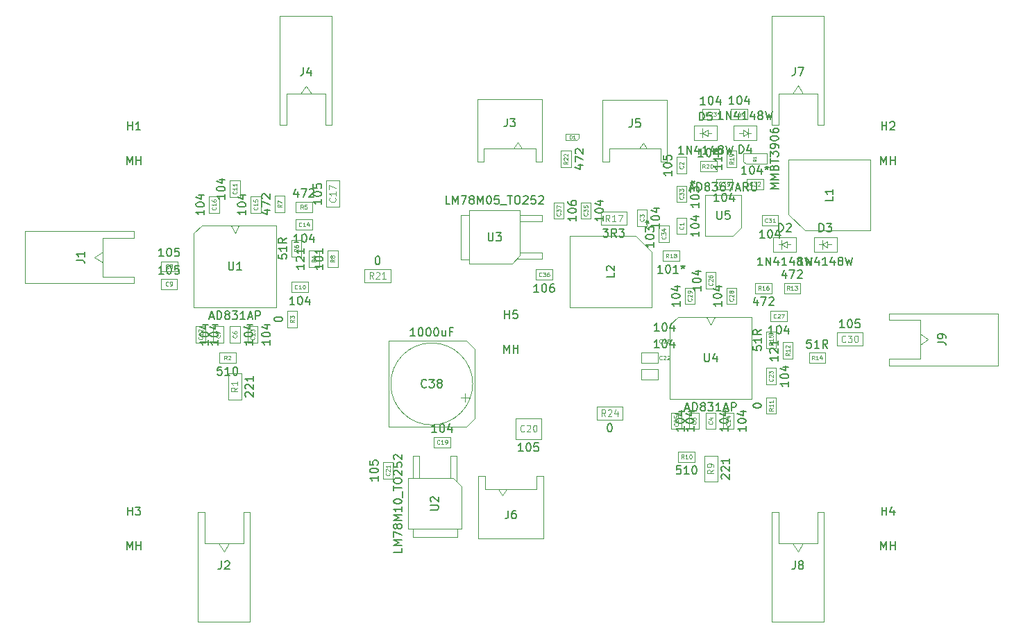
<source format=gbr>
%TF.GenerationSoftware,KiCad,Pcbnew,7.0.7*%
%TF.CreationDate,2023-09-13T19:56:45-04:00*%
%TF.ProjectId,AD831HotBoard,41443833-3148-46f7-9442-6f6172642e6b,0.1.0*%
%TF.SameCoordinates,Original*%
%TF.FileFunction,AssemblyDrawing,Top*%
%FSLAX46Y46*%
G04 Gerber Fmt 4.6, Leading zero omitted, Abs format (unit mm)*
G04 Created by KiCad (PCBNEW 7.0.7) date 2023-09-13 19:56:45*
%MOMM*%
%LPD*%
G01*
G04 APERTURE LIST*
%ADD10C,0.150000*%
%ADD11C,0.120000*%
%ADD12C,0.080000*%
%ADD13C,0.050000*%
%ADD14C,0.060000*%
%ADD15C,0.100000*%
G04 APERTURE END LIST*
D10*
X175741057Y-87028594D02*
X175693438Y-86980975D01*
X175693438Y-86980975D02*
X175645819Y-86885737D01*
X175645819Y-86885737D02*
X175645819Y-86647642D01*
X175645819Y-86647642D02*
X175693438Y-86552404D01*
X175693438Y-86552404D02*
X175741057Y-86504785D01*
X175741057Y-86504785D02*
X175836295Y-86457166D01*
X175836295Y-86457166D02*
X175931533Y-86457166D01*
X175931533Y-86457166D02*
X176074390Y-86504785D01*
X176074390Y-86504785D02*
X176645819Y-87076213D01*
X176645819Y-87076213D02*
X176645819Y-86457166D01*
X175741057Y-86076213D02*
X175693438Y-86028594D01*
X175693438Y-86028594D02*
X175645819Y-85933356D01*
X175645819Y-85933356D02*
X175645819Y-85695261D01*
X175645819Y-85695261D02*
X175693438Y-85600023D01*
X175693438Y-85600023D02*
X175741057Y-85552404D01*
X175741057Y-85552404D02*
X175836295Y-85504785D01*
X175836295Y-85504785D02*
X175931533Y-85504785D01*
X175931533Y-85504785D02*
X176074390Y-85552404D01*
X176074390Y-85552404D02*
X176645819Y-86123832D01*
X176645819Y-86123832D02*
X176645819Y-85504785D01*
X176645819Y-84552404D02*
X176645819Y-85123832D01*
X176645819Y-84838118D02*
X175645819Y-84838118D01*
X175645819Y-84838118D02*
X175788676Y-84933356D01*
X175788676Y-84933356D02*
X175883914Y-85028594D01*
X175883914Y-85028594D02*
X175931533Y-85123832D01*
D11*
X174734855Y-85923832D02*
X174353902Y-86190499D01*
X174734855Y-86380975D02*
X173934855Y-86380975D01*
X173934855Y-86380975D02*
X173934855Y-86076213D01*
X173934855Y-86076213D02*
X173972950Y-86000023D01*
X173972950Y-86000023D02*
X174011045Y-85961928D01*
X174011045Y-85961928D02*
X174087236Y-85923832D01*
X174087236Y-85923832D02*
X174201521Y-85923832D01*
X174201521Y-85923832D02*
X174277712Y-85961928D01*
X174277712Y-85961928D02*
X174315807Y-86000023D01*
X174315807Y-86000023D02*
X174353902Y-86076213D01*
X174353902Y-86076213D02*
X174353902Y-86380975D01*
X174734855Y-85542880D02*
X174734855Y-85390499D01*
X174734855Y-85390499D02*
X174696760Y-85314309D01*
X174696760Y-85314309D02*
X174658664Y-85276213D01*
X174658664Y-85276213D02*
X174544379Y-85200023D01*
X174544379Y-85200023D02*
X174391998Y-85161928D01*
X174391998Y-85161928D02*
X174087236Y-85161928D01*
X174087236Y-85161928D02*
X174011045Y-85200023D01*
X174011045Y-85200023D02*
X173972950Y-85238118D01*
X173972950Y-85238118D02*
X173934855Y-85314309D01*
X173934855Y-85314309D02*
X173934855Y-85466690D01*
X173934855Y-85466690D02*
X173972950Y-85542880D01*
X173972950Y-85542880D02*
X174011045Y-85580975D01*
X174011045Y-85580975D02*
X174087236Y-85619071D01*
X174087236Y-85619071D02*
X174277712Y-85619071D01*
X174277712Y-85619071D02*
X174353902Y-85580975D01*
X174353902Y-85580975D02*
X174391998Y-85542880D01*
X174391998Y-85542880D02*
X174430093Y-85466690D01*
X174430093Y-85466690D02*
X174430093Y-85314309D01*
X174430093Y-85314309D02*
X174391998Y-85238118D01*
X174391998Y-85238118D02*
X174353902Y-85200023D01*
X174353902Y-85200023D02*
X174277712Y-85161928D01*
D10*
X117670057Y-76991594D02*
X117622438Y-76943975D01*
X117622438Y-76943975D02*
X117574819Y-76848737D01*
X117574819Y-76848737D02*
X117574819Y-76610642D01*
X117574819Y-76610642D02*
X117622438Y-76515404D01*
X117622438Y-76515404D02*
X117670057Y-76467785D01*
X117670057Y-76467785D02*
X117765295Y-76420166D01*
X117765295Y-76420166D02*
X117860533Y-76420166D01*
X117860533Y-76420166D02*
X118003390Y-76467785D01*
X118003390Y-76467785D02*
X118574819Y-77039213D01*
X118574819Y-77039213D02*
X118574819Y-76420166D01*
X117670057Y-76039213D02*
X117622438Y-75991594D01*
X117622438Y-75991594D02*
X117574819Y-75896356D01*
X117574819Y-75896356D02*
X117574819Y-75658261D01*
X117574819Y-75658261D02*
X117622438Y-75563023D01*
X117622438Y-75563023D02*
X117670057Y-75515404D01*
X117670057Y-75515404D02*
X117765295Y-75467785D01*
X117765295Y-75467785D02*
X117860533Y-75467785D01*
X117860533Y-75467785D02*
X118003390Y-75515404D01*
X118003390Y-75515404D02*
X118574819Y-76086832D01*
X118574819Y-76086832D02*
X118574819Y-75467785D01*
X118574819Y-74515404D02*
X118574819Y-75086832D01*
X118574819Y-74801118D02*
X117574819Y-74801118D01*
X117574819Y-74801118D02*
X117717676Y-74896356D01*
X117717676Y-74896356D02*
X117812914Y-74991594D01*
X117812914Y-74991594D02*
X117860533Y-75086832D01*
D11*
X116663855Y-75886832D02*
X116282902Y-76153499D01*
X116663855Y-76343975D02*
X115863855Y-76343975D01*
X115863855Y-76343975D02*
X115863855Y-76039213D01*
X115863855Y-76039213D02*
X115901950Y-75963023D01*
X115901950Y-75963023D02*
X115940045Y-75924928D01*
X115940045Y-75924928D02*
X116016236Y-75886832D01*
X116016236Y-75886832D02*
X116130521Y-75886832D01*
X116130521Y-75886832D02*
X116206712Y-75924928D01*
X116206712Y-75924928D02*
X116244807Y-75963023D01*
X116244807Y-75963023D02*
X116282902Y-76039213D01*
X116282902Y-76039213D02*
X116282902Y-76343975D01*
X116663855Y-75124928D02*
X116663855Y-75582071D01*
X116663855Y-75353499D02*
X115863855Y-75353499D01*
X115863855Y-75353499D02*
X115978140Y-75429690D01*
X115978140Y-75429690D02*
X116054331Y-75505880D01*
X116054331Y-75505880D02*
X116092426Y-75582071D01*
D10*
X114666666Y-97044819D02*
X114666666Y-97759104D01*
X114666666Y-97759104D02*
X114619047Y-97901961D01*
X114619047Y-97901961D02*
X114523809Y-97997200D01*
X114523809Y-97997200D02*
X114380952Y-98044819D01*
X114380952Y-98044819D02*
X114285714Y-98044819D01*
X115095238Y-97140057D02*
X115142857Y-97092438D01*
X115142857Y-97092438D02*
X115238095Y-97044819D01*
X115238095Y-97044819D02*
X115476190Y-97044819D01*
X115476190Y-97044819D02*
X115571428Y-97092438D01*
X115571428Y-97092438D02*
X115619047Y-97140057D01*
X115619047Y-97140057D02*
X115666666Y-97235295D01*
X115666666Y-97235295D02*
X115666666Y-97330533D01*
X115666666Y-97330533D02*
X115619047Y-97473390D01*
X115619047Y-97473390D02*
X115047619Y-98044819D01*
X115047619Y-98044819D02*
X115666666Y-98044819D01*
X113074819Y-70069666D02*
X113074819Y-70641094D01*
X113074819Y-70355380D02*
X112074819Y-70355380D01*
X112074819Y-70355380D02*
X112217676Y-70450618D01*
X112217676Y-70450618D02*
X112312914Y-70545856D01*
X112312914Y-70545856D02*
X112360533Y-70641094D01*
X112074819Y-69450618D02*
X112074819Y-69355380D01*
X112074819Y-69355380D02*
X112122438Y-69260142D01*
X112122438Y-69260142D02*
X112170057Y-69212523D01*
X112170057Y-69212523D02*
X112265295Y-69164904D01*
X112265295Y-69164904D02*
X112455771Y-69117285D01*
X112455771Y-69117285D02*
X112693866Y-69117285D01*
X112693866Y-69117285D02*
X112884342Y-69164904D01*
X112884342Y-69164904D02*
X112979580Y-69212523D01*
X112979580Y-69212523D02*
X113027200Y-69260142D01*
X113027200Y-69260142D02*
X113074819Y-69355380D01*
X113074819Y-69355380D02*
X113074819Y-69450618D01*
X113074819Y-69450618D02*
X113027200Y-69545856D01*
X113027200Y-69545856D02*
X112979580Y-69593475D01*
X112979580Y-69593475D02*
X112884342Y-69641094D01*
X112884342Y-69641094D02*
X112693866Y-69688713D01*
X112693866Y-69688713D02*
X112455771Y-69688713D01*
X112455771Y-69688713D02*
X112265295Y-69641094D01*
X112265295Y-69641094D02*
X112170057Y-69593475D01*
X112170057Y-69593475D02*
X112122438Y-69545856D01*
X112122438Y-69545856D02*
X112074819Y-69450618D01*
X112408152Y-68260142D02*
X113074819Y-68260142D01*
X112027200Y-68498237D02*
X112741485Y-68736332D01*
X112741485Y-68736332D02*
X112741485Y-68117285D01*
D12*
X114479530Y-69486333D02*
X114503340Y-69510142D01*
X114503340Y-69510142D02*
X114527149Y-69581571D01*
X114527149Y-69581571D02*
X114527149Y-69629190D01*
X114527149Y-69629190D02*
X114503340Y-69700618D01*
X114503340Y-69700618D02*
X114455720Y-69748237D01*
X114455720Y-69748237D02*
X114408101Y-69772047D01*
X114408101Y-69772047D02*
X114312863Y-69795856D01*
X114312863Y-69795856D02*
X114241435Y-69795856D01*
X114241435Y-69795856D02*
X114146197Y-69772047D01*
X114146197Y-69772047D02*
X114098578Y-69748237D01*
X114098578Y-69748237D02*
X114050959Y-69700618D01*
X114050959Y-69700618D02*
X114027149Y-69629190D01*
X114027149Y-69629190D02*
X114027149Y-69581571D01*
X114027149Y-69581571D02*
X114050959Y-69510142D01*
X114050959Y-69510142D02*
X114074768Y-69486333D01*
X114027149Y-69319666D02*
X114027149Y-68986333D01*
X114027149Y-68986333D02*
X114527149Y-69200618D01*
D10*
X178664819Y-80610666D02*
X178664819Y-81182094D01*
X178664819Y-80896380D02*
X177664819Y-80896380D01*
X177664819Y-80896380D02*
X177807676Y-80991618D01*
X177807676Y-80991618D02*
X177902914Y-81086856D01*
X177902914Y-81086856D02*
X177950533Y-81182094D01*
X177664819Y-79991618D02*
X177664819Y-79896380D01*
X177664819Y-79896380D02*
X177712438Y-79801142D01*
X177712438Y-79801142D02*
X177760057Y-79753523D01*
X177760057Y-79753523D02*
X177855295Y-79705904D01*
X177855295Y-79705904D02*
X178045771Y-79658285D01*
X178045771Y-79658285D02*
X178283866Y-79658285D01*
X178283866Y-79658285D02*
X178474342Y-79705904D01*
X178474342Y-79705904D02*
X178569580Y-79753523D01*
X178569580Y-79753523D02*
X178617200Y-79801142D01*
X178617200Y-79801142D02*
X178664819Y-79896380D01*
X178664819Y-79896380D02*
X178664819Y-79991618D01*
X178664819Y-79991618D02*
X178617200Y-80086856D01*
X178617200Y-80086856D02*
X178569580Y-80134475D01*
X178569580Y-80134475D02*
X178474342Y-80182094D01*
X178474342Y-80182094D02*
X178283866Y-80229713D01*
X178283866Y-80229713D02*
X178045771Y-80229713D01*
X178045771Y-80229713D02*
X177855295Y-80182094D01*
X177855295Y-80182094D02*
X177760057Y-80134475D01*
X177760057Y-80134475D02*
X177712438Y-80086856D01*
X177712438Y-80086856D02*
X177664819Y-79991618D01*
X177998152Y-78801142D02*
X178664819Y-78801142D01*
X177617200Y-79039237D02*
X178331485Y-79277332D01*
X178331485Y-79277332D02*
X178331485Y-78658285D01*
D12*
X176709530Y-80265428D02*
X176733340Y-80289237D01*
X176733340Y-80289237D02*
X176757149Y-80360666D01*
X176757149Y-80360666D02*
X176757149Y-80408285D01*
X176757149Y-80408285D02*
X176733340Y-80479713D01*
X176733340Y-80479713D02*
X176685720Y-80527332D01*
X176685720Y-80527332D02*
X176638101Y-80551142D01*
X176638101Y-80551142D02*
X176542863Y-80574951D01*
X176542863Y-80574951D02*
X176471435Y-80574951D01*
X176471435Y-80574951D02*
X176376197Y-80551142D01*
X176376197Y-80551142D02*
X176328578Y-80527332D01*
X176328578Y-80527332D02*
X176280959Y-80479713D01*
X176280959Y-80479713D02*
X176257149Y-80408285D01*
X176257149Y-80408285D02*
X176257149Y-80360666D01*
X176257149Y-80360666D02*
X176280959Y-80289237D01*
X176280959Y-80289237D02*
X176304768Y-80265428D01*
X176304768Y-80074951D02*
X176280959Y-80051142D01*
X176280959Y-80051142D02*
X176257149Y-80003523D01*
X176257149Y-80003523D02*
X176257149Y-79884475D01*
X176257149Y-79884475D02*
X176280959Y-79836856D01*
X176280959Y-79836856D02*
X176304768Y-79813047D01*
X176304768Y-79813047D02*
X176352387Y-79789237D01*
X176352387Y-79789237D02*
X176400006Y-79789237D01*
X176400006Y-79789237D02*
X176471435Y-79813047D01*
X176471435Y-79813047D02*
X176757149Y-80098761D01*
X176757149Y-80098761D02*
X176757149Y-79789237D01*
X176423816Y-79360666D02*
X176757149Y-79360666D01*
X176233340Y-79479714D02*
X176590482Y-79598761D01*
X176590482Y-79598761D02*
X176590482Y-79289238D01*
D10*
X168061833Y-71037819D02*
X167490405Y-71037819D01*
X167776119Y-71037819D02*
X167776119Y-70037819D01*
X167776119Y-70037819D02*
X167680881Y-70180676D01*
X167680881Y-70180676D02*
X167585643Y-70275914D01*
X167585643Y-70275914D02*
X167490405Y-70323533D01*
X168680881Y-70037819D02*
X168776119Y-70037819D01*
X168776119Y-70037819D02*
X168871357Y-70085438D01*
X168871357Y-70085438D02*
X168918976Y-70133057D01*
X168918976Y-70133057D02*
X168966595Y-70228295D01*
X168966595Y-70228295D02*
X169014214Y-70418771D01*
X169014214Y-70418771D02*
X169014214Y-70656866D01*
X169014214Y-70656866D02*
X168966595Y-70847342D01*
X168966595Y-70847342D02*
X168918976Y-70942580D01*
X168918976Y-70942580D02*
X168871357Y-70990200D01*
X168871357Y-70990200D02*
X168776119Y-71037819D01*
X168776119Y-71037819D02*
X168680881Y-71037819D01*
X168680881Y-71037819D02*
X168585643Y-70990200D01*
X168585643Y-70990200D02*
X168538024Y-70942580D01*
X168538024Y-70942580D02*
X168490405Y-70847342D01*
X168490405Y-70847342D02*
X168442786Y-70656866D01*
X168442786Y-70656866D02*
X168442786Y-70418771D01*
X168442786Y-70418771D02*
X168490405Y-70228295D01*
X168490405Y-70228295D02*
X168538024Y-70133057D01*
X168538024Y-70133057D02*
X168585643Y-70085438D01*
X168585643Y-70085438D02*
X168680881Y-70037819D01*
X169871357Y-70371152D02*
X169871357Y-71037819D01*
X169633262Y-69990200D02*
X169395167Y-70704485D01*
X169395167Y-70704485D02*
X170014214Y-70704485D01*
D12*
X168407071Y-72442530D02*
X168383262Y-72466340D01*
X168383262Y-72466340D02*
X168311833Y-72490149D01*
X168311833Y-72490149D02*
X168264214Y-72490149D01*
X168264214Y-72490149D02*
X168192786Y-72466340D01*
X168192786Y-72466340D02*
X168145167Y-72418720D01*
X168145167Y-72418720D02*
X168121357Y-72371101D01*
X168121357Y-72371101D02*
X168097548Y-72275863D01*
X168097548Y-72275863D02*
X168097548Y-72204435D01*
X168097548Y-72204435D02*
X168121357Y-72109197D01*
X168121357Y-72109197D02*
X168145167Y-72061578D01*
X168145167Y-72061578D02*
X168192786Y-72013959D01*
X168192786Y-72013959D02*
X168264214Y-71990149D01*
X168264214Y-71990149D02*
X168311833Y-71990149D01*
X168311833Y-71990149D02*
X168383262Y-72013959D01*
X168383262Y-72013959D02*
X168407071Y-72037768D01*
X168597548Y-72037768D02*
X168621357Y-72013959D01*
X168621357Y-72013959D02*
X168668976Y-71990149D01*
X168668976Y-71990149D02*
X168788024Y-71990149D01*
X168788024Y-71990149D02*
X168835643Y-72013959D01*
X168835643Y-72013959D02*
X168859452Y-72037768D01*
X168859452Y-72037768D02*
X168883262Y-72085387D01*
X168883262Y-72085387D02*
X168883262Y-72133006D01*
X168883262Y-72133006D02*
X168859452Y-72204435D01*
X168859452Y-72204435D02*
X168573738Y-72490149D01*
X168573738Y-72490149D02*
X168883262Y-72490149D01*
X169073738Y-72037768D02*
X169097547Y-72013959D01*
X169097547Y-72013959D02*
X169145166Y-71990149D01*
X169145166Y-71990149D02*
X169264214Y-71990149D01*
X169264214Y-71990149D02*
X169311833Y-72013959D01*
X169311833Y-72013959D02*
X169335642Y-72037768D01*
X169335642Y-72037768D02*
X169359452Y-72085387D01*
X169359452Y-72085387D02*
X169359452Y-72133006D01*
X169359452Y-72133006D02*
X169335642Y-72204435D01*
X169335642Y-72204435D02*
X169049928Y-72490149D01*
X169049928Y-72490149D02*
X169359452Y-72490149D01*
D10*
X162004381Y-80268819D02*
X162099619Y-80268819D01*
X162099619Y-80268819D02*
X162194857Y-80316438D01*
X162194857Y-80316438D02*
X162242476Y-80364057D01*
X162242476Y-80364057D02*
X162290095Y-80459295D01*
X162290095Y-80459295D02*
X162337714Y-80649771D01*
X162337714Y-80649771D02*
X162337714Y-80887866D01*
X162337714Y-80887866D02*
X162290095Y-81078342D01*
X162290095Y-81078342D02*
X162242476Y-81173580D01*
X162242476Y-81173580D02*
X162194857Y-81221200D01*
X162194857Y-81221200D02*
X162099619Y-81268819D01*
X162099619Y-81268819D02*
X162004381Y-81268819D01*
X162004381Y-81268819D02*
X161909143Y-81221200D01*
X161909143Y-81221200D02*
X161861524Y-81173580D01*
X161861524Y-81173580D02*
X161813905Y-81078342D01*
X161813905Y-81078342D02*
X161766286Y-80887866D01*
X161766286Y-80887866D02*
X161766286Y-80649771D01*
X161766286Y-80649771D02*
X161813905Y-80459295D01*
X161813905Y-80459295D02*
X161861524Y-80364057D01*
X161861524Y-80364057D02*
X161909143Y-80316438D01*
X161909143Y-80316438D02*
X162004381Y-80268819D01*
D11*
X161537714Y-79357855D02*
X161271047Y-78976902D01*
X161080571Y-79357855D02*
X161080571Y-78557855D01*
X161080571Y-78557855D02*
X161385333Y-78557855D01*
X161385333Y-78557855D02*
X161461523Y-78595950D01*
X161461523Y-78595950D02*
X161499618Y-78634045D01*
X161499618Y-78634045D02*
X161537714Y-78710236D01*
X161537714Y-78710236D02*
X161537714Y-78824521D01*
X161537714Y-78824521D02*
X161499618Y-78900712D01*
X161499618Y-78900712D02*
X161461523Y-78938807D01*
X161461523Y-78938807D02*
X161385333Y-78976902D01*
X161385333Y-78976902D02*
X161080571Y-78976902D01*
X161842475Y-78634045D02*
X161880571Y-78595950D01*
X161880571Y-78595950D02*
X161956761Y-78557855D01*
X161956761Y-78557855D02*
X162147237Y-78557855D01*
X162147237Y-78557855D02*
X162223428Y-78595950D01*
X162223428Y-78595950D02*
X162261523Y-78634045D01*
X162261523Y-78634045D02*
X162299618Y-78710236D01*
X162299618Y-78710236D02*
X162299618Y-78786426D01*
X162299618Y-78786426D02*
X162261523Y-78900712D01*
X162261523Y-78900712D02*
X161804380Y-79357855D01*
X161804380Y-79357855D02*
X162299618Y-79357855D01*
X162985333Y-78824521D02*
X162985333Y-79357855D01*
X162794857Y-78519760D02*
X162604380Y-79091188D01*
X162604380Y-79091188D02*
X163099619Y-79091188D01*
D10*
X177194333Y-41319819D02*
X176622905Y-41319819D01*
X176908619Y-41319819D02*
X176908619Y-40319819D01*
X176908619Y-40319819D02*
X176813381Y-40462676D01*
X176813381Y-40462676D02*
X176718143Y-40557914D01*
X176718143Y-40557914D02*
X176622905Y-40605533D01*
X177813381Y-40319819D02*
X177908619Y-40319819D01*
X177908619Y-40319819D02*
X178003857Y-40367438D01*
X178003857Y-40367438D02*
X178051476Y-40415057D01*
X178051476Y-40415057D02*
X178099095Y-40510295D01*
X178099095Y-40510295D02*
X178146714Y-40700771D01*
X178146714Y-40700771D02*
X178146714Y-40938866D01*
X178146714Y-40938866D02*
X178099095Y-41129342D01*
X178099095Y-41129342D02*
X178051476Y-41224580D01*
X178051476Y-41224580D02*
X178003857Y-41272200D01*
X178003857Y-41272200D02*
X177908619Y-41319819D01*
X177908619Y-41319819D02*
X177813381Y-41319819D01*
X177813381Y-41319819D02*
X177718143Y-41272200D01*
X177718143Y-41272200D02*
X177670524Y-41224580D01*
X177670524Y-41224580D02*
X177622905Y-41129342D01*
X177622905Y-41129342D02*
X177575286Y-40938866D01*
X177575286Y-40938866D02*
X177575286Y-40700771D01*
X177575286Y-40700771D02*
X177622905Y-40510295D01*
X177622905Y-40510295D02*
X177670524Y-40415057D01*
X177670524Y-40415057D02*
X177718143Y-40367438D01*
X177718143Y-40367438D02*
X177813381Y-40319819D01*
X179003857Y-40653152D02*
X179003857Y-41319819D01*
X178765762Y-40272200D02*
X178527667Y-40986485D01*
X178527667Y-40986485D02*
X179146714Y-40986485D01*
D12*
X177539571Y-42724530D02*
X177515762Y-42748340D01*
X177515762Y-42748340D02*
X177444333Y-42772149D01*
X177444333Y-42772149D02*
X177396714Y-42772149D01*
X177396714Y-42772149D02*
X177325286Y-42748340D01*
X177325286Y-42748340D02*
X177277667Y-42700720D01*
X177277667Y-42700720D02*
X177253857Y-42653101D01*
X177253857Y-42653101D02*
X177230048Y-42557863D01*
X177230048Y-42557863D02*
X177230048Y-42486435D01*
X177230048Y-42486435D02*
X177253857Y-42391197D01*
X177253857Y-42391197D02*
X177277667Y-42343578D01*
X177277667Y-42343578D02*
X177325286Y-42295959D01*
X177325286Y-42295959D02*
X177396714Y-42272149D01*
X177396714Y-42272149D02*
X177444333Y-42272149D01*
X177444333Y-42272149D02*
X177515762Y-42295959D01*
X177515762Y-42295959D02*
X177539571Y-42319768D01*
X177968143Y-42438816D02*
X177968143Y-42772149D01*
X177849095Y-42248340D02*
X177730048Y-42605482D01*
X177730048Y-42605482D02*
X178039571Y-42605482D01*
X178325285Y-42272149D02*
X178372904Y-42272149D01*
X178372904Y-42272149D02*
X178420523Y-42295959D01*
X178420523Y-42295959D02*
X178444333Y-42319768D01*
X178444333Y-42319768D02*
X178468142Y-42367387D01*
X178468142Y-42367387D02*
X178491952Y-42462625D01*
X178491952Y-42462625D02*
X178491952Y-42581673D01*
X178491952Y-42581673D02*
X178468142Y-42676911D01*
X178468142Y-42676911D02*
X178444333Y-42724530D01*
X178444333Y-42724530D02*
X178420523Y-42748340D01*
X178420523Y-42748340D02*
X178372904Y-42772149D01*
X178372904Y-42772149D02*
X178325285Y-42772149D01*
X178325285Y-42772149D02*
X178277666Y-42748340D01*
X178277666Y-42748340D02*
X178253857Y-42724530D01*
X178253857Y-42724530D02*
X178230047Y-42676911D01*
X178230047Y-42676911D02*
X178206238Y-42581673D01*
X178206238Y-42581673D02*
X178206238Y-42462625D01*
X178206238Y-42462625D02*
X178230047Y-42367387D01*
X178230047Y-42367387D02*
X178253857Y-42319768D01*
X178253857Y-42319768D02*
X178277666Y-42295959D01*
X178277666Y-42295959D02*
X178325285Y-42272149D01*
D10*
X124666666Y-36828819D02*
X124666666Y-37543104D01*
X124666666Y-37543104D02*
X124619047Y-37685961D01*
X124619047Y-37685961D02*
X124523809Y-37781200D01*
X124523809Y-37781200D02*
X124380952Y-37828819D01*
X124380952Y-37828819D02*
X124285714Y-37828819D01*
X125571428Y-37162152D02*
X125571428Y-37828819D01*
X125333333Y-36781200D02*
X125095238Y-37495485D01*
X125095238Y-37495485D02*
X125714285Y-37495485D01*
X167430819Y-58157019D02*
X167430819Y-58728447D01*
X167430819Y-58442733D02*
X166430819Y-58442733D01*
X166430819Y-58442733D02*
X166573676Y-58537971D01*
X166573676Y-58537971D02*
X166668914Y-58633209D01*
X166668914Y-58633209D02*
X166716533Y-58728447D01*
X166430819Y-57537971D02*
X166430819Y-57442733D01*
X166430819Y-57442733D02*
X166478438Y-57347495D01*
X166478438Y-57347495D02*
X166526057Y-57299876D01*
X166526057Y-57299876D02*
X166621295Y-57252257D01*
X166621295Y-57252257D02*
X166811771Y-57204638D01*
X166811771Y-57204638D02*
X167049866Y-57204638D01*
X167049866Y-57204638D02*
X167240342Y-57252257D01*
X167240342Y-57252257D02*
X167335580Y-57299876D01*
X167335580Y-57299876D02*
X167383200Y-57347495D01*
X167383200Y-57347495D02*
X167430819Y-57442733D01*
X167430819Y-57442733D02*
X167430819Y-57537971D01*
X167430819Y-57537971D02*
X167383200Y-57633209D01*
X167383200Y-57633209D02*
X167335580Y-57680828D01*
X167335580Y-57680828D02*
X167240342Y-57728447D01*
X167240342Y-57728447D02*
X167049866Y-57776066D01*
X167049866Y-57776066D02*
X166811771Y-57776066D01*
X166811771Y-57776066D02*
X166621295Y-57728447D01*
X166621295Y-57728447D02*
X166526057Y-57680828D01*
X166526057Y-57680828D02*
X166478438Y-57633209D01*
X166478438Y-57633209D02*
X166430819Y-57537971D01*
X166430819Y-56871304D02*
X166430819Y-56252257D01*
X166430819Y-56252257D02*
X166811771Y-56585590D01*
X166811771Y-56585590D02*
X166811771Y-56442733D01*
X166811771Y-56442733D02*
X166859390Y-56347495D01*
X166859390Y-56347495D02*
X166907009Y-56299876D01*
X166907009Y-56299876D02*
X167002247Y-56252257D01*
X167002247Y-56252257D02*
X167240342Y-56252257D01*
X167240342Y-56252257D02*
X167335580Y-56299876D01*
X167335580Y-56299876D02*
X167383200Y-56347495D01*
X167383200Y-56347495D02*
X167430819Y-56442733D01*
X167430819Y-56442733D02*
X167430819Y-56728447D01*
X167430819Y-56728447D02*
X167383200Y-56823685D01*
X167383200Y-56823685D02*
X167335580Y-56871304D01*
X166430819Y-55680828D02*
X166668914Y-55680828D01*
X166573676Y-55918923D02*
X166668914Y-55680828D01*
X166668914Y-55680828D02*
X166573676Y-55442733D01*
X166859390Y-55823685D02*
X166668914Y-55680828D01*
X166668914Y-55680828D02*
X166859390Y-55537971D01*
D12*
X168835530Y-57430828D02*
X168859340Y-57454637D01*
X168859340Y-57454637D02*
X168883149Y-57526066D01*
X168883149Y-57526066D02*
X168883149Y-57573685D01*
X168883149Y-57573685D02*
X168859340Y-57645113D01*
X168859340Y-57645113D02*
X168811720Y-57692732D01*
X168811720Y-57692732D02*
X168764101Y-57716542D01*
X168764101Y-57716542D02*
X168668863Y-57740351D01*
X168668863Y-57740351D02*
X168597435Y-57740351D01*
X168597435Y-57740351D02*
X168502197Y-57716542D01*
X168502197Y-57716542D02*
X168454578Y-57692732D01*
X168454578Y-57692732D02*
X168406959Y-57645113D01*
X168406959Y-57645113D02*
X168383149Y-57573685D01*
X168383149Y-57573685D02*
X168383149Y-57526066D01*
X168383149Y-57526066D02*
X168406959Y-57454637D01*
X168406959Y-57454637D02*
X168430768Y-57430828D01*
X168383149Y-57264161D02*
X168383149Y-56954637D01*
X168383149Y-56954637D02*
X168573625Y-57121304D01*
X168573625Y-57121304D02*
X168573625Y-57049875D01*
X168573625Y-57049875D02*
X168597435Y-57002256D01*
X168597435Y-57002256D02*
X168621244Y-56978447D01*
X168621244Y-56978447D02*
X168668863Y-56954637D01*
X168668863Y-56954637D02*
X168787911Y-56954637D01*
X168787911Y-56954637D02*
X168835530Y-56978447D01*
X168835530Y-56978447D02*
X168859340Y-57002256D01*
X168859340Y-57002256D02*
X168883149Y-57049875D01*
X168883149Y-57049875D02*
X168883149Y-57192732D01*
X168883149Y-57192732D02*
X168859340Y-57240351D01*
X168859340Y-57240351D02*
X168835530Y-57264161D01*
X168549816Y-56526066D02*
X168883149Y-56526066D01*
X168359340Y-56645114D02*
X168716482Y-56764161D01*
X168716482Y-56764161D02*
X168716482Y-56454638D01*
D10*
X179541819Y-78129118D02*
X179541819Y-78033880D01*
X179541819Y-78033880D02*
X179589438Y-77938642D01*
X179589438Y-77938642D02*
X179637057Y-77891023D01*
X179637057Y-77891023D02*
X179732295Y-77843404D01*
X179732295Y-77843404D02*
X179922771Y-77795785D01*
X179922771Y-77795785D02*
X180160866Y-77795785D01*
X180160866Y-77795785D02*
X180351342Y-77843404D01*
X180351342Y-77843404D02*
X180446580Y-77891023D01*
X180446580Y-77891023D02*
X180494200Y-77938642D01*
X180494200Y-77938642D02*
X180541819Y-78033880D01*
X180541819Y-78033880D02*
X180541819Y-78129118D01*
X180541819Y-78129118D02*
X180494200Y-78224356D01*
X180494200Y-78224356D02*
X180446580Y-78271975D01*
X180446580Y-78271975D02*
X180351342Y-78319594D01*
X180351342Y-78319594D02*
X180160866Y-78367213D01*
X180160866Y-78367213D02*
X179922771Y-78367213D01*
X179922771Y-78367213D02*
X179732295Y-78319594D01*
X179732295Y-78319594D02*
X179637057Y-78271975D01*
X179637057Y-78271975D02*
X179589438Y-78224356D01*
X179589438Y-78224356D02*
X179541819Y-78129118D01*
D12*
X181964149Y-78402928D02*
X181726054Y-78569594D01*
X181964149Y-78688642D02*
X181464149Y-78688642D01*
X181464149Y-78688642D02*
X181464149Y-78498166D01*
X181464149Y-78498166D02*
X181487959Y-78450547D01*
X181487959Y-78450547D02*
X181511768Y-78426737D01*
X181511768Y-78426737D02*
X181559387Y-78402928D01*
X181559387Y-78402928D02*
X181630816Y-78402928D01*
X181630816Y-78402928D02*
X181678435Y-78426737D01*
X181678435Y-78426737D02*
X181702244Y-78450547D01*
X181702244Y-78450547D02*
X181726054Y-78498166D01*
X181726054Y-78498166D02*
X181726054Y-78688642D01*
X181964149Y-77926737D02*
X181964149Y-78212451D01*
X181964149Y-78069594D02*
X181464149Y-78069594D01*
X181464149Y-78069594D02*
X181535578Y-78117213D01*
X181535578Y-78117213D02*
X181583197Y-78164832D01*
X181583197Y-78164832D02*
X181607006Y-78212451D01*
X181964149Y-77450547D02*
X181964149Y-77736261D01*
X181964149Y-77593404D02*
X181464149Y-77593404D01*
X181464149Y-77593404D02*
X181535578Y-77641023D01*
X181535578Y-77641023D02*
X181583197Y-77688642D01*
X181583197Y-77688642D02*
X181607006Y-77736261D01*
D10*
X175685819Y-65375666D02*
X175685819Y-65947094D01*
X175685819Y-65661380D02*
X174685819Y-65661380D01*
X174685819Y-65661380D02*
X174828676Y-65756618D01*
X174828676Y-65756618D02*
X174923914Y-65851856D01*
X174923914Y-65851856D02*
X174971533Y-65947094D01*
X174685819Y-64756618D02*
X174685819Y-64661380D01*
X174685819Y-64661380D02*
X174733438Y-64566142D01*
X174733438Y-64566142D02*
X174781057Y-64518523D01*
X174781057Y-64518523D02*
X174876295Y-64470904D01*
X174876295Y-64470904D02*
X175066771Y-64423285D01*
X175066771Y-64423285D02*
X175304866Y-64423285D01*
X175304866Y-64423285D02*
X175495342Y-64470904D01*
X175495342Y-64470904D02*
X175590580Y-64518523D01*
X175590580Y-64518523D02*
X175638200Y-64566142D01*
X175638200Y-64566142D02*
X175685819Y-64661380D01*
X175685819Y-64661380D02*
X175685819Y-64756618D01*
X175685819Y-64756618D02*
X175638200Y-64851856D01*
X175638200Y-64851856D02*
X175590580Y-64899475D01*
X175590580Y-64899475D02*
X175495342Y-64947094D01*
X175495342Y-64947094D02*
X175304866Y-64994713D01*
X175304866Y-64994713D02*
X175066771Y-64994713D01*
X175066771Y-64994713D02*
X174876295Y-64947094D01*
X174876295Y-64947094D02*
X174781057Y-64899475D01*
X174781057Y-64899475D02*
X174733438Y-64851856D01*
X174733438Y-64851856D02*
X174685819Y-64756618D01*
X175019152Y-63566142D02*
X175685819Y-63566142D01*
X174638200Y-63804237D02*
X175352485Y-64042332D01*
X175352485Y-64042332D02*
X175352485Y-63423285D01*
D12*
X177090530Y-65030428D02*
X177114340Y-65054237D01*
X177114340Y-65054237D02*
X177138149Y-65125666D01*
X177138149Y-65125666D02*
X177138149Y-65173285D01*
X177138149Y-65173285D02*
X177114340Y-65244713D01*
X177114340Y-65244713D02*
X177066720Y-65292332D01*
X177066720Y-65292332D02*
X177019101Y-65316142D01*
X177019101Y-65316142D02*
X176923863Y-65339951D01*
X176923863Y-65339951D02*
X176852435Y-65339951D01*
X176852435Y-65339951D02*
X176757197Y-65316142D01*
X176757197Y-65316142D02*
X176709578Y-65292332D01*
X176709578Y-65292332D02*
X176661959Y-65244713D01*
X176661959Y-65244713D02*
X176638149Y-65173285D01*
X176638149Y-65173285D02*
X176638149Y-65125666D01*
X176638149Y-65125666D02*
X176661959Y-65054237D01*
X176661959Y-65054237D02*
X176685768Y-65030428D01*
X176685768Y-64839951D02*
X176661959Y-64816142D01*
X176661959Y-64816142D02*
X176638149Y-64768523D01*
X176638149Y-64768523D02*
X176638149Y-64649475D01*
X176638149Y-64649475D02*
X176661959Y-64601856D01*
X176661959Y-64601856D02*
X176685768Y-64578047D01*
X176685768Y-64578047D02*
X176733387Y-64554237D01*
X176733387Y-64554237D02*
X176781006Y-64554237D01*
X176781006Y-64554237D02*
X176852435Y-64578047D01*
X176852435Y-64578047D02*
X177138149Y-64863761D01*
X177138149Y-64863761D02*
X177138149Y-64554237D01*
X176852435Y-64268523D02*
X176828625Y-64316142D01*
X176828625Y-64316142D02*
X176804816Y-64339952D01*
X176804816Y-64339952D02*
X176757197Y-64363761D01*
X176757197Y-64363761D02*
X176733387Y-64363761D01*
X176733387Y-64363761D02*
X176685768Y-64339952D01*
X176685768Y-64339952D02*
X176661959Y-64316142D01*
X176661959Y-64316142D02*
X176638149Y-64268523D01*
X176638149Y-64268523D02*
X176638149Y-64173285D01*
X176638149Y-64173285D02*
X176661959Y-64125666D01*
X176661959Y-64125666D02*
X176685768Y-64101857D01*
X176685768Y-64101857D02*
X176733387Y-64078047D01*
X176733387Y-64078047D02*
X176757197Y-64078047D01*
X176757197Y-64078047D02*
X176804816Y-64101857D01*
X176804816Y-64101857D02*
X176828625Y-64125666D01*
X176828625Y-64125666D02*
X176852435Y-64173285D01*
X176852435Y-64173285D02*
X176852435Y-64268523D01*
X176852435Y-64268523D02*
X176876244Y-64316142D01*
X176876244Y-64316142D02*
X176900054Y-64339952D01*
X176900054Y-64339952D02*
X176947673Y-64363761D01*
X176947673Y-64363761D02*
X177042911Y-64363761D01*
X177042911Y-64363761D02*
X177090530Y-64339952D01*
X177090530Y-64339952D02*
X177114340Y-64316142D01*
X177114340Y-64316142D02*
X177138149Y-64268523D01*
X177138149Y-64268523D02*
X177138149Y-64173285D01*
X177138149Y-64173285D02*
X177114340Y-64125666D01*
X177114340Y-64125666D02*
X177090530Y-64101857D01*
X177090530Y-64101857D02*
X177042911Y-64078047D01*
X177042911Y-64078047D02*
X176947673Y-64078047D01*
X176947673Y-64078047D02*
X176900054Y-64101857D01*
X176900054Y-64101857D02*
X176876244Y-64125666D01*
X176876244Y-64125666D02*
X176852435Y-64173285D01*
D10*
X202044819Y-70333333D02*
X202759104Y-70333333D01*
X202759104Y-70333333D02*
X202901961Y-70380952D01*
X202901961Y-70380952D02*
X202997200Y-70476190D01*
X202997200Y-70476190D02*
X203044819Y-70619047D01*
X203044819Y-70619047D02*
X203044819Y-70714285D01*
X203044819Y-69809523D02*
X203044819Y-69619047D01*
X203044819Y-69619047D02*
X202997200Y-69523809D01*
X202997200Y-69523809D02*
X202949580Y-69476190D01*
X202949580Y-69476190D02*
X202806723Y-69380952D01*
X202806723Y-69380952D02*
X202616247Y-69333333D01*
X202616247Y-69333333D02*
X202235295Y-69333333D01*
X202235295Y-69333333D02*
X202140057Y-69380952D01*
X202140057Y-69380952D02*
X202092438Y-69428571D01*
X202092438Y-69428571D02*
X202044819Y-69523809D01*
X202044819Y-69523809D02*
X202044819Y-69714285D01*
X202044819Y-69714285D02*
X202092438Y-69809523D01*
X202092438Y-69809523D02*
X202140057Y-69857142D01*
X202140057Y-69857142D02*
X202235295Y-69904761D01*
X202235295Y-69904761D02*
X202473390Y-69904761D01*
X202473390Y-69904761D02*
X202568628Y-69857142D01*
X202568628Y-69857142D02*
X202616247Y-69809523D01*
X202616247Y-69809523D02*
X202663866Y-69714285D01*
X202663866Y-69714285D02*
X202663866Y-69523809D01*
X202663866Y-69523809D02*
X202616247Y-69428571D01*
X202616247Y-69428571D02*
X202568628Y-69380952D01*
X202568628Y-69380952D02*
X202473390Y-69333333D01*
X180062595Y-65192152D02*
X180062595Y-65858819D01*
X179824500Y-64811200D02*
X179586405Y-65525485D01*
X179586405Y-65525485D02*
X180205452Y-65525485D01*
X180491167Y-64858819D02*
X181157833Y-64858819D01*
X181157833Y-64858819D02*
X180729262Y-65858819D01*
X181491167Y-64954057D02*
X181538786Y-64906438D01*
X181538786Y-64906438D02*
X181634024Y-64858819D01*
X181634024Y-64858819D02*
X181872119Y-64858819D01*
X181872119Y-64858819D02*
X181967357Y-64906438D01*
X181967357Y-64906438D02*
X182014976Y-64954057D01*
X182014976Y-64954057D02*
X182062595Y-65049295D01*
X182062595Y-65049295D02*
X182062595Y-65144533D01*
X182062595Y-65144533D02*
X182014976Y-65287390D01*
X182014976Y-65287390D02*
X181443548Y-65858819D01*
X181443548Y-65858819D02*
X182062595Y-65858819D01*
D12*
X180503071Y-63981149D02*
X180336405Y-63743054D01*
X180217357Y-63981149D02*
X180217357Y-63481149D01*
X180217357Y-63481149D02*
X180407833Y-63481149D01*
X180407833Y-63481149D02*
X180455452Y-63504959D01*
X180455452Y-63504959D02*
X180479262Y-63528768D01*
X180479262Y-63528768D02*
X180503071Y-63576387D01*
X180503071Y-63576387D02*
X180503071Y-63647816D01*
X180503071Y-63647816D02*
X180479262Y-63695435D01*
X180479262Y-63695435D02*
X180455452Y-63719244D01*
X180455452Y-63719244D02*
X180407833Y-63743054D01*
X180407833Y-63743054D02*
X180217357Y-63743054D01*
X180979262Y-63981149D02*
X180693548Y-63981149D01*
X180836405Y-63981149D02*
X180836405Y-63481149D01*
X180836405Y-63481149D02*
X180788786Y-63552578D01*
X180788786Y-63552578D02*
X180741167Y-63600197D01*
X180741167Y-63600197D02*
X180693548Y-63624006D01*
X181407833Y-63481149D02*
X181312595Y-63481149D01*
X181312595Y-63481149D02*
X181264976Y-63504959D01*
X181264976Y-63504959D02*
X181241166Y-63528768D01*
X181241166Y-63528768D02*
X181193547Y-63600197D01*
X181193547Y-63600197D02*
X181169738Y-63695435D01*
X181169738Y-63695435D02*
X181169738Y-63885911D01*
X181169738Y-63885911D02*
X181193547Y-63933530D01*
X181193547Y-63933530D02*
X181217357Y-63957340D01*
X181217357Y-63957340D02*
X181264976Y-63981149D01*
X181264976Y-63981149D02*
X181360214Y-63981149D01*
X181360214Y-63981149D02*
X181407833Y-63957340D01*
X181407833Y-63957340D02*
X181431642Y-63933530D01*
X181431642Y-63933530D02*
X181455452Y-63885911D01*
X181455452Y-63885911D02*
X181455452Y-63766863D01*
X181455452Y-63766863D02*
X181431642Y-63719244D01*
X181431642Y-63719244D02*
X181407833Y-63695435D01*
X181407833Y-63695435D02*
X181360214Y-63671625D01*
X181360214Y-63671625D02*
X181264976Y-63671625D01*
X181264976Y-63671625D02*
X181217357Y-63695435D01*
X181217357Y-63695435D02*
X181193547Y-63719244D01*
X181193547Y-63719244D02*
X181169738Y-63766863D01*
D10*
X176505819Y-80610666D02*
X176505819Y-81182094D01*
X176505819Y-80896380D02*
X175505819Y-80896380D01*
X175505819Y-80896380D02*
X175648676Y-80991618D01*
X175648676Y-80991618D02*
X175743914Y-81086856D01*
X175743914Y-81086856D02*
X175791533Y-81182094D01*
X175505819Y-79991618D02*
X175505819Y-79896380D01*
X175505819Y-79896380D02*
X175553438Y-79801142D01*
X175553438Y-79801142D02*
X175601057Y-79753523D01*
X175601057Y-79753523D02*
X175696295Y-79705904D01*
X175696295Y-79705904D02*
X175886771Y-79658285D01*
X175886771Y-79658285D02*
X176124866Y-79658285D01*
X176124866Y-79658285D02*
X176315342Y-79705904D01*
X176315342Y-79705904D02*
X176410580Y-79753523D01*
X176410580Y-79753523D02*
X176458200Y-79801142D01*
X176458200Y-79801142D02*
X176505819Y-79896380D01*
X176505819Y-79896380D02*
X176505819Y-79991618D01*
X176505819Y-79991618D02*
X176458200Y-80086856D01*
X176458200Y-80086856D02*
X176410580Y-80134475D01*
X176410580Y-80134475D02*
X176315342Y-80182094D01*
X176315342Y-80182094D02*
X176124866Y-80229713D01*
X176124866Y-80229713D02*
X175886771Y-80229713D01*
X175886771Y-80229713D02*
X175696295Y-80182094D01*
X175696295Y-80182094D02*
X175601057Y-80134475D01*
X175601057Y-80134475D02*
X175553438Y-80086856D01*
X175553438Y-80086856D02*
X175505819Y-79991618D01*
X175839152Y-78801142D02*
X176505819Y-78801142D01*
X175458200Y-79039237D02*
X176172485Y-79277332D01*
X176172485Y-79277332D02*
X176172485Y-78658285D01*
D12*
X174550530Y-80027333D02*
X174574340Y-80051142D01*
X174574340Y-80051142D02*
X174598149Y-80122571D01*
X174598149Y-80122571D02*
X174598149Y-80170190D01*
X174598149Y-80170190D02*
X174574340Y-80241618D01*
X174574340Y-80241618D02*
X174526720Y-80289237D01*
X174526720Y-80289237D02*
X174479101Y-80313047D01*
X174479101Y-80313047D02*
X174383863Y-80336856D01*
X174383863Y-80336856D02*
X174312435Y-80336856D01*
X174312435Y-80336856D02*
X174217197Y-80313047D01*
X174217197Y-80313047D02*
X174169578Y-80289237D01*
X174169578Y-80289237D02*
X174121959Y-80241618D01*
X174121959Y-80241618D02*
X174098149Y-80170190D01*
X174098149Y-80170190D02*
X174098149Y-80122571D01*
X174098149Y-80122571D02*
X174121959Y-80051142D01*
X174121959Y-80051142D02*
X174145768Y-80027333D01*
X174264816Y-79598761D02*
X174598149Y-79598761D01*
X174074340Y-79717809D02*
X174431482Y-79836856D01*
X174431482Y-79836856D02*
X174431482Y-79527333D01*
D10*
X115106819Y-52294666D02*
X115106819Y-52866094D01*
X115106819Y-52580380D02*
X114106819Y-52580380D01*
X114106819Y-52580380D02*
X114249676Y-52675618D01*
X114249676Y-52675618D02*
X114344914Y-52770856D01*
X114344914Y-52770856D02*
X114392533Y-52866094D01*
X114106819Y-51675618D02*
X114106819Y-51580380D01*
X114106819Y-51580380D02*
X114154438Y-51485142D01*
X114154438Y-51485142D02*
X114202057Y-51437523D01*
X114202057Y-51437523D02*
X114297295Y-51389904D01*
X114297295Y-51389904D02*
X114487771Y-51342285D01*
X114487771Y-51342285D02*
X114725866Y-51342285D01*
X114725866Y-51342285D02*
X114916342Y-51389904D01*
X114916342Y-51389904D02*
X115011580Y-51437523D01*
X115011580Y-51437523D02*
X115059200Y-51485142D01*
X115059200Y-51485142D02*
X115106819Y-51580380D01*
X115106819Y-51580380D02*
X115106819Y-51675618D01*
X115106819Y-51675618D02*
X115059200Y-51770856D01*
X115059200Y-51770856D02*
X115011580Y-51818475D01*
X115011580Y-51818475D02*
X114916342Y-51866094D01*
X114916342Y-51866094D02*
X114725866Y-51913713D01*
X114725866Y-51913713D02*
X114487771Y-51913713D01*
X114487771Y-51913713D02*
X114297295Y-51866094D01*
X114297295Y-51866094D02*
X114202057Y-51818475D01*
X114202057Y-51818475D02*
X114154438Y-51770856D01*
X114154438Y-51770856D02*
X114106819Y-51675618D01*
X114440152Y-50485142D02*
X115106819Y-50485142D01*
X114059200Y-50723237D02*
X114773485Y-50961332D01*
X114773485Y-50961332D02*
X114773485Y-50342285D01*
D12*
X116511530Y-51949428D02*
X116535340Y-51973237D01*
X116535340Y-51973237D02*
X116559149Y-52044666D01*
X116559149Y-52044666D02*
X116559149Y-52092285D01*
X116559149Y-52092285D02*
X116535340Y-52163713D01*
X116535340Y-52163713D02*
X116487720Y-52211332D01*
X116487720Y-52211332D02*
X116440101Y-52235142D01*
X116440101Y-52235142D02*
X116344863Y-52258951D01*
X116344863Y-52258951D02*
X116273435Y-52258951D01*
X116273435Y-52258951D02*
X116178197Y-52235142D01*
X116178197Y-52235142D02*
X116130578Y-52211332D01*
X116130578Y-52211332D02*
X116082959Y-52163713D01*
X116082959Y-52163713D02*
X116059149Y-52092285D01*
X116059149Y-52092285D02*
X116059149Y-52044666D01*
X116059149Y-52044666D02*
X116082959Y-51973237D01*
X116082959Y-51973237D02*
X116106768Y-51949428D01*
X116559149Y-51473237D02*
X116559149Y-51758951D01*
X116559149Y-51616094D02*
X116059149Y-51616094D01*
X116059149Y-51616094D02*
X116130578Y-51663713D01*
X116130578Y-51663713D02*
X116178197Y-51711332D01*
X116178197Y-51711332D02*
X116202006Y-51758951D01*
X116559149Y-50997047D02*
X116559149Y-51282761D01*
X116559149Y-51139904D02*
X116059149Y-51139904D01*
X116059149Y-51139904D02*
X116130578Y-51187523D01*
X116130578Y-51187523D02*
X116178197Y-51235142D01*
X116178197Y-51235142D02*
X116202006Y-51282761D01*
D10*
X173450333Y-47699819D02*
X172878905Y-47699819D01*
X173164619Y-47699819D02*
X173164619Y-46699819D01*
X173164619Y-46699819D02*
X173069381Y-46842676D01*
X173069381Y-46842676D02*
X172974143Y-46937914D01*
X172974143Y-46937914D02*
X172878905Y-46985533D01*
X174069381Y-46699819D02*
X174164619Y-46699819D01*
X174164619Y-46699819D02*
X174259857Y-46747438D01*
X174259857Y-46747438D02*
X174307476Y-46795057D01*
X174307476Y-46795057D02*
X174355095Y-46890295D01*
X174355095Y-46890295D02*
X174402714Y-47080771D01*
X174402714Y-47080771D02*
X174402714Y-47318866D01*
X174402714Y-47318866D02*
X174355095Y-47509342D01*
X174355095Y-47509342D02*
X174307476Y-47604580D01*
X174307476Y-47604580D02*
X174259857Y-47652200D01*
X174259857Y-47652200D02*
X174164619Y-47699819D01*
X174164619Y-47699819D02*
X174069381Y-47699819D01*
X174069381Y-47699819D02*
X173974143Y-47652200D01*
X173974143Y-47652200D02*
X173926524Y-47604580D01*
X173926524Y-47604580D02*
X173878905Y-47509342D01*
X173878905Y-47509342D02*
X173831286Y-47318866D01*
X173831286Y-47318866D02*
X173831286Y-47080771D01*
X173831286Y-47080771D02*
X173878905Y-46890295D01*
X173878905Y-46890295D02*
X173926524Y-46795057D01*
X173926524Y-46795057D02*
X173974143Y-46747438D01*
X173974143Y-46747438D02*
X174069381Y-46699819D01*
X175259857Y-47033152D02*
X175259857Y-47699819D01*
X175021762Y-46652200D02*
X174783667Y-47366485D01*
X174783667Y-47366485D02*
X175402714Y-47366485D01*
D12*
X173668571Y-49122149D02*
X173501905Y-48884054D01*
X173382857Y-49122149D02*
X173382857Y-48622149D01*
X173382857Y-48622149D02*
X173573333Y-48622149D01*
X173573333Y-48622149D02*
X173620952Y-48645959D01*
X173620952Y-48645959D02*
X173644762Y-48669768D01*
X173644762Y-48669768D02*
X173668571Y-48717387D01*
X173668571Y-48717387D02*
X173668571Y-48788816D01*
X173668571Y-48788816D02*
X173644762Y-48836435D01*
X173644762Y-48836435D02*
X173620952Y-48860244D01*
X173620952Y-48860244D02*
X173573333Y-48884054D01*
X173573333Y-48884054D02*
X173382857Y-48884054D01*
X173859048Y-48669768D02*
X173882857Y-48645959D01*
X173882857Y-48645959D02*
X173930476Y-48622149D01*
X173930476Y-48622149D02*
X174049524Y-48622149D01*
X174049524Y-48622149D02*
X174097143Y-48645959D01*
X174097143Y-48645959D02*
X174120952Y-48669768D01*
X174120952Y-48669768D02*
X174144762Y-48717387D01*
X174144762Y-48717387D02*
X174144762Y-48765006D01*
X174144762Y-48765006D02*
X174120952Y-48836435D01*
X174120952Y-48836435D02*
X173835238Y-49122149D01*
X173835238Y-49122149D02*
X174144762Y-49122149D01*
X174454285Y-48622149D02*
X174501904Y-48622149D01*
X174501904Y-48622149D02*
X174549523Y-48645959D01*
X174549523Y-48645959D02*
X174573333Y-48669768D01*
X174573333Y-48669768D02*
X174597142Y-48717387D01*
X174597142Y-48717387D02*
X174620952Y-48812625D01*
X174620952Y-48812625D02*
X174620952Y-48931673D01*
X174620952Y-48931673D02*
X174597142Y-49026911D01*
X174597142Y-49026911D02*
X174573333Y-49074530D01*
X174573333Y-49074530D02*
X174549523Y-49098340D01*
X174549523Y-49098340D02*
X174501904Y-49122149D01*
X174501904Y-49122149D02*
X174454285Y-49122149D01*
X174454285Y-49122149D02*
X174406666Y-49098340D01*
X174406666Y-49098340D02*
X174382857Y-49074530D01*
X174382857Y-49074530D02*
X174359047Y-49026911D01*
X174359047Y-49026911D02*
X174335238Y-48931673D01*
X174335238Y-48931673D02*
X174335238Y-48812625D01*
X174335238Y-48812625D02*
X174359047Y-48717387D01*
X174359047Y-48717387D02*
X174382857Y-48669768D01*
X174382857Y-48669768D02*
X174406666Y-48645959D01*
X174406666Y-48645959D02*
X174454285Y-48622149D01*
D10*
X171275762Y-78447104D02*
X171751952Y-78447104D01*
X171180524Y-78732819D02*
X171513857Y-77732819D01*
X171513857Y-77732819D02*
X171847190Y-78732819D01*
X172180524Y-78732819D02*
X172180524Y-77732819D01*
X172180524Y-77732819D02*
X172418619Y-77732819D01*
X172418619Y-77732819D02*
X172561476Y-77780438D01*
X172561476Y-77780438D02*
X172656714Y-77875676D01*
X172656714Y-77875676D02*
X172704333Y-77970914D01*
X172704333Y-77970914D02*
X172751952Y-78161390D01*
X172751952Y-78161390D02*
X172751952Y-78304247D01*
X172751952Y-78304247D02*
X172704333Y-78494723D01*
X172704333Y-78494723D02*
X172656714Y-78589961D01*
X172656714Y-78589961D02*
X172561476Y-78685200D01*
X172561476Y-78685200D02*
X172418619Y-78732819D01*
X172418619Y-78732819D02*
X172180524Y-78732819D01*
X173323381Y-78161390D02*
X173228143Y-78113771D01*
X173228143Y-78113771D02*
X173180524Y-78066152D01*
X173180524Y-78066152D02*
X173132905Y-77970914D01*
X173132905Y-77970914D02*
X173132905Y-77923295D01*
X173132905Y-77923295D02*
X173180524Y-77828057D01*
X173180524Y-77828057D02*
X173228143Y-77780438D01*
X173228143Y-77780438D02*
X173323381Y-77732819D01*
X173323381Y-77732819D02*
X173513857Y-77732819D01*
X173513857Y-77732819D02*
X173609095Y-77780438D01*
X173609095Y-77780438D02*
X173656714Y-77828057D01*
X173656714Y-77828057D02*
X173704333Y-77923295D01*
X173704333Y-77923295D02*
X173704333Y-77970914D01*
X173704333Y-77970914D02*
X173656714Y-78066152D01*
X173656714Y-78066152D02*
X173609095Y-78113771D01*
X173609095Y-78113771D02*
X173513857Y-78161390D01*
X173513857Y-78161390D02*
X173323381Y-78161390D01*
X173323381Y-78161390D02*
X173228143Y-78209009D01*
X173228143Y-78209009D02*
X173180524Y-78256628D01*
X173180524Y-78256628D02*
X173132905Y-78351866D01*
X173132905Y-78351866D02*
X173132905Y-78542342D01*
X173132905Y-78542342D02*
X173180524Y-78637580D01*
X173180524Y-78637580D02*
X173228143Y-78685200D01*
X173228143Y-78685200D02*
X173323381Y-78732819D01*
X173323381Y-78732819D02*
X173513857Y-78732819D01*
X173513857Y-78732819D02*
X173609095Y-78685200D01*
X173609095Y-78685200D02*
X173656714Y-78637580D01*
X173656714Y-78637580D02*
X173704333Y-78542342D01*
X173704333Y-78542342D02*
X173704333Y-78351866D01*
X173704333Y-78351866D02*
X173656714Y-78256628D01*
X173656714Y-78256628D02*
X173609095Y-78209009D01*
X173609095Y-78209009D02*
X173513857Y-78161390D01*
X174037667Y-77732819D02*
X174656714Y-77732819D01*
X174656714Y-77732819D02*
X174323381Y-78113771D01*
X174323381Y-78113771D02*
X174466238Y-78113771D01*
X174466238Y-78113771D02*
X174561476Y-78161390D01*
X174561476Y-78161390D02*
X174609095Y-78209009D01*
X174609095Y-78209009D02*
X174656714Y-78304247D01*
X174656714Y-78304247D02*
X174656714Y-78542342D01*
X174656714Y-78542342D02*
X174609095Y-78637580D01*
X174609095Y-78637580D02*
X174561476Y-78685200D01*
X174561476Y-78685200D02*
X174466238Y-78732819D01*
X174466238Y-78732819D02*
X174180524Y-78732819D01*
X174180524Y-78732819D02*
X174085286Y-78685200D01*
X174085286Y-78685200D02*
X174037667Y-78637580D01*
X175609095Y-78732819D02*
X175037667Y-78732819D01*
X175323381Y-78732819D02*
X175323381Y-77732819D01*
X175323381Y-77732819D02*
X175228143Y-77875676D01*
X175228143Y-77875676D02*
X175132905Y-77970914D01*
X175132905Y-77970914D02*
X175037667Y-78018533D01*
X175990048Y-78447104D02*
X176466238Y-78447104D01*
X175894810Y-78732819D02*
X176228143Y-77732819D01*
X176228143Y-77732819D02*
X176561476Y-78732819D01*
X176894810Y-78732819D02*
X176894810Y-77732819D01*
X176894810Y-77732819D02*
X177275762Y-77732819D01*
X177275762Y-77732819D02*
X177371000Y-77780438D01*
X177371000Y-77780438D02*
X177418619Y-77828057D01*
X177418619Y-77828057D02*
X177466238Y-77923295D01*
X177466238Y-77923295D02*
X177466238Y-78066152D01*
X177466238Y-78066152D02*
X177418619Y-78161390D01*
X177418619Y-78161390D02*
X177371000Y-78209009D01*
X177371000Y-78209009D02*
X177275762Y-78256628D01*
X177275762Y-78256628D02*
X176894810Y-78256628D01*
X173609095Y-71717819D02*
X173609095Y-72527342D01*
X173609095Y-72527342D02*
X173656714Y-72622580D01*
X173656714Y-72622580D02*
X173704333Y-72670200D01*
X173704333Y-72670200D02*
X173799571Y-72717819D01*
X173799571Y-72717819D02*
X173990047Y-72717819D01*
X173990047Y-72717819D02*
X174085285Y-72670200D01*
X174085285Y-72670200D02*
X174132904Y-72622580D01*
X174132904Y-72622580D02*
X174180523Y-72527342D01*
X174180523Y-72527342D02*
X174180523Y-71717819D01*
X175085285Y-72051152D02*
X175085285Y-72717819D01*
X174847190Y-71670200D02*
X174609095Y-72384485D01*
X174609095Y-72384485D02*
X175228142Y-72384485D01*
X158156152Y-48744404D02*
X158822819Y-48744404D01*
X157775200Y-48982499D02*
X158489485Y-49220594D01*
X158489485Y-49220594D02*
X158489485Y-48601547D01*
X157822819Y-48315832D02*
X157822819Y-47649166D01*
X157822819Y-47649166D02*
X158822819Y-48077737D01*
X157918057Y-47315832D02*
X157870438Y-47268213D01*
X157870438Y-47268213D02*
X157822819Y-47172975D01*
X157822819Y-47172975D02*
X157822819Y-46934880D01*
X157822819Y-46934880D02*
X157870438Y-46839642D01*
X157870438Y-46839642D02*
X157918057Y-46792023D01*
X157918057Y-46792023D02*
X158013295Y-46744404D01*
X158013295Y-46744404D02*
X158108533Y-46744404D01*
X158108533Y-46744404D02*
X158251390Y-46792023D01*
X158251390Y-46792023D02*
X158822819Y-47363451D01*
X158822819Y-47363451D02*
X158822819Y-46744404D01*
D12*
X156945149Y-48303928D02*
X156707054Y-48470594D01*
X156945149Y-48589642D02*
X156445149Y-48589642D01*
X156445149Y-48589642D02*
X156445149Y-48399166D01*
X156445149Y-48399166D02*
X156468959Y-48351547D01*
X156468959Y-48351547D02*
X156492768Y-48327737D01*
X156492768Y-48327737D02*
X156540387Y-48303928D01*
X156540387Y-48303928D02*
X156611816Y-48303928D01*
X156611816Y-48303928D02*
X156659435Y-48327737D01*
X156659435Y-48327737D02*
X156683244Y-48351547D01*
X156683244Y-48351547D02*
X156707054Y-48399166D01*
X156707054Y-48399166D02*
X156707054Y-48589642D01*
X156492768Y-48113451D02*
X156468959Y-48089642D01*
X156468959Y-48089642D02*
X156445149Y-48042023D01*
X156445149Y-48042023D02*
X156445149Y-47922975D01*
X156445149Y-47922975D02*
X156468959Y-47875356D01*
X156468959Y-47875356D02*
X156492768Y-47851547D01*
X156492768Y-47851547D02*
X156540387Y-47827737D01*
X156540387Y-47827737D02*
X156588006Y-47827737D01*
X156588006Y-47827737D02*
X156659435Y-47851547D01*
X156659435Y-47851547D02*
X156945149Y-48137261D01*
X156945149Y-48137261D02*
X156945149Y-47827737D01*
X156492768Y-47637261D02*
X156468959Y-47613452D01*
X156468959Y-47613452D02*
X156445149Y-47565833D01*
X156445149Y-47565833D02*
X156445149Y-47446785D01*
X156445149Y-47446785D02*
X156468959Y-47399166D01*
X156468959Y-47399166D02*
X156492768Y-47375357D01*
X156492768Y-47375357D02*
X156540387Y-47351547D01*
X156540387Y-47351547D02*
X156588006Y-47351547D01*
X156588006Y-47351547D02*
X156659435Y-47375357D01*
X156659435Y-47375357D02*
X156945149Y-47661071D01*
X156945149Y-47661071D02*
X156945149Y-47351547D01*
D10*
X182620819Y-51647975D02*
X181620819Y-51647975D01*
X181620819Y-51647975D02*
X182335104Y-51314642D01*
X182335104Y-51314642D02*
X181620819Y-50981309D01*
X181620819Y-50981309D02*
X182620819Y-50981309D01*
X182620819Y-50505118D02*
X181620819Y-50505118D01*
X181620819Y-50505118D02*
X182335104Y-50171785D01*
X182335104Y-50171785D02*
X181620819Y-49838452D01*
X181620819Y-49838452D02*
X182620819Y-49838452D01*
X182097009Y-49028928D02*
X182144628Y-48886071D01*
X182144628Y-48886071D02*
X182192247Y-48838452D01*
X182192247Y-48838452D02*
X182287485Y-48790833D01*
X182287485Y-48790833D02*
X182430342Y-48790833D01*
X182430342Y-48790833D02*
X182525580Y-48838452D01*
X182525580Y-48838452D02*
X182573200Y-48886071D01*
X182573200Y-48886071D02*
X182620819Y-48981309D01*
X182620819Y-48981309D02*
X182620819Y-49362261D01*
X182620819Y-49362261D02*
X181620819Y-49362261D01*
X181620819Y-49362261D02*
X181620819Y-49028928D01*
X181620819Y-49028928D02*
X181668438Y-48933690D01*
X181668438Y-48933690D02*
X181716057Y-48886071D01*
X181716057Y-48886071D02*
X181811295Y-48838452D01*
X181811295Y-48838452D02*
X181906533Y-48838452D01*
X181906533Y-48838452D02*
X182001771Y-48886071D01*
X182001771Y-48886071D02*
X182049390Y-48933690D01*
X182049390Y-48933690D02*
X182097009Y-49028928D01*
X182097009Y-49028928D02*
X182097009Y-49362261D01*
X181620819Y-48505118D02*
X181620819Y-47933690D01*
X182620819Y-48219404D02*
X181620819Y-48219404D01*
X181620819Y-47695594D02*
X181620819Y-47076547D01*
X181620819Y-47076547D02*
X182001771Y-47409880D01*
X182001771Y-47409880D02*
X182001771Y-47267023D01*
X182001771Y-47267023D02*
X182049390Y-47171785D01*
X182049390Y-47171785D02*
X182097009Y-47124166D01*
X182097009Y-47124166D02*
X182192247Y-47076547D01*
X182192247Y-47076547D02*
X182430342Y-47076547D01*
X182430342Y-47076547D02*
X182525580Y-47124166D01*
X182525580Y-47124166D02*
X182573200Y-47171785D01*
X182573200Y-47171785D02*
X182620819Y-47267023D01*
X182620819Y-47267023D02*
X182620819Y-47552737D01*
X182620819Y-47552737D02*
X182573200Y-47647975D01*
X182573200Y-47647975D02*
X182525580Y-47695594D01*
X182620819Y-46600356D02*
X182620819Y-46409880D01*
X182620819Y-46409880D02*
X182573200Y-46314642D01*
X182573200Y-46314642D02*
X182525580Y-46267023D01*
X182525580Y-46267023D02*
X182382723Y-46171785D01*
X182382723Y-46171785D02*
X182192247Y-46124166D01*
X182192247Y-46124166D02*
X181811295Y-46124166D01*
X181811295Y-46124166D02*
X181716057Y-46171785D01*
X181716057Y-46171785D02*
X181668438Y-46219404D01*
X181668438Y-46219404D02*
X181620819Y-46314642D01*
X181620819Y-46314642D02*
X181620819Y-46505118D01*
X181620819Y-46505118D02*
X181668438Y-46600356D01*
X181668438Y-46600356D02*
X181716057Y-46647975D01*
X181716057Y-46647975D02*
X181811295Y-46695594D01*
X181811295Y-46695594D02*
X182049390Y-46695594D01*
X182049390Y-46695594D02*
X182144628Y-46647975D01*
X182144628Y-46647975D02*
X182192247Y-46600356D01*
X182192247Y-46600356D02*
X182239866Y-46505118D01*
X182239866Y-46505118D02*
X182239866Y-46314642D01*
X182239866Y-46314642D02*
X182192247Y-46219404D01*
X182192247Y-46219404D02*
X182144628Y-46171785D01*
X182144628Y-46171785D02*
X182049390Y-46124166D01*
X181620819Y-45505118D02*
X181620819Y-45409880D01*
X181620819Y-45409880D02*
X181668438Y-45314642D01*
X181668438Y-45314642D02*
X181716057Y-45267023D01*
X181716057Y-45267023D02*
X181811295Y-45219404D01*
X181811295Y-45219404D02*
X182001771Y-45171785D01*
X182001771Y-45171785D02*
X182239866Y-45171785D01*
X182239866Y-45171785D02*
X182430342Y-45219404D01*
X182430342Y-45219404D02*
X182525580Y-45267023D01*
X182525580Y-45267023D02*
X182573200Y-45314642D01*
X182573200Y-45314642D02*
X182620819Y-45409880D01*
X182620819Y-45409880D02*
X182620819Y-45505118D01*
X182620819Y-45505118D02*
X182573200Y-45600356D01*
X182573200Y-45600356D02*
X182525580Y-45647975D01*
X182525580Y-45647975D02*
X182430342Y-45695594D01*
X182430342Y-45695594D02*
X182239866Y-45743213D01*
X182239866Y-45743213D02*
X182001771Y-45743213D01*
X182001771Y-45743213D02*
X181811295Y-45695594D01*
X181811295Y-45695594D02*
X181716057Y-45647975D01*
X181716057Y-45647975D02*
X181668438Y-45600356D01*
X181668438Y-45600356D02*
X181620819Y-45505118D01*
X181620819Y-44314642D02*
X181620819Y-44505118D01*
X181620819Y-44505118D02*
X181668438Y-44600356D01*
X181668438Y-44600356D02*
X181716057Y-44647975D01*
X181716057Y-44647975D02*
X181858914Y-44743213D01*
X181858914Y-44743213D02*
X182049390Y-44790832D01*
X182049390Y-44790832D02*
X182430342Y-44790832D01*
X182430342Y-44790832D02*
X182525580Y-44743213D01*
X182525580Y-44743213D02*
X182573200Y-44695594D01*
X182573200Y-44695594D02*
X182620819Y-44600356D01*
X182620819Y-44600356D02*
X182620819Y-44409880D01*
X182620819Y-44409880D02*
X182573200Y-44314642D01*
X182573200Y-44314642D02*
X182525580Y-44267023D01*
X182525580Y-44267023D02*
X182430342Y-44219404D01*
X182430342Y-44219404D02*
X182192247Y-44219404D01*
X182192247Y-44219404D02*
X182097009Y-44267023D01*
X182097009Y-44267023D02*
X182049390Y-44314642D01*
X182049390Y-44314642D02*
X182001771Y-44409880D01*
X182001771Y-44409880D02*
X182001771Y-44600356D01*
X182001771Y-44600356D02*
X182049390Y-44695594D01*
X182049390Y-44695594D02*
X182097009Y-44743213D01*
X182097009Y-44743213D02*
X182192247Y-44790832D01*
D13*
X179880914Y-48036476D02*
X179865676Y-48066952D01*
X179865676Y-48066952D02*
X179835200Y-48097428D01*
X179835200Y-48097428D02*
X179789485Y-48143142D01*
X179789485Y-48143142D02*
X179774247Y-48173619D01*
X179774247Y-48173619D02*
X179774247Y-48204095D01*
X179850438Y-48188857D02*
X179835200Y-48219333D01*
X179835200Y-48219333D02*
X179804723Y-48249809D01*
X179804723Y-48249809D02*
X179743771Y-48265047D01*
X179743771Y-48265047D02*
X179637104Y-48265047D01*
X179637104Y-48265047D02*
X179576152Y-48249809D01*
X179576152Y-48249809D02*
X179545676Y-48219333D01*
X179545676Y-48219333D02*
X179530438Y-48188857D01*
X179530438Y-48188857D02*
X179530438Y-48127904D01*
X179530438Y-48127904D02*
X179545676Y-48097428D01*
X179545676Y-48097428D02*
X179576152Y-48066952D01*
X179576152Y-48066952D02*
X179637104Y-48051714D01*
X179637104Y-48051714D02*
X179743771Y-48051714D01*
X179743771Y-48051714D02*
X179804723Y-48066952D01*
X179804723Y-48066952D02*
X179835200Y-48097428D01*
X179835200Y-48097428D02*
X179850438Y-48127904D01*
X179850438Y-48127904D02*
X179850438Y-48188857D01*
X179850438Y-47746952D02*
X179850438Y-47929809D01*
X179850438Y-47838381D02*
X179530438Y-47838381D01*
X179530438Y-47838381D02*
X179576152Y-47868857D01*
X179576152Y-47868857D02*
X179606628Y-47899333D01*
X179606628Y-47899333D02*
X179621866Y-47929809D01*
D10*
X138311190Y-69592819D02*
X137739762Y-69592819D01*
X138025476Y-69592819D02*
X138025476Y-68592819D01*
X138025476Y-68592819D02*
X137930238Y-68735676D01*
X137930238Y-68735676D02*
X137835000Y-68830914D01*
X137835000Y-68830914D02*
X137739762Y-68878533D01*
X138930238Y-68592819D02*
X139025476Y-68592819D01*
X139025476Y-68592819D02*
X139120714Y-68640438D01*
X139120714Y-68640438D02*
X139168333Y-68688057D01*
X139168333Y-68688057D02*
X139215952Y-68783295D01*
X139215952Y-68783295D02*
X139263571Y-68973771D01*
X139263571Y-68973771D02*
X139263571Y-69211866D01*
X139263571Y-69211866D02*
X139215952Y-69402342D01*
X139215952Y-69402342D02*
X139168333Y-69497580D01*
X139168333Y-69497580D02*
X139120714Y-69545200D01*
X139120714Y-69545200D02*
X139025476Y-69592819D01*
X139025476Y-69592819D02*
X138930238Y-69592819D01*
X138930238Y-69592819D02*
X138835000Y-69545200D01*
X138835000Y-69545200D02*
X138787381Y-69497580D01*
X138787381Y-69497580D02*
X138739762Y-69402342D01*
X138739762Y-69402342D02*
X138692143Y-69211866D01*
X138692143Y-69211866D02*
X138692143Y-68973771D01*
X138692143Y-68973771D02*
X138739762Y-68783295D01*
X138739762Y-68783295D02*
X138787381Y-68688057D01*
X138787381Y-68688057D02*
X138835000Y-68640438D01*
X138835000Y-68640438D02*
X138930238Y-68592819D01*
X139882619Y-68592819D02*
X139977857Y-68592819D01*
X139977857Y-68592819D02*
X140073095Y-68640438D01*
X140073095Y-68640438D02*
X140120714Y-68688057D01*
X140120714Y-68688057D02*
X140168333Y-68783295D01*
X140168333Y-68783295D02*
X140215952Y-68973771D01*
X140215952Y-68973771D02*
X140215952Y-69211866D01*
X140215952Y-69211866D02*
X140168333Y-69402342D01*
X140168333Y-69402342D02*
X140120714Y-69497580D01*
X140120714Y-69497580D02*
X140073095Y-69545200D01*
X140073095Y-69545200D02*
X139977857Y-69592819D01*
X139977857Y-69592819D02*
X139882619Y-69592819D01*
X139882619Y-69592819D02*
X139787381Y-69545200D01*
X139787381Y-69545200D02*
X139739762Y-69497580D01*
X139739762Y-69497580D02*
X139692143Y-69402342D01*
X139692143Y-69402342D02*
X139644524Y-69211866D01*
X139644524Y-69211866D02*
X139644524Y-68973771D01*
X139644524Y-68973771D02*
X139692143Y-68783295D01*
X139692143Y-68783295D02*
X139739762Y-68688057D01*
X139739762Y-68688057D02*
X139787381Y-68640438D01*
X139787381Y-68640438D02*
X139882619Y-68592819D01*
X140835000Y-68592819D02*
X140930238Y-68592819D01*
X140930238Y-68592819D02*
X141025476Y-68640438D01*
X141025476Y-68640438D02*
X141073095Y-68688057D01*
X141073095Y-68688057D02*
X141120714Y-68783295D01*
X141120714Y-68783295D02*
X141168333Y-68973771D01*
X141168333Y-68973771D02*
X141168333Y-69211866D01*
X141168333Y-69211866D02*
X141120714Y-69402342D01*
X141120714Y-69402342D02*
X141073095Y-69497580D01*
X141073095Y-69497580D02*
X141025476Y-69545200D01*
X141025476Y-69545200D02*
X140930238Y-69592819D01*
X140930238Y-69592819D02*
X140835000Y-69592819D01*
X140835000Y-69592819D02*
X140739762Y-69545200D01*
X140739762Y-69545200D02*
X140692143Y-69497580D01*
X140692143Y-69497580D02*
X140644524Y-69402342D01*
X140644524Y-69402342D02*
X140596905Y-69211866D01*
X140596905Y-69211866D02*
X140596905Y-68973771D01*
X140596905Y-68973771D02*
X140644524Y-68783295D01*
X140644524Y-68783295D02*
X140692143Y-68688057D01*
X140692143Y-68688057D02*
X140739762Y-68640438D01*
X140739762Y-68640438D02*
X140835000Y-68592819D01*
X142025476Y-68926152D02*
X142025476Y-69592819D01*
X141596905Y-68926152D02*
X141596905Y-69449961D01*
X141596905Y-69449961D02*
X141644524Y-69545200D01*
X141644524Y-69545200D02*
X141739762Y-69592819D01*
X141739762Y-69592819D02*
X141882619Y-69592819D01*
X141882619Y-69592819D02*
X141977857Y-69545200D01*
X141977857Y-69545200D02*
X142025476Y-69497580D01*
X142835000Y-69069009D02*
X142501667Y-69069009D01*
X142501667Y-69592819D02*
X142501667Y-68592819D01*
X142501667Y-68592819D02*
X142977857Y-68592819D01*
X139692142Y-75797580D02*
X139644523Y-75845200D01*
X139644523Y-75845200D02*
X139501666Y-75892819D01*
X139501666Y-75892819D02*
X139406428Y-75892819D01*
X139406428Y-75892819D02*
X139263571Y-75845200D01*
X139263571Y-75845200D02*
X139168333Y-75749961D01*
X139168333Y-75749961D02*
X139120714Y-75654723D01*
X139120714Y-75654723D02*
X139073095Y-75464247D01*
X139073095Y-75464247D02*
X139073095Y-75321390D01*
X139073095Y-75321390D02*
X139120714Y-75130914D01*
X139120714Y-75130914D02*
X139168333Y-75035676D01*
X139168333Y-75035676D02*
X139263571Y-74940438D01*
X139263571Y-74940438D02*
X139406428Y-74892819D01*
X139406428Y-74892819D02*
X139501666Y-74892819D01*
X139501666Y-74892819D02*
X139644523Y-74940438D01*
X139644523Y-74940438D02*
X139692142Y-74988057D01*
X140025476Y-74892819D02*
X140644523Y-74892819D01*
X140644523Y-74892819D02*
X140311190Y-75273771D01*
X140311190Y-75273771D02*
X140454047Y-75273771D01*
X140454047Y-75273771D02*
X140549285Y-75321390D01*
X140549285Y-75321390D02*
X140596904Y-75369009D01*
X140596904Y-75369009D02*
X140644523Y-75464247D01*
X140644523Y-75464247D02*
X140644523Y-75702342D01*
X140644523Y-75702342D02*
X140596904Y-75797580D01*
X140596904Y-75797580D02*
X140549285Y-75845200D01*
X140549285Y-75845200D02*
X140454047Y-75892819D01*
X140454047Y-75892819D02*
X140168333Y-75892819D01*
X140168333Y-75892819D02*
X140073095Y-75845200D01*
X140073095Y-75845200D02*
X140025476Y-75797580D01*
X141215952Y-75321390D02*
X141120714Y-75273771D01*
X141120714Y-75273771D02*
X141073095Y-75226152D01*
X141073095Y-75226152D02*
X141025476Y-75130914D01*
X141025476Y-75130914D02*
X141025476Y-75083295D01*
X141025476Y-75083295D02*
X141073095Y-74988057D01*
X141073095Y-74988057D02*
X141120714Y-74940438D01*
X141120714Y-74940438D02*
X141215952Y-74892819D01*
X141215952Y-74892819D02*
X141406428Y-74892819D01*
X141406428Y-74892819D02*
X141501666Y-74940438D01*
X141501666Y-74940438D02*
X141549285Y-74988057D01*
X141549285Y-74988057D02*
X141596904Y-75083295D01*
X141596904Y-75083295D02*
X141596904Y-75130914D01*
X141596904Y-75130914D02*
X141549285Y-75226152D01*
X141549285Y-75226152D02*
X141501666Y-75273771D01*
X141501666Y-75273771D02*
X141406428Y-75321390D01*
X141406428Y-75321390D02*
X141215952Y-75321390D01*
X141215952Y-75321390D02*
X141120714Y-75369009D01*
X141120714Y-75369009D02*
X141073095Y-75416628D01*
X141073095Y-75416628D02*
X141025476Y-75511866D01*
X141025476Y-75511866D02*
X141025476Y-75702342D01*
X141025476Y-75702342D02*
X141073095Y-75797580D01*
X141073095Y-75797580D02*
X141120714Y-75845200D01*
X141120714Y-75845200D02*
X141215952Y-75892819D01*
X141215952Y-75892819D02*
X141406428Y-75892819D01*
X141406428Y-75892819D02*
X141501666Y-75845200D01*
X141501666Y-75845200D02*
X141549285Y-75797580D01*
X141549285Y-75797580D02*
X141596904Y-75702342D01*
X141596904Y-75702342D02*
X141596904Y-75511866D01*
X141596904Y-75511866D02*
X141549285Y-75416628D01*
X141549285Y-75416628D02*
X141501666Y-75369009D01*
X141501666Y-75369009D02*
X141406428Y-75321390D01*
X118466819Y-70069666D02*
X118466819Y-70641094D01*
X118466819Y-70355380D02*
X117466819Y-70355380D01*
X117466819Y-70355380D02*
X117609676Y-70450618D01*
X117609676Y-70450618D02*
X117704914Y-70545856D01*
X117704914Y-70545856D02*
X117752533Y-70641094D01*
X117466819Y-69450618D02*
X117466819Y-69355380D01*
X117466819Y-69355380D02*
X117514438Y-69260142D01*
X117514438Y-69260142D02*
X117562057Y-69212523D01*
X117562057Y-69212523D02*
X117657295Y-69164904D01*
X117657295Y-69164904D02*
X117847771Y-69117285D01*
X117847771Y-69117285D02*
X118085866Y-69117285D01*
X118085866Y-69117285D02*
X118276342Y-69164904D01*
X118276342Y-69164904D02*
X118371580Y-69212523D01*
X118371580Y-69212523D02*
X118419200Y-69260142D01*
X118419200Y-69260142D02*
X118466819Y-69355380D01*
X118466819Y-69355380D02*
X118466819Y-69450618D01*
X118466819Y-69450618D02*
X118419200Y-69545856D01*
X118419200Y-69545856D02*
X118371580Y-69593475D01*
X118371580Y-69593475D02*
X118276342Y-69641094D01*
X118276342Y-69641094D02*
X118085866Y-69688713D01*
X118085866Y-69688713D02*
X117847771Y-69688713D01*
X117847771Y-69688713D02*
X117657295Y-69641094D01*
X117657295Y-69641094D02*
X117562057Y-69593475D01*
X117562057Y-69593475D02*
X117514438Y-69545856D01*
X117514438Y-69545856D02*
X117466819Y-69450618D01*
X117800152Y-68260142D02*
X118466819Y-68260142D01*
X117419200Y-68498237D02*
X118133485Y-68736332D01*
X118133485Y-68736332D02*
X118133485Y-68117285D01*
D12*
X116511530Y-69486333D02*
X116535340Y-69510142D01*
X116535340Y-69510142D02*
X116559149Y-69581571D01*
X116559149Y-69581571D02*
X116559149Y-69629190D01*
X116559149Y-69629190D02*
X116535340Y-69700618D01*
X116535340Y-69700618D02*
X116487720Y-69748237D01*
X116487720Y-69748237D02*
X116440101Y-69772047D01*
X116440101Y-69772047D02*
X116344863Y-69795856D01*
X116344863Y-69795856D02*
X116273435Y-69795856D01*
X116273435Y-69795856D02*
X116178197Y-69772047D01*
X116178197Y-69772047D02*
X116130578Y-69748237D01*
X116130578Y-69748237D02*
X116082959Y-69700618D01*
X116082959Y-69700618D02*
X116059149Y-69629190D01*
X116059149Y-69629190D02*
X116059149Y-69581571D01*
X116059149Y-69581571D02*
X116082959Y-69510142D01*
X116082959Y-69510142D02*
X116106768Y-69486333D01*
X116059149Y-69057761D02*
X116059149Y-69152999D01*
X116059149Y-69152999D02*
X116082959Y-69200618D01*
X116082959Y-69200618D02*
X116106768Y-69224428D01*
X116106768Y-69224428D02*
X116178197Y-69272047D01*
X116178197Y-69272047D02*
X116273435Y-69295856D01*
X116273435Y-69295856D02*
X116463911Y-69295856D01*
X116463911Y-69295856D02*
X116511530Y-69272047D01*
X116511530Y-69272047D02*
X116535340Y-69248237D01*
X116535340Y-69248237D02*
X116559149Y-69200618D01*
X116559149Y-69200618D02*
X116559149Y-69105380D01*
X116559149Y-69105380D02*
X116535340Y-69057761D01*
X116535340Y-69057761D02*
X116511530Y-69033952D01*
X116511530Y-69033952D02*
X116463911Y-69010142D01*
X116463911Y-69010142D02*
X116344863Y-69010142D01*
X116344863Y-69010142D02*
X116297244Y-69033952D01*
X116297244Y-69033952D02*
X116273435Y-69057761D01*
X116273435Y-69057761D02*
X116249625Y-69105380D01*
X116249625Y-69105380D02*
X116249625Y-69200618D01*
X116249625Y-69200618D02*
X116273435Y-69248237D01*
X116273435Y-69248237D02*
X116297244Y-69272047D01*
X116297244Y-69272047D02*
X116344863Y-69295856D01*
D10*
X119931152Y-54252404D02*
X120597819Y-54252404D01*
X119550200Y-54490499D02*
X120264485Y-54728594D01*
X120264485Y-54728594D02*
X120264485Y-54109547D01*
X119597819Y-53823832D02*
X119597819Y-53157166D01*
X119597819Y-53157166D02*
X120597819Y-53585737D01*
X119693057Y-52823832D02*
X119645438Y-52776213D01*
X119645438Y-52776213D02*
X119597819Y-52680975D01*
X119597819Y-52680975D02*
X119597819Y-52442880D01*
X119597819Y-52442880D02*
X119645438Y-52347642D01*
X119645438Y-52347642D02*
X119693057Y-52300023D01*
X119693057Y-52300023D02*
X119788295Y-52252404D01*
X119788295Y-52252404D02*
X119883533Y-52252404D01*
X119883533Y-52252404D02*
X120026390Y-52300023D01*
X120026390Y-52300023D02*
X120597819Y-52871451D01*
X120597819Y-52871451D02*
X120597819Y-52252404D01*
D12*
X122020149Y-53573833D02*
X121782054Y-53740499D01*
X122020149Y-53859547D02*
X121520149Y-53859547D01*
X121520149Y-53859547D02*
X121520149Y-53669071D01*
X121520149Y-53669071D02*
X121543959Y-53621452D01*
X121543959Y-53621452D02*
X121567768Y-53597642D01*
X121567768Y-53597642D02*
X121615387Y-53573833D01*
X121615387Y-53573833D02*
X121686816Y-53573833D01*
X121686816Y-53573833D02*
X121734435Y-53597642D01*
X121734435Y-53597642D02*
X121758244Y-53621452D01*
X121758244Y-53621452D02*
X121782054Y-53669071D01*
X121782054Y-53669071D02*
X121782054Y-53859547D01*
X121520149Y-53407166D02*
X121520149Y-53073833D01*
X121520149Y-53073833D02*
X122020149Y-53288118D01*
D10*
X114275819Y-70069666D02*
X114275819Y-70641094D01*
X114275819Y-70355380D02*
X113275819Y-70355380D01*
X113275819Y-70355380D02*
X113418676Y-70450618D01*
X113418676Y-70450618D02*
X113513914Y-70545856D01*
X113513914Y-70545856D02*
X113561533Y-70641094D01*
X113275819Y-69450618D02*
X113275819Y-69355380D01*
X113275819Y-69355380D02*
X113323438Y-69260142D01*
X113323438Y-69260142D02*
X113371057Y-69212523D01*
X113371057Y-69212523D02*
X113466295Y-69164904D01*
X113466295Y-69164904D02*
X113656771Y-69117285D01*
X113656771Y-69117285D02*
X113894866Y-69117285D01*
X113894866Y-69117285D02*
X114085342Y-69164904D01*
X114085342Y-69164904D02*
X114180580Y-69212523D01*
X114180580Y-69212523D02*
X114228200Y-69260142D01*
X114228200Y-69260142D02*
X114275819Y-69355380D01*
X114275819Y-69355380D02*
X114275819Y-69450618D01*
X114275819Y-69450618D02*
X114228200Y-69545856D01*
X114228200Y-69545856D02*
X114180580Y-69593475D01*
X114180580Y-69593475D02*
X114085342Y-69641094D01*
X114085342Y-69641094D02*
X113894866Y-69688713D01*
X113894866Y-69688713D02*
X113656771Y-69688713D01*
X113656771Y-69688713D02*
X113466295Y-69641094D01*
X113466295Y-69641094D02*
X113371057Y-69593475D01*
X113371057Y-69593475D02*
X113323438Y-69545856D01*
X113323438Y-69545856D02*
X113275819Y-69450618D01*
X113609152Y-68260142D02*
X114275819Y-68260142D01*
X113228200Y-68498237D02*
X113942485Y-68736332D01*
X113942485Y-68736332D02*
X113942485Y-68117285D01*
D12*
X112320530Y-69724428D02*
X112344340Y-69748237D01*
X112344340Y-69748237D02*
X112368149Y-69819666D01*
X112368149Y-69819666D02*
X112368149Y-69867285D01*
X112368149Y-69867285D02*
X112344340Y-69938713D01*
X112344340Y-69938713D02*
X112296720Y-69986332D01*
X112296720Y-69986332D02*
X112249101Y-70010142D01*
X112249101Y-70010142D02*
X112153863Y-70033951D01*
X112153863Y-70033951D02*
X112082435Y-70033951D01*
X112082435Y-70033951D02*
X111987197Y-70010142D01*
X111987197Y-70010142D02*
X111939578Y-69986332D01*
X111939578Y-69986332D02*
X111891959Y-69938713D01*
X111891959Y-69938713D02*
X111868149Y-69867285D01*
X111868149Y-69867285D02*
X111868149Y-69819666D01*
X111868149Y-69819666D02*
X111891959Y-69748237D01*
X111891959Y-69748237D02*
X111915768Y-69724428D01*
X112368149Y-69248237D02*
X112368149Y-69533951D01*
X112368149Y-69391094D02*
X111868149Y-69391094D01*
X111868149Y-69391094D02*
X111939578Y-69438713D01*
X111939578Y-69438713D02*
X111987197Y-69486332D01*
X111987197Y-69486332D02*
X112011006Y-69533951D01*
X111915768Y-69057761D02*
X111891959Y-69033952D01*
X111891959Y-69033952D02*
X111868149Y-68986333D01*
X111868149Y-68986333D02*
X111868149Y-68867285D01*
X111868149Y-68867285D02*
X111891959Y-68819666D01*
X111891959Y-68819666D02*
X111915768Y-68795857D01*
X111915768Y-68795857D02*
X111963387Y-68772047D01*
X111963387Y-68772047D02*
X112011006Y-68772047D01*
X112011006Y-68772047D02*
X112082435Y-68795857D01*
X112082435Y-68795857D02*
X112368149Y-69081571D01*
X112368149Y-69081571D02*
X112368149Y-68772047D01*
D10*
X149142857Y-71654819D02*
X149142857Y-70654819D01*
X149142857Y-70654819D02*
X149476190Y-71369104D01*
X149476190Y-71369104D02*
X149809523Y-70654819D01*
X149809523Y-70654819D02*
X149809523Y-71654819D01*
X150285714Y-71654819D02*
X150285714Y-70654819D01*
X150285714Y-71131009D02*
X150857142Y-71131009D01*
X150857142Y-71654819D02*
X150857142Y-70654819D01*
X149238095Y-67454819D02*
X149238095Y-66454819D01*
X149238095Y-66931009D02*
X149809523Y-66931009D01*
X149809523Y-67454819D02*
X149809523Y-66454819D01*
X150761904Y-66454819D02*
X150285714Y-66454819D01*
X150285714Y-66454819D02*
X150238095Y-66931009D01*
X150238095Y-66931009D02*
X150285714Y-66883390D01*
X150285714Y-66883390D02*
X150380952Y-66835771D01*
X150380952Y-66835771D02*
X150619047Y-66835771D01*
X150619047Y-66835771D02*
X150714285Y-66883390D01*
X150714285Y-66883390D02*
X150761904Y-66931009D01*
X150761904Y-66931009D02*
X150809523Y-67026247D01*
X150809523Y-67026247D02*
X150809523Y-67264342D01*
X150809523Y-67264342D02*
X150761904Y-67359580D01*
X150761904Y-67359580D02*
X150714285Y-67407200D01*
X150714285Y-67407200D02*
X150619047Y-67454819D01*
X150619047Y-67454819D02*
X150380952Y-67454819D01*
X150380952Y-67454819D02*
X150285714Y-67407200D01*
X150285714Y-67407200D02*
X150238095Y-67359580D01*
X162633819Y-61888666D02*
X162633819Y-62364856D01*
X162633819Y-62364856D02*
X161633819Y-62364856D01*
X161729057Y-61602951D02*
X161681438Y-61555332D01*
X161681438Y-61555332D02*
X161633819Y-61460094D01*
X161633819Y-61460094D02*
X161633819Y-61221999D01*
X161633819Y-61221999D02*
X161681438Y-61126761D01*
X161681438Y-61126761D02*
X161729057Y-61079142D01*
X161729057Y-61079142D02*
X161824295Y-61031523D01*
X161824295Y-61031523D02*
X161919533Y-61031523D01*
X161919533Y-61031523D02*
X162062390Y-61079142D01*
X162062390Y-61079142D02*
X162633819Y-61650570D01*
X162633819Y-61650570D02*
X162633819Y-61031523D01*
X180943333Y-57633819D02*
X180371905Y-57633819D01*
X180657619Y-57633819D02*
X180657619Y-56633819D01*
X180657619Y-56633819D02*
X180562381Y-56776676D01*
X180562381Y-56776676D02*
X180467143Y-56871914D01*
X180467143Y-56871914D02*
X180371905Y-56919533D01*
X181562381Y-56633819D02*
X181657619Y-56633819D01*
X181657619Y-56633819D02*
X181752857Y-56681438D01*
X181752857Y-56681438D02*
X181800476Y-56729057D01*
X181800476Y-56729057D02*
X181848095Y-56824295D01*
X181848095Y-56824295D02*
X181895714Y-57014771D01*
X181895714Y-57014771D02*
X181895714Y-57252866D01*
X181895714Y-57252866D02*
X181848095Y-57443342D01*
X181848095Y-57443342D02*
X181800476Y-57538580D01*
X181800476Y-57538580D02*
X181752857Y-57586200D01*
X181752857Y-57586200D02*
X181657619Y-57633819D01*
X181657619Y-57633819D02*
X181562381Y-57633819D01*
X181562381Y-57633819D02*
X181467143Y-57586200D01*
X181467143Y-57586200D02*
X181419524Y-57538580D01*
X181419524Y-57538580D02*
X181371905Y-57443342D01*
X181371905Y-57443342D02*
X181324286Y-57252866D01*
X181324286Y-57252866D02*
X181324286Y-57014771D01*
X181324286Y-57014771D02*
X181371905Y-56824295D01*
X181371905Y-56824295D02*
X181419524Y-56729057D01*
X181419524Y-56729057D02*
X181467143Y-56681438D01*
X181467143Y-56681438D02*
X181562381Y-56633819D01*
X182752857Y-56967152D02*
X182752857Y-57633819D01*
X182514762Y-56586200D02*
X182276667Y-57300485D01*
X182276667Y-57300485D02*
X182895714Y-57300485D01*
D12*
X181288571Y-55678530D02*
X181264762Y-55702340D01*
X181264762Y-55702340D02*
X181193333Y-55726149D01*
X181193333Y-55726149D02*
X181145714Y-55726149D01*
X181145714Y-55726149D02*
X181074286Y-55702340D01*
X181074286Y-55702340D02*
X181026667Y-55654720D01*
X181026667Y-55654720D02*
X181002857Y-55607101D01*
X181002857Y-55607101D02*
X180979048Y-55511863D01*
X180979048Y-55511863D02*
X180979048Y-55440435D01*
X180979048Y-55440435D02*
X181002857Y-55345197D01*
X181002857Y-55345197D02*
X181026667Y-55297578D01*
X181026667Y-55297578D02*
X181074286Y-55249959D01*
X181074286Y-55249959D02*
X181145714Y-55226149D01*
X181145714Y-55226149D02*
X181193333Y-55226149D01*
X181193333Y-55226149D02*
X181264762Y-55249959D01*
X181264762Y-55249959D02*
X181288571Y-55273768D01*
X181455238Y-55226149D02*
X181764762Y-55226149D01*
X181764762Y-55226149D02*
X181598095Y-55416625D01*
X181598095Y-55416625D02*
X181669524Y-55416625D01*
X181669524Y-55416625D02*
X181717143Y-55440435D01*
X181717143Y-55440435D02*
X181740952Y-55464244D01*
X181740952Y-55464244D02*
X181764762Y-55511863D01*
X181764762Y-55511863D02*
X181764762Y-55630911D01*
X181764762Y-55630911D02*
X181740952Y-55678530D01*
X181740952Y-55678530D02*
X181717143Y-55702340D01*
X181717143Y-55702340D02*
X181669524Y-55726149D01*
X181669524Y-55726149D02*
X181526667Y-55726149D01*
X181526667Y-55726149D02*
X181479048Y-55702340D01*
X181479048Y-55702340D02*
X181455238Y-55678530D01*
X182240952Y-55726149D02*
X181955238Y-55726149D01*
X182098095Y-55726149D02*
X182098095Y-55226149D01*
X182098095Y-55226149D02*
X182050476Y-55297578D01*
X182050476Y-55297578D02*
X182002857Y-55345197D01*
X182002857Y-55345197D02*
X181955238Y-55369006D01*
D10*
X171021714Y-47385819D02*
X170450286Y-47385819D01*
X170736000Y-47385819D02*
X170736000Y-46385819D01*
X170736000Y-46385819D02*
X170640762Y-46528676D01*
X170640762Y-46528676D02*
X170545524Y-46623914D01*
X170545524Y-46623914D02*
X170450286Y-46671533D01*
X171450286Y-47385819D02*
X171450286Y-46385819D01*
X171450286Y-46385819D02*
X172021714Y-47385819D01*
X172021714Y-47385819D02*
X172021714Y-46385819D01*
X172926476Y-46719152D02*
X172926476Y-47385819D01*
X172688381Y-46338200D02*
X172450286Y-47052485D01*
X172450286Y-47052485D02*
X173069333Y-47052485D01*
X173974095Y-47385819D02*
X173402667Y-47385819D01*
X173688381Y-47385819D02*
X173688381Y-46385819D01*
X173688381Y-46385819D02*
X173593143Y-46528676D01*
X173593143Y-46528676D02*
X173497905Y-46623914D01*
X173497905Y-46623914D02*
X173402667Y-46671533D01*
X174831238Y-46719152D02*
X174831238Y-47385819D01*
X174593143Y-46338200D02*
X174355048Y-47052485D01*
X174355048Y-47052485D02*
X174974095Y-47052485D01*
X175497905Y-46814390D02*
X175402667Y-46766771D01*
X175402667Y-46766771D02*
X175355048Y-46719152D01*
X175355048Y-46719152D02*
X175307429Y-46623914D01*
X175307429Y-46623914D02*
X175307429Y-46576295D01*
X175307429Y-46576295D02*
X175355048Y-46481057D01*
X175355048Y-46481057D02*
X175402667Y-46433438D01*
X175402667Y-46433438D02*
X175497905Y-46385819D01*
X175497905Y-46385819D02*
X175688381Y-46385819D01*
X175688381Y-46385819D02*
X175783619Y-46433438D01*
X175783619Y-46433438D02*
X175831238Y-46481057D01*
X175831238Y-46481057D02*
X175878857Y-46576295D01*
X175878857Y-46576295D02*
X175878857Y-46623914D01*
X175878857Y-46623914D02*
X175831238Y-46719152D01*
X175831238Y-46719152D02*
X175783619Y-46766771D01*
X175783619Y-46766771D02*
X175688381Y-46814390D01*
X175688381Y-46814390D02*
X175497905Y-46814390D01*
X175497905Y-46814390D02*
X175402667Y-46862009D01*
X175402667Y-46862009D02*
X175355048Y-46909628D01*
X175355048Y-46909628D02*
X175307429Y-47004866D01*
X175307429Y-47004866D02*
X175307429Y-47195342D01*
X175307429Y-47195342D02*
X175355048Y-47290580D01*
X175355048Y-47290580D02*
X175402667Y-47338200D01*
X175402667Y-47338200D02*
X175497905Y-47385819D01*
X175497905Y-47385819D02*
X175688381Y-47385819D01*
X175688381Y-47385819D02*
X175783619Y-47338200D01*
X175783619Y-47338200D02*
X175831238Y-47290580D01*
X175831238Y-47290580D02*
X175878857Y-47195342D01*
X175878857Y-47195342D02*
X175878857Y-47004866D01*
X175878857Y-47004866D02*
X175831238Y-46909628D01*
X175831238Y-46909628D02*
X175783619Y-46862009D01*
X175783619Y-46862009D02*
X175688381Y-46814390D01*
X176212191Y-46385819D02*
X176450286Y-47385819D01*
X176450286Y-47385819D02*
X176640762Y-46671533D01*
X176640762Y-46671533D02*
X176831238Y-47385819D01*
X176831238Y-47385819D02*
X177069334Y-46385819D01*
X172997905Y-43285819D02*
X172997905Y-42285819D01*
X172997905Y-42285819D02*
X173236000Y-42285819D01*
X173236000Y-42285819D02*
X173378857Y-42333438D01*
X173378857Y-42333438D02*
X173474095Y-42428676D01*
X173474095Y-42428676D02*
X173521714Y-42523914D01*
X173521714Y-42523914D02*
X173569333Y-42714390D01*
X173569333Y-42714390D02*
X173569333Y-42857247D01*
X173569333Y-42857247D02*
X173521714Y-43047723D01*
X173521714Y-43047723D02*
X173474095Y-43142961D01*
X173474095Y-43142961D02*
X173378857Y-43238200D01*
X173378857Y-43238200D02*
X173236000Y-43285819D01*
X173236000Y-43285819D02*
X172997905Y-43285819D01*
X174474095Y-42285819D02*
X173997905Y-42285819D01*
X173997905Y-42285819D02*
X173950286Y-42762009D01*
X173950286Y-42762009D02*
X173997905Y-42714390D01*
X173997905Y-42714390D02*
X174093143Y-42666771D01*
X174093143Y-42666771D02*
X174331238Y-42666771D01*
X174331238Y-42666771D02*
X174426476Y-42714390D01*
X174426476Y-42714390D02*
X174474095Y-42762009D01*
X174474095Y-42762009D02*
X174521714Y-42857247D01*
X174521714Y-42857247D02*
X174521714Y-43095342D01*
X174521714Y-43095342D02*
X174474095Y-43190580D01*
X174474095Y-43190580D02*
X174426476Y-43238200D01*
X174426476Y-43238200D02*
X174331238Y-43285819D01*
X174331238Y-43285819D02*
X174093143Y-43285819D01*
X174093143Y-43285819D02*
X173997905Y-43238200D01*
X173997905Y-43238200D02*
X173950286Y-43190580D01*
X170605819Y-65375666D02*
X170605819Y-65947094D01*
X170605819Y-65661380D02*
X169605819Y-65661380D01*
X169605819Y-65661380D02*
X169748676Y-65756618D01*
X169748676Y-65756618D02*
X169843914Y-65851856D01*
X169843914Y-65851856D02*
X169891533Y-65947094D01*
X169605819Y-64756618D02*
X169605819Y-64661380D01*
X169605819Y-64661380D02*
X169653438Y-64566142D01*
X169653438Y-64566142D02*
X169701057Y-64518523D01*
X169701057Y-64518523D02*
X169796295Y-64470904D01*
X169796295Y-64470904D02*
X169986771Y-64423285D01*
X169986771Y-64423285D02*
X170224866Y-64423285D01*
X170224866Y-64423285D02*
X170415342Y-64470904D01*
X170415342Y-64470904D02*
X170510580Y-64518523D01*
X170510580Y-64518523D02*
X170558200Y-64566142D01*
X170558200Y-64566142D02*
X170605819Y-64661380D01*
X170605819Y-64661380D02*
X170605819Y-64756618D01*
X170605819Y-64756618D02*
X170558200Y-64851856D01*
X170558200Y-64851856D02*
X170510580Y-64899475D01*
X170510580Y-64899475D02*
X170415342Y-64947094D01*
X170415342Y-64947094D02*
X170224866Y-64994713D01*
X170224866Y-64994713D02*
X169986771Y-64994713D01*
X169986771Y-64994713D02*
X169796295Y-64947094D01*
X169796295Y-64947094D02*
X169701057Y-64899475D01*
X169701057Y-64899475D02*
X169653438Y-64851856D01*
X169653438Y-64851856D02*
X169605819Y-64756618D01*
X169939152Y-63566142D02*
X170605819Y-63566142D01*
X169558200Y-63804237D02*
X170272485Y-64042332D01*
X170272485Y-64042332D02*
X170272485Y-63423285D01*
D12*
X172010530Y-65030428D02*
X172034340Y-65054237D01*
X172034340Y-65054237D02*
X172058149Y-65125666D01*
X172058149Y-65125666D02*
X172058149Y-65173285D01*
X172058149Y-65173285D02*
X172034340Y-65244713D01*
X172034340Y-65244713D02*
X171986720Y-65292332D01*
X171986720Y-65292332D02*
X171939101Y-65316142D01*
X171939101Y-65316142D02*
X171843863Y-65339951D01*
X171843863Y-65339951D02*
X171772435Y-65339951D01*
X171772435Y-65339951D02*
X171677197Y-65316142D01*
X171677197Y-65316142D02*
X171629578Y-65292332D01*
X171629578Y-65292332D02*
X171581959Y-65244713D01*
X171581959Y-65244713D02*
X171558149Y-65173285D01*
X171558149Y-65173285D02*
X171558149Y-65125666D01*
X171558149Y-65125666D02*
X171581959Y-65054237D01*
X171581959Y-65054237D02*
X171605768Y-65030428D01*
X171605768Y-64839951D02*
X171581959Y-64816142D01*
X171581959Y-64816142D02*
X171558149Y-64768523D01*
X171558149Y-64768523D02*
X171558149Y-64649475D01*
X171558149Y-64649475D02*
X171581959Y-64601856D01*
X171581959Y-64601856D02*
X171605768Y-64578047D01*
X171605768Y-64578047D02*
X171653387Y-64554237D01*
X171653387Y-64554237D02*
X171701006Y-64554237D01*
X171701006Y-64554237D02*
X171772435Y-64578047D01*
X171772435Y-64578047D02*
X172058149Y-64863761D01*
X172058149Y-64863761D02*
X172058149Y-64554237D01*
X172058149Y-64316142D02*
X172058149Y-64220904D01*
X172058149Y-64220904D02*
X172034340Y-64173285D01*
X172034340Y-64173285D02*
X172010530Y-64149476D01*
X172010530Y-64149476D02*
X171939101Y-64101857D01*
X171939101Y-64101857D02*
X171843863Y-64078047D01*
X171843863Y-64078047D02*
X171653387Y-64078047D01*
X171653387Y-64078047D02*
X171605768Y-64101857D01*
X171605768Y-64101857D02*
X171581959Y-64125666D01*
X171581959Y-64125666D02*
X171558149Y-64173285D01*
X171558149Y-64173285D02*
X171558149Y-64268523D01*
X171558149Y-64268523D02*
X171581959Y-64316142D01*
X171581959Y-64316142D02*
X171605768Y-64339952D01*
X171605768Y-64339952D02*
X171653387Y-64363761D01*
X171653387Y-64363761D02*
X171772435Y-64363761D01*
X171772435Y-64363761D02*
X171820054Y-64339952D01*
X171820054Y-64339952D02*
X171843863Y-64316142D01*
X171843863Y-64316142D02*
X171867673Y-64268523D01*
X171867673Y-64268523D02*
X171867673Y-64173285D01*
X171867673Y-64173285D02*
X171843863Y-64125666D01*
X171843863Y-64125666D02*
X171820054Y-64101857D01*
X171820054Y-64101857D02*
X171772435Y-64078047D01*
D10*
X190673333Y-68581819D02*
X190101905Y-68581819D01*
X190387619Y-68581819D02*
X190387619Y-67581819D01*
X190387619Y-67581819D02*
X190292381Y-67724676D01*
X190292381Y-67724676D02*
X190197143Y-67819914D01*
X190197143Y-67819914D02*
X190101905Y-67867533D01*
X191292381Y-67581819D02*
X191387619Y-67581819D01*
X191387619Y-67581819D02*
X191482857Y-67629438D01*
X191482857Y-67629438D02*
X191530476Y-67677057D01*
X191530476Y-67677057D02*
X191578095Y-67772295D01*
X191578095Y-67772295D02*
X191625714Y-67962771D01*
X191625714Y-67962771D02*
X191625714Y-68200866D01*
X191625714Y-68200866D02*
X191578095Y-68391342D01*
X191578095Y-68391342D02*
X191530476Y-68486580D01*
X191530476Y-68486580D02*
X191482857Y-68534200D01*
X191482857Y-68534200D02*
X191387619Y-68581819D01*
X191387619Y-68581819D02*
X191292381Y-68581819D01*
X191292381Y-68581819D02*
X191197143Y-68534200D01*
X191197143Y-68534200D02*
X191149524Y-68486580D01*
X191149524Y-68486580D02*
X191101905Y-68391342D01*
X191101905Y-68391342D02*
X191054286Y-68200866D01*
X191054286Y-68200866D02*
X191054286Y-67962771D01*
X191054286Y-67962771D02*
X191101905Y-67772295D01*
X191101905Y-67772295D02*
X191149524Y-67677057D01*
X191149524Y-67677057D02*
X191197143Y-67629438D01*
X191197143Y-67629438D02*
X191292381Y-67581819D01*
X192530476Y-67581819D02*
X192054286Y-67581819D01*
X192054286Y-67581819D02*
X192006667Y-68058009D01*
X192006667Y-68058009D02*
X192054286Y-68010390D01*
X192054286Y-68010390D02*
X192149524Y-67962771D01*
X192149524Y-67962771D02*
X192387619Y-67962771D01*
X192387619Y-67962771D02*
X192482857Y-68010390D01*
X192482857Y-68010390D02*
X192530476Y-68058009D01*
X192530476Y-68058009D02*
X192578095Y-68153247D01*
X192578095Y-68153247D02*
X192578095Y-68391342D01*
X192578095Y-68391342D02*
X192530476Y-68486580D01*
X192530476Y-68486580D02*
X192482857Y-68534200D01*
X192482857Y-68534200D02*
X192387619Y-68581819D01*
X192387619Y-68581819D02*
X192149524Y-68581819D01*
X192149524Y-68581819D02*
X192054286Y-68534200D01*
X192054286Y-68534200D02*
X192006667Y-68486580D01*
D11*
X190825714Y-70264664D02*
X190787618Y-70302760D01*
X190787618Y-70302760D02*
X190673333Y-70340855D01*
X190673333Y-70340855D02*
X190597142Y-70340855D01*
X190597142Y-70340855D02*
X190482856Y-70302760D01*
X190482856Y-70302760D02*
X190406666Y-70226569D01*
X190406666Y-70226569D02*
X190368571Y-70150379D01*
X190368571Y-70150379D02*
X190330475Y-69997998D01*
X190330475Y-69997998D02*
X190330475Y-69883712D01*
X190330475Y-69883712D02*
X190368571Y-69731331D01*
X190368571Y-69731331D02*
X190406666Y-69655140D01*
X190406666Y-69655140D02*
X190482856Y-69578950D01*
X190482856Y-69578950D02*
X190597142Y-69540855D01*
X190597142Y-69540855D02*
X190673333Y-69540855D01*
X190673333Y-69540855D02*
X190787618Y-69578950D01*
X190787618Y-69578950D02*
X190825714Y-69617045D01*
X191092380Y-69540855D02*
X191587618Y-69540855D01*
X191587618Y-69540855D02*
X191320952Y-69845617D01*
X191320952Y-69845617D02*
X191435237Y-69845617D01*
X191435237Y-69845617D02*
X191511428Y-69883712D01*
X191511428Y-69883712D02*
X191549523Y-69921807D01*
X191549523Y-69921807D02*
X191587618Y-69997998D01*
X191587618Y-69997998D02*
X191587618Y-70188474D01*
X191587618Y-70188474D02*
X191549523Y-70264664D01*
X191549523Y-70264664D02*
X191511428Y-70302760D01*
X191511428Y-70302760D02*
X191435237Y-70340855D01*
X191435237Y-70340855D02*
X191206666Y-70340855D01*
X191206666Y-70340855D02*
X191130475Y-70302760D01*
X191130475Y-70302760D02*
X191092380Y-70264664D01*
X192082857Y-69540855D02*
X192159047Y-69540855D01*
X192159047Y-69540855D02*
X192235238Y-69578950D01*
X192235238Y-69578950D02*
X192273333Y-69617045D01*
X192273333Y-69617045D02*
X192311428Y-69693236D01*
X192311428Y-69693236D02*
X192349523Y-69845617D01*
X192349523Y-69845617D02*
X192349523Y-70036093D01*
X192349523Y-70036093D02*
X192311428Y-70188474D01*
X192311428Y-70188474D02*
X192273333Y-70264664D01*
X192273333Y-70264664D02*
X192235238Y-70302760D01*
X192235238Y-70302760D02*
X192159047Y-70340855D01*
X192159047Y-70340855D02*
X192082857Y-70340855D01*
X192082857Y-70340855D02*
X192006666Y-70302760D01*
X192006666Y-70302760D02*
X191968571Y-70264664D01*
X191968571Y-70264664D02*
X191930476Y-70188474D01*
X191930476Y-70188474D02*
X191892380Y-70036093D01*
X191892380Y-70036093D02*
X191892380Y-69845617D01*
X191892380Y-69845617D02*
X191930476Y-69693236D01*
X191930476Y-69693236D02*
X191968571Y-69617045D01*
X191968571Y-69617045D02*
X192006666Y-69578950D01*
X192006666Y-69578950D02*
X192082857Y-69540855D01*
D10*
X149653666Y-90870819D02*
X149653666Y-91585104D01*
X149653666Y-91585104D02*
X149606047Y-91727961D01*
X149606047Y-91727961D02*
X149510809Y-91823200D01*
X149510809Y-91823200D02*
X149367952Y-91870819D01*
X149367952Y-91870819D02*
X149272714Y-91870819D01*
X150558428Y-90870819D02*
X150367952Y-90870819D01*
X150367952Y-90870819D02*
X150272714Y-90918438D01*
X150272714Y-90918438D02*
X150225095Y-90966057D01*
X150225095Y-90966057D02*
X150129857Y-91108914D01*
X150129857Y-91108914D02*
X150082238Y-91299390D01*
X150082238Y-91299390D02*
X150082238Y-91680342D01*
X150082238Y-91680342D02*
X150129857Y-91775580D01*
X150129857Y-91775580D02*
X150177476Y-91823200D01*
X150177476Y-91823200D02*
X150272714Y-91870819D01*
X150272714Y-91870819D02*
X150463190Y-91870819D01*
X150463190Y-91870819D02*
X150558428Y-91823200D01*
X150558428Y-91823200D02*
X150606047Y-91775580D01*
X150606047Y-91775580D02*
X150653666Y-91680342D01*
X150653666Y-91680342D02*
X150653666Y-91442247D01*
X150653666Y-91442247D02*
X150606047Y-91347009D01*
X150606047Y-91347009D02*
X150558428Y-91299390D01*
X150558428Y-91299390D02*
X150463190Y-91251771D01*
X150463190Y-91251771D02*
X150272714Y-91251771D01*
X150272714Y-91251771D02*
X150177476Y-91299390D01*
X150177476Y-91299390D02*
X150129857Y-91347009D01*
X150129857Y-91347009D02*
X150082238Y-91442247D01*
X168061833Y-69005819D02*
X167490405Y-69005819D01*
X167776119Y-69005819D02*
X167776119Y-68005819D01*
X167776119Y-68005819D02*
X167680881Y-68148676D01*
X167680881Y-68148676D02*
X167585643Y-68243914D01*
X167585643Y-68243914D02*
X167490405Y-68291533D01*
X168680881Y-68005819D02*
X168776119Y-68005819D01*
X168776119Y-68005819D02*
X168871357Y-68053438D01*
X168871357Y-68053438D02*
X168918976Y-68101057D01*
X168918976Y-68101057D02*
X168966595Y-68196295D01*
X168966595Y-68196295D02*
X169014214Y-68386771D01*
X169014214Y-68386771D02*
X169014214Y-68624866D01*
X169014214Y-68624866D02*
X168966595Y-68815342D01*
X168966595Y-68815342D02*
X168918976Y-68910580D01*
X168918976Y-68910580D02*
X168871357Y-68958200D01*
X168871357Y-68958200D02*
X168776119Y-69005819D01*
X168776119Y-69005819D02*
X168680881Y-69005819D01*
X168680881Y-69005819D02*
X168585643Y-68958200D01*
X168585643Y-68958200D02*
X168538024Y-68910580D01*
X168538024Y-68910580D02*
X168490405Y-68815342D01*
X168490405Y-68815342D02*
X168442786Y-68624866D01*
X168442786Y-68624866D02*
X168442786Y-68386771D01*
X168442786Y-68386771D02*
X168490405Y-68196295D01*
X168490405Y-68196295D02*
X168538024Y-68101057D01*
X168538024Y-68101057D02*
X168585643Y-68053438D01*
X168585643Y-68053438D02*
X168680881Y-68005819D01*
X169871357Y-68339152D02*
X169871357Y-69005819D01*
X169633262Y-67958200D02*
X169395167Y-68672485D01*
X169395167Y-68672485D02*
X170014214Y-68672485D01*
D12*
X168407071Y-70410530D02*
X168383262Y-70434340D01*
X168383262Y-70434340D02*
X168311833Y-70458149D01*
X168311833Y-70458149D02*
X168264214Y-70458149D01*
X168264214Y-70458149D02*
X168192786Y-70434340D01*
X168192786Y-70434340D02*
X168145167Y-70386720D01*
X168145167Y-70386720D02*
X168121357Y-70339101D01*
X168121357Y-70339101D02*
X168097548Y-70243863D01*
X168097548Y-70243863D02*
X168097548Y-70172435D01*
X168097548Y-70172435D02*
X168121357Y-70077197D01*
X168121357Y-70077197D02*
X168145167Y-70029578D01*
X168145167Y-70029578D02*
X168192786Y-69981959D01*
X168192786Y-69981959D02*
X168264214Y-69958149D01*
X168264214Y-69958149D02*
X168311833Y-69958149D01*
X168311833Y-69958149D02*
X168383262Y-69981959D01*
X168383262Y-69981959D02*
X168407071Y-70005768D01*
X168883262Y-70458149D02*
X168597548Y-70458149D01*
X168740405Y-70458149D02*
X168740405Y-69958149D01*
X168740405Y-69958149D02*
X168692786Y-70029578D01*
X168692786Y-70029578D02*
X168645167Y-70077197D01*
X168645167Y-70077197D02*
X168597548Y-70101006D01*
X169168976Y-70172435D02*
X169121357Y-70148625D01*
X169121357Y-70148625D02*
X169097547Y-70124816D01*
X169097547Y-70124816D02*
X169073738Y-70077197D01*
X169073738Y-70077197D02*
X169073738Y-70053387D01*
X169073738Y-70053387D02*
X169097547Y-70005768D01*
X169097547Y-70005768D02*
X169121357Y-69981959D01*
X169121357Y-69981959D02*
X169168976Y-69958149D01*
X169168976Y-69958149D02*
X169264214Y-69958149D01*
X169264214Y-69958149D02*
X169311833Y-69981959D01*
X169311833Y-69981959D02*
X169335642Y-70005768D01*
X169335642Y-70005768D02*
X169359452Y-70053387D01*
X169359452Y-70053387D02*
X169359452Y-70077197D01*
X169359452Y-70077197D02*
X169335642Y-70124816D01*
X169335642Y-70124816D02*
X169311833Y-70148625D01*
X169311833Y-70148625D02*
X169264214Y-70172435D01*
X169264214Y-70172435D02*
X169168976Y-70172435D01*
X169168976Y-70172435D02*
X169121357Y-70196244D01*
X169121357Y-70196244D02*
X169097547Y-70220054D01*
X169097547Y-70220054D02*
X169073738Y-70267673D01*
X169073738Y-70267673D02*
X169073738Y-70362911D01*
X169073738Y-70362911D02*
X169097547Y-70410530D01*
X169097547Y-70410530D02*
X169121357Y-70434340D01*
X169121357Y-70434340D02*
X169168976Y-70458149D01*
X169168976Y-70458149D02*
X169264214Y-70458149D01*
X169264214Y-70458149D02*
X169311833Y-70434340D01*
X169311833Y-70434340D02*
X169335642Y-70410530D01*
X169335642Y-70410530D02*
X169359452Y-70362911D01*
X169359452Y-70362911D02*
X169359452Y-70267673D01*
X169359452Y-70267673D02*
X169335642Y-70220054D01*
X169335642Y-70220054D02*
X169311833Y-70196244D01*
X169311833Y-70196244D02*
X169264214Y-70172435D01*
D10*
X142551618Y-53485819D02*
X142075428Y-53485819D01*
X142075428Y-53485819D02*
X142075428Y-52485819D01*
X142884952Y-53485819D02*
X142884952Y-52485819D01*
X142884952Y-52485819D02*
X143218285Y-53200104D01*
X143218285Y-53200104D02*
X143551618Y-52485819D01*
X143551618Y-52485819D02*
X143551618Y-53485819D01*
X143932571Y-52485819D02*
X144599237Y-52485819D01*
X144599237Y-52485819D02*
X144170666Y-53485819D01*
X145123047Y-52914390D02*
X145027809Y-52866771D01*
X145027809Y-52866771D02*
X144980190Y-52819152D01*
X144980190Y-52819152D02*
X144932571Y-52723914D01*
X144932571Y-52723914D02*
X144932571Y-52676295D01*
X144932571Y-52676295D02*
X144980190Y-52581057D01*
X144980190Y-52581057D02*
X145027809Y-52533438D01*
X145027809Y-52533438D02*
X145123047Y-52485819D01*
X145123047Y-52485819D02*
X145313523Y-52485819D01*
X145313523Y-52485819D02*
X145408761Y-52533438D01*
X145408761Y-52533438D02*
X145456380Y-52581057D01*
X145456380Y-52581057D02*
X145503999Y-52676295D01*
X145503999Y-52676295D02*
X145503999Y-52723914D01*
X145503999Y-52723914D02*
X145456380Y-52819152D01*
X145456380Y-52819152D02*
X145408761Y-52866771D01*
X145408761Y-52866771D02*
X145313523Y-52914390D01*
X145313523Y-52914390D02*
X145123047Y-52914390D01*
X145123047Y-52914390D02*
X145027809Y-52962009D01*
X145027809Y-52962009D02*
X144980190Y-53009628D01*
X144980190Y-53009628D02*
X144932571Y-53104866D01*
X144932571Y-53104866D02*
X144932571Y-53295342D01*
X144932571Y-53295342D02*
X144980190Y-53390580D01*
X144980190Y-53390580D02*
X145027809Y-53438200D01*
X145027809Y-53438200D02*
X145123047Y-53485819D01*
X145123047Y-53485819D02*
X145313523Y-53485819D01*
X145313523Y-53485819D02*
X145408761Y-53438200D01*
X145408761Y-53438200D02*
X145456380Y-53390580D01*
X145456380Y-53390580D02*
X145503999Y-53295342D01*
X145503999Y-53295342D02*
X145503999Y-53104866D01*
X145503999Y-53104866D02*
X145456380Y-53009628D01*
X145456380Y-53009628D02*
X145408761Y-52962009D01*
X145408761Y-52962009D02*
X145313523Y-52914390D01*
X145932571Y-53485819D02*
X145932571Y-52485819D01*
X145932571Y-52485819D02*
X146265904Y-53200104D01*
X146265904Y-53200104D02*
X146599237Y-52485819D01*
X146599237Y-52485819D02*
X146599237Y-53485819D01*
X147265904Y-52485819D02*
X147361142Y-52485819D01*
X147361142Y-52485819D02*
X147456380Y-52533438D01*
X147456380Y-52533438D02*
X147503999Y-52581057D01*
X147503999Y-52581057D02*
X147551618Y-52676295D01*
X147551618Y-52676295D02*
X147599237Y-52866771D01*
X147599237Y-52866771D02*
X147599237Y-53104866D01*
X147599237Y-53104866D02*
X147551618Y-53295342D01*
X147551618Y-53295342D02*
X147503999Y-53390580D01*
X147503999Y-53390580D02*
X147456380Y-53438200D01*
X147456380Y-53438200D02*
X147361142Y-53485819D01*
X147361142Y-53485819D02*
X147265904Y-53485819D01*
X147265904Y-53485819D02*
X147170666Y-53438200D01*
X147170666Y-53438200D02*
X147123047Y-53390580D01*
X147123047Y-53390580D02*
X147075428Y-53295342D01*
X147075428Y-53295342D02*
X147027809Y-53104866D01*
X147027809Y-53104866D02*
X147027809Y-52866771D01*
X147027809Y-52866771D02*
X147075428Y-52676295D01*
X147075428Y-52676295D02*
X147123047Y-52581057D01*
X147123047Y-52581057D02*
X147170666Y-52533438D01*
X147170666Y-52533438D02*
X147265904Y-52485819D01*
X148503999Y-52485819D02*
X148027809Y-52485819D01*
X148027809Y-52485819D02*
X147980190Y-52962009D01*
X147980190Y-52962009D02*
X148027809Y-52914390D01*
X148027809Y-52914390D02*
X148123047Y-52866771D01*
X148123047Y-52866771D02*
X148361142Y-52866771D01*
X148361142Y-52866771D02*
X148456380Y-52914390D01*
X148456380Y-52914390D02*
X148503999Y-52962009D01*
X148503999Y-52962009D02*
X148551618Y-53057247D01*
X148551618Y-53057247D02*
X148551618Y-53295342D01*
X148551618Y-53295342D02*
X148503999Y-53390580D01*
X148503999Y-53390580D02*
X148456380Y-53438200D01*
X148456380Y-53438200D02*
X148361142Y-53485819D01*
X148361142Y-53485819D02*
X148123047Y-53485819D01*
X148123047Y-53485819D02*
X148027809Y-53438200D01*
X148027809Y-53438200D02*
X147980190Y-53390580D01*
X148742095Y-53581057D02*
X149503999Y-53581057D01*
X149599238Y-52485819D02*
X150170666Y-52485819D01*
X149884952Y-53485819D02*
X149884952Y-52485819D01*
X150694476Y-52485819D02*
X150884952Y-52485819D01*
X150884952Y-52485819D02*
X150980190Y-52533438D01*
X150980190Y-52533438D02*
X151075428Y-52628676D01*
X151075428Y-52628676D02*
X151123047Y-52819152D01*
X151123047Y-52819152D02*
X151123047Y-53152485D01*
X151123047Y-53152485D02*
X151075428Y-53342961D01*
X151075428Y-53342961D02*
X150980190Y-53438200D01*
X150980190Y-53438200D02*
X150884952Y-53485819D01*
X150884952Y-53485819D02*
X150694476Y-53485819D01*
X150694476Y-53485819D02*
X150599238Y-53438200D01*
X150599238Y-53438200D02*
X150504000Y-53342961D01*
X150504000Y-53342961D02*
X150456381Y-53152485D01*
X150456381Y-53152485D02*
X150456381Y-52819152D01*
X150456381Y-52819152D02*
X150504000Y-52628676D01*
X150504000Y-52628676D02*
X150599238Y-52533438D01*
X150599238Y-52533438D02*
X150694476Y-52485819D01*
X151504000Y-52581057D02*
X151551619Y-52533438D01*
X151551619Y-52533438D02*
X151646857Y-52485819D01*
X151646857Y-52485819D02*
X151884952Y-52485819D01*
X151884952Y-52485819D02*
X151980190Y-52533438D01*
X151980190Y-52533438D02*
X152027809Y-52581057D01*
X152027809Y-52581057D02*
X152075428Y-52676295D01*
X152075428Y-52676295D02*
X152075428Y-52771533D01*
X152075428Y-52771533D02*
X152027809Y-52914390D01*
X152027809Y-52914390D02*
X151456381Y-53485819D01*
X151456381Y-53485819D02*
X152075428Y-53485819D01*
X152980190Y-52485819D02*
X152504000Y-52485819D01*
X152504000Y-52485819D02*
X152456381Y-52962009D01*
X152456381Y-52962009D02*
X152504000Y-52914390D01*
X152504000Y-52914390D02*
X152599238Y-52866771D01*
X152599238Y-52866771D02*
X152837333Y-52866771D01*
X152837333Y-52866771D02*
X152932571Y-52914390D01*
X152932571Y-52914390D02*
X152980190Y-52962009D01*
X152980190Y-52962009D02*
X153027809Y-53057247D01*
X153027809Y-53057247D02*
X153027809Y-53295342D01*
X153027809Y-53295342D02*
X152980190Y-53390580D01*
X152980190Y-53390580D02*
X152932571Y-53438200D01*
X152932571Y-53438200D02*
X152837333Y-53485819D01*
X152837333Y-53485819D02*
X152599238Y-53485819D01*
X152599238Y-53485819D02*
X152504000Y-53438200D01*
X152504000Y-53438200D02*
X152456381Y-53390580D01*
X153408762Y-52581057D02*
X153456381Y-52533438D01*
X153456381Y-52533438D02*
X153551619Y-52485819D01*
X153551619Y-52485819D02*
X153789714Y-52485819D01*
X153789714Y-52485819D02*
X153884952Y-52533438D01*
X153884952Y-52533438D02*
X153932571Y-52581057D01*
X153932571Y-52581057D02*
X153980190Y-52676295D01*
X153980190Y-52676295D02*
X153980190Y-52771533D01*
X153980190Y-52771533D02*
X153932571Y-52914390D01*
X153932571Y-52914390D02*
X153361143Y-53485819D01*
X153361143Y-53485819D02*
X153980190Y-53485819D01*
X147242095Y-56985819D02*
X147242095Y-57795342D01*
X147242095Y-57795342D02*
X147289714Y-57890580D01*
X147289714Y-57890580D02*
X147337333Y-57938200D01*
X147337333Y-57938200D02*
X147432571Y-57985819D01*
X147432571Y-57985819D02*
X147623047Y-57985819D01*
X147623047Y-57985819D02*
X147718285Y-57938200D01*
X147718285Y-57938200D02*
X147765904Y-57890580D01*
X147765904Y-57890580D02*
X147813523Y-57795342D01*
X147813523Y-57795342D02*
X147813523Y-56985819D01*
X148194476Y-56985819D02*
X148813523Y-56985819D01*
X148813523Y-56985819D02*
X148480190Y-57366771D01*
X148480190Y-57366771D02*
X148623047Y-57366771D01*
X148623047Y-57366771D02*
X148718285Y-57414390D01*
X148718285Y-57414390D02*
X148765904Y-57462009D01*
X148765904Y-57462009D02*
X148813523Y-57557247D01*
X148813523Y-57557247D02*
X148813523Y-57795342D01*
X148813523Y-57795342D02*
X148765904Y-57890580D01*
X148765904Y-57890580D02*
X148718285Y-57938200D01*
X148718285Y-57938200D02*
X148623047Y-57985819D01*
X148623047Y-57985819D02*
X148337333Y-57985819D01*
X148337333Y-57985819D02*
X148242095Y-57938200D01*
X148242095Y-57938200D02*
X148194476Y-57890580D01*
X153384333Y-64237819D02*
X152812905Y-64237819D01*
X153098619Y-64237819D02*
X153098619Y-63237819D01*
X153098619Y-63237819D02*
X153003381Y-63380676D01*
X153003381Y-63380676D02*
X152908143Y-63475914D01*
X152908143Y-63475914D02*
X152812905Y-63523533D01*
X154003381Y-63237819D02*
X154098619Y-63237819D01*
X154098619Y-63237819D02*
X154193857Y-63285438D01*
X154193857Y-63285438D02*
X154241476Y-63333057D01*
X154241476Y-63333057D02*
X154289095Y-63428295D01*
X154289095Y-63428295D02*
X154336714Y-63618771D01*
X154336714Y-63618771D02*
X154336714Y-63856866D01*
X154336714Y-63856866D02*
X154289095Y-64047342D01*
X154289095Y-64047342D02*
X154241476Y-64142580D01*
X154241476Y-64142580D02*
X154193857Y-64190200D01*
X154193857Y-64190200D02*
X154098619Y-64237819D01*
X154098619Y-64237819D02*
X154003381Y-64237819D01*
X154003381Y-64237819D02*
X153908143Y-64190200D01*
X153908143Y-64190200D02*
X153860524Y-64142580D01*
X153860524Y-64142580D02*
X153812905Y-64047342D01*
X153812905Y-64047342D02*
X153765286Y-63856866D01*
X153765286Y-63856866D02*
X153765286Y-63618771D01*
X153765286Y-63618771D02*
X153812905Y-63428295D01*
X153812905Y-63428295D02*
X153860524Y-63333057D01*
X153860524Y-63333057D02*
X153908143Y-63285438D01*
X153908143Y-63285438D02*
X154003381Y-63237819D01*
X155193857Y-63237819D02*
X155003381Y-63237819D01*
X155003381Y-63237819D02*
X154908143Y-63285438D01*
X154908143Y-63285438D02*
X154860524Y-63333057D01*
X154860524Y-63333057D02*
X154765286Y-63475914D01*
X154765286Y-63475914D02*
X154717667Y-63666390D01*
X154717667Y-63666390D02*
X154717667Y-64047342D01*
X154717667Y-64047342D02*
X154765286Y-64142580D01*
X154765286Y-64142580D02*
X154812905Y-64190200D01*
X154812905Y-64190200D02*
X154908143Y-64237819D01*
X154908143Y-64237819D02*
X155098619Y-64237819D01*
X155098619Y-64237819D02*
X155193857Y-64190200D01*
X155193857Y-64190200D02*
X155241476Y-64142580D01*
X155241476Y-64142580D02*
X155289095Y-64047342D01*
X155289095Y-64047342D02*
X155289095Y-63809247D01*
X155289095Y-63809247D02*
X155241476Y-63714009D01*
X155241476Y-63714009D02*
X155193857Y-63666390D01*
X155193857Y-63666390D02*
X155098619Y-63618771D01*
X155098619Y-63618771D02*
X154908143Y-63618771D01*
X154908143Y-63618771D02*
X154812905Y-63666390D01*
X154812905Y-63666390D02*
X154765286Y-63714009D01*
X154765286Y-63714009D02*
X154717667Y-63809247D01*
D12*
X153729571Y-62282530D02*
X153705762Y-62306340D01*
X153705762Y-62306340D02*
X153634333Y-62330149D01*
X153634333Y-62330149D02*
X153586714Y-62330149D01*
X153586714Y-62330149D02*
X153515286Y-62306340D01*
X153515286Y-62306340D02*
X153467667Y-62258720D01*
X153467667Y-62258720D02*
X153443857Y-62211101D01*
X153443857Y-62211101D02*
X153420048Y-62115863D01*
X153420048Y-62115863D02*
X153420048Y-62044435D01*
X153420048Y-62044435D02*
X153443857Y-61949197D01*
X153443857Y-61949197D02*
X153467667Y-61901578D01*
X153467667Y-61901578D02*
X153515286Y-61853959D01*
X153515286Y-61853959D02*
X153586714Y-61830149D01*
X153586714Y-61830149D02*
X153634333Y-61830149D01*
X153634333Y-61830149D02*
X153705762Y-61853959D01*
X153705762Y-61853959D02*
X153729571Y-61877768D01*
X153896238Y-61830149D02*
X154205762Y-61830149D01*
X154205762Y-61830149D02*
X154039095Y-62020625D01*
X154039095Y-62020625D02*
X154110524Y-62020625D01*
X154110524Y-62020625D02*
X154158143Y-62044435D01*
X154158143Y-62044435D02*
X154181952Y-62068244D01*
X154181952Y-62068244D02*
X154205762Y-62115863D01*
X154205762Y-62115863D02*
X154205762Y-62234911D01*
X154205762Y-62234911D02*
X154181952Y-62282530D01*
X154181952Y-62282530D02*
X154158143Y-62306340D01*
X154158143Y-62306340D02*
X154110524Y-62330149D01*
X154110524Y-62330149D02*
X153967667Y-62330149D01*
X153967667Y-62330149D02*
X153920048Y-62306340D01*
X153920048Y-62306340D02*
X153896238Y-62282530D01*
X154634333Y-61830149D02*
X154539095Y-61830149D01*
X154539095Y-61830149D02*
X154491476Y-61853959D01*
X154491476Y-61853959D02*
X154467666Y-61877768D01*
X154467666Y-61877768D02*
X154420047Y-61949197D01*
X154420047Y-61949197D02*
X154396238Y-62044435D01*
X154396238Y-62044435D02*
X154396238Y-62234911D01*
X154396238Y-62234911D02*
X154420047Y-62282530D01*
X154420047Y-62282530D02*
X154443857Y-62306340D01*
X154443857Y-62306340D02*
X154491476Y-62330149D01*
X154491476Y-62330149D02*
X154586714Y-62330149D01*
X154586714Y-62330149D02*
X154634333Y-62306340D01*
X154634333Y-62306340D02*
X154658142Y-62282530D01*
X154658142Y-62282530D02*
X154681952Y-62234911D01*
X154681952Y-62234911D02*
X154681952Y-62115863D01*
X154681952Y-62115863D02*
X154658142Y-62068244D01*
X154658142Y-62068244D02*
X154634333Y-62044435D01*
X154634333Y-62044435D02*
X154586714Y-62020625D01*
X154586714Y-62020625D02*
X154491476Y-62020625D01*
X154491476Y-62020625D02*
X154443857Y-62044435D01*
X154443857Y-62044435D02*
X154420047Y-62068244D01*
X154420047Y-62068244D02*
X154396238Y-62115863D01*
D10*
X172326319Y-80610666D02*
X172326319Y-81182094D01*
X172326319Y-80896380D02*
X171326319Y-80896380D01*
X171326319Y-80896380D02*
X171469176Y-80991618D01*
X171469176Y-80991618D02*
X171564414Y-81086856D01*
X171564414Y-81086856D02*
X171612033Y-81182094D01*
X171326319Y-79991618D02*
X171326319Y-79896380D01*
X171326319Y-79896380D02*
X171373938Y-79801142D01*
X171373938Y-79801142D02*
X171421557Y-79753523D01*
X171421557Y-79753523D02*
X171516795Y-79705904D01*
X171516795Y-79705904D02*
X171707271Y-79658285D01*
X171707271Y-79658285D02*
X171945366Y-79658285D01*
X171945366Y-79658285D02*
X172135842Y-79705904D01*
X172135842Y-79705904D02*
X172231080Y-79753523D01*
X172231080Y-79753523D02*
X172278700Y-79801142D01*
X172278700Y-79801142D02*
X172326319Y-79896380D01*
X172326319Y-79896380D02*
X172326319Y-79991618D01*
X172326319Y-79991618D02*
X172278700Y-80086856D01*
X172278700Y-80086856D02*
X172231080Y-80134475D01*
X172231080Y-80134475D02*
X172135842Y-80182094D01*
X172135842Y-80182094D02*
X171945366Y-80229713D01*
X171945366Y-80229713D02*
X171707271Y-80229713D01*
X171707271Y-80229713D02*
X171516795Y-80182094D01*
X171516795Y-80182094D02*
X171421557Y-80134475D01*
X171421557Y-80134475D02*
X171373938Y-80086856D01*
X171373938Y-80086856D02*
X171326319Y-79991618D01*
X171659652Y-78801142D02*
X172326319Y-78801142D01*
X171278700Y-79039237D02*
X171992985Y-79277332D01*
X171992985Y-79277332D02*
X171992985Y-78658285D01*
D12*
X170371030Y-80265428D02*
X170394840Y-80289237D01*
X170394840Y-80289237D02*
X170418649Y-80360666D01*
X170418649Y-80360666D02*
X170418649Y-80408285D01*
X170418649Y-80408285D02*
X170394840Y-80479713D01*
X170394840Y-80479713D02*
X170347220Y-80527332D01*
X170347220Y-80527332D02*
X170299601Y-80551142D01*
X170299601Y-80551142D02*
X170204363Y-80574951D01*
X170204363Y-80574951D02*
X170132935Y-80574951D01*
X170132935Y-80574951D02*
X170037697Y-80551142D01*
X170037697Y-80551142D02*
X169990078Y-80527332D01*
X169990078Y-80527332D02*
X169942459Y-80479713D01*
X169942459Y-80479713D02*
X169918649Y-80408285D01*
X169918649Y-80408285D02*
X169918649Y-80360666D01*
X169918649Y-80360666D02*
X169942459Y-80289237D01*
X169942459Y-80289237D02*
X169966268Y-80265428D01*
X169966268Y-80074951D02*
X169942459Y-80051142D01*
X169942459Y-80051142D02*
X169918649Y-80003523D01*
X169918649Y-80003523D02*
X169918649Y-79884475D01*
X169918649Y-79884475D02*
X169942459Y-79836856D01*
X169942459Y-79836856D02*
X169966268Y-79813047D01*
X169966268Y-79813047D02*
X170013887Y-79789237D01*
X170013887Y-79789237D02*
X170061506Y-79789237D01*
X170061506Y-79789237D02*
X170132935Y-79813047D01*
X170132935Y-79813047D02*
X170418649Y-80098761D01*
X170418649Y-80098761D02*
X170418649Y-79789237D01*
X169918649Y-79336857D02*
X169918649Y-79574952D01*
X169918649Y-79574952D02*
X170156744Y-79598761D01*
X170156744Y-79598761D02*
X170132935Y-79574952D01*
X170132935Y-79574952D02*
X170109125Y-79527333D01*
X170109125Y-79527333D02*
X170109125Y-79408285D01*
X170109125Y-79408285D02*
X170132935Y-79360666D01*
X170132935Y-79360666D02*
X170156744Y-79336857D01*
X170156744Y-79336857D02*
X170204363Y-79313047D01*
X170204363Y-79313047D02*
X170323411Y-79313047D01*
X170323411Y-79313047D02*
X170371030Y-79336857D01*
X170371030Y-79336857D02*
X170394840Y-79360666D01*
X170394840Y-79360666D02*
X170418649Y-79408285D01*
X170418649Y-79408285D02*
X170418649Y-79527333D01*
X170418649Y-79527333D02*
X170394840Y-79574952D01*
X170394840Y-79574952D02*
X170371030Y-79598761D01*
D10*
X164782666Y-43110819D02*
X164782666Y-43825104D01*
X164782666Y-43825104D02*
X164735047Y-43967961D01*
X164735047Y-43967961D02*
X164639809Y-44063200D01*
X164639809Y-44063200D02*
X164496952Y-44110819D01*
X164496952Y-44110819D02*
X164401714Y-44110819D01*
X165735047Y-43110819D02*
X165258857Y-43110819D01*
X165258857Y-43110819D02*
X165211238Y-43587009D01*
X165211238Y-43587009D02*
X165258857Y-43539390D01*
X165258857Y-43539390D02*
X165354095Y-43491771D01*
X165354095Y-43491771D02*
X165592190Y-43491771D01*
X165592190Y-43491771D02*
X165687428Y-43539390D01*
X165687428Y-43539390D02*
X165735047Y-43587009D01*
X165735047Y-43587009D02*
X165782666Y-43682247D01*
X165782666Y-43682247D02*
X165782666Y-43920342D01*
X165782666Y-43920342D02*
X165735047Y-44015580D01*
X165735047Y-44015580D02*
X165687428Y-44063200D01*
X165687428Y-44063200D02*
X165592190Y-44110819D01*
X165592190Y-44110819D02*
X165354095Y-44110819D01*
X165354095Y-44110819D02*
X165258857Y-44063200D01*
X165258857Y-44063200D02*
X165211238Y-44015580D01*
X179541819Y-70818595D02*
X179541819Y-71294785D01*
X179541819Y-71294785D02*
X180018009Y-71342404D01*
X180018009Y-71342404D02*
X179970390Y-71294785D01*
X179970390Y-71294785D02*
X179922771Y-71199547D01*
X179922771Y-71199547D02*
X179922771Y-70961452D01*
X179922771Y-70961452D02*
X179970390Y-70866214D01*
X179970390Y-70866214D02*
X180018009Y-70818595D01*
X180018009Y-70818595D02*
X180113247Y-70770976D01*
X180113247Y-70770976D02*
X180351342Y-70770976D01*
X180351342Y-70770976D02*
X180446580Y-70818595D01*
X180446580Y-70818595D02*
X180494200Y-70866214D01*
X180494200Y-70866214D02*
X180541819Y-70961452D01*
X180541819Y-70961452D02*
X180541819Y-71199547D01*
X180541819Y-71199547D02*
X180494200Y-71294785D01*
X180494200Y-71294785D02*
X180446580Y-71342404D01*
X180541819Y-69818595D02*
X180541819Y-70390023D01*
X180541819Y-70104309D02*
X179541819Y-70104309D01*
X179541819Y-70104309D02*
X179684676Y-70199547D01*
X179684676Y-70199547D02*
X179779914Y-70294785D01*
X179779914Y-70294785D02*
X179827533Y-70390023D01*
X180541819Y-68818595D02*
X180065628Y-69151928D01*
X180541819Y-69390023D02*
X179541819Y-69390023D01*
X179541819Y-69390023D02*
X179541819Y-69009071D01*
X179541819Y-69009071D02*
X179589438Y-68913833D01*
X179589438Y-68913833D02*
X179637057Y-68866214D01*
X179637057Y-68866214D02*
X179732295Y-68818595D01*
X179732295Y-68818595D02*
X179875152Y-68818595D01*
X179875152Y-68818595D02*
X179970390Y-68866214D01*
X179970390Y-68866214D02*
X180018009Y-68913833D01*
X180018009Y-68913833D02*
X180065628Y-69009071D01*
X180065628Y-69009071D02*
X180065628Y-69390023D01*
D12*
X181964149Y-70401928D02*
X181726054Y-70568594D01*
X181964149Y-70687642D02*
X181464149Y-70687642D01*
X181464149Y-70687642D02*
X181464149Y-70497166D01*
X181464149Y-70497166D02*
X181487959Y-70449547D01*
X181487959Y-70449547D02*
X181511768Y-70425737D01*
X181511768Y-70425737D02*
X181559387Y-70401928D01*
X181559387Y-70401928D02*
X181630816Y-70401928D01*
X181630816Y-70401928D02*
X181678435Y-70425737D01*
X181678435Y-70425737D02*
X181702244Y-70449547D01*
X181702244Y-70449547D02*
X181726054Y-70497166D01*
X181726054Y-70497166D02*
X181726054Y-70687642D01*
X181964149Y-69925737D02*
X181964149Y-70211451D01*
X181964149Y-70068594D02*
X181464149Y-70068594D01*
X181464149Y-70068594D02*
X181535578Y-70116213D01*
X181535578Y-70116213D02*
X181583197Y-70163832D01*
X181583197Y-70163832D02*
X181607006Y-70211451D01*
X181464149Y-69473357D02*
X181464149Y-69711452D01*
X181464149Y-69711452D02*
X181702244Y-69735261D01*
X181702244Y-69735261D02*
X181678435Y-69711452D01*
X181678435Y-69711452D02*
X181654625Y-69663833D01*
X181654625Y-69663833D02*
X181654625Y-69544785D01*
X181654625Y-69544785D02*
X181678435Y-69497166D01*
X181678435Y-69497166D02*
X181702244Y-69473357D01*
X181702244Y-69473357D02*
X181749863Y-69449547D01*
X181749863Y-69449547D02*
X181868911Y-69449547D01*
X181868911Y-69449547D02*
X181916530Y-69473357D01*
X181916530Y-69473357D02*
X181940340Y-69497166D01*
X181940340Y-69497166D02*
X181964149Y-69544785D01*
X181964149Y-69544785D02*
X181964149Y-69663833D01*
X181964149Y-69663833D02*
X181940340Y-69711452D01*
X181940340Y-69711452D02*
X181916530Y-69735261D01*
D10*
X183538595Y-61892152D02*
X183538595Y-62558819D01*
X183300500Y-61511200D02*
X183062405Y-62225485D01*
X183062405Y-62225485D02*
X183681452Y-62225485D01*
X183967167Y-61558819D02*
X184633833Y-61558819D01*
X184633833Y-61558819D02*
X184205262Y-62558819D01*
X184967167Y-61654057D02*
X185014786Y-61606438D01*
X185014786Y-61606438D02*
X185110024Y-61558819D01*
X185110024Y-61558819D02*
X185348119Y-61558819D01*
X185348119Y-61558819D02*
X185443357Y-61606438D01*
X185443357Y-61606438D02*
X185490976Y-61654057D01*
X185490976Y-61654057D02*
X185538595Y-61749295D01*
X185538595Y-61749295D02*
X185538595Y-61844533D01*
X185538595Y-61844533D02*
X185490976Y-61987390D01*
X185490976Y-61987390D02*
X184919548Y-62558819D01*
X184919548Y-62558819D02*
X185538595Y-62558819D01*
D12*
X183979071Y-63981149D02*
X183812405Y-63743054D01*
X183693357Y-63981149D02*
X183693357Y-63481149D01*
X183693357Y-63481149D02*
X183883833Y-63481149D01*
X183883833Y-63481149D02*
X183931452Y-63504959D01*
X183931452Y-63504959D02*
X183955262Y-63528768D01*
X183955262Y-63528768D02*
X183979071Y-63576387D01*
X183979071Y-63576387D02*
X183979071Y-63647816D01*
X183979071Y-63647816D02*
X183955262Y-63695435D01*
X183955262Y-63695435D02*
X183931452Y-63719244D01*
X183931452Y-63719244D02*
X183883833Y-63743054D01*
X183883833Y-63743054D02*
X183693357Y-63743054D01*
X184455262Y-63981149D02*
X184169548Y-63981149D01*
X184312405Y-63981149D02*
X184312405Y-63481149D01*
X184312405Y-63481149D02*
X184264786Y-63552578D01*
X184264786Y-63552578D02*
X184217167Y-63600197D01*
X184217167Y-63600197D02*
X184169548Y-63624006D01*
X184621928Y-63481149D02*
X184931452Y-63481149D01*
X184931452Y-63481149D02*
X184764785Y-63671625D01*
X184764785Y-63671625D02*
X184836214Y-63671625D01*
X184836214Y-63671625D02*
X184883833Y-63695435D01*
X184883833Y-63695435D02*
X184907642Y-63719244D01*
X184907642Y-63719244D02*
X184931452Y-63766863D01*
X184931452Y-63766863D02*
X184931452Y-63885911D01*
X184931452Y-63885911D02*
X184907642Y-63933530D01*
X184907642Y-63933530D02*
X184883833Y-63957340D01*
X184883833Y-63957340D02*
X184836214Y-63981149D01*
X184836214Y-63981149D02*
X184693357Y-63981149D01*
X184693357Y-63981149D02*
X184645738Y-63957340D01*
X184645738Y-63957340D02*
X184621928Y-63933530D01*
D10*
X170712214Y-85432819D02*
X170236024Y-85432819D01*
X170236024Y-85432819D02*
X170188405Y-85909009D01*
X170188405Y-85909009D02*
X170236024Y-85861390D01*
X170236024Y-85861390D02*
X170331262Y-85813771D01*
X170331262Y-85813771D02*
X170569357Y-85813771D01*
X170569357Y-85813771D02*
X170664595Y-85861390D01*
X170664595Y-85861390D02*
X170712214Y-85909009D01*
X170712214Y-85909009D02*
X170759833Y-86004247D01*
X170759833Y-86004247D02*
X170759833Y-86242342D01*
X170759833Y-86242342D02*
X170712214Y-86337580D01*
X170712214Y-86337580D02*
X170664595Y-86385200D01*
X170664595Y-86385200D02*
X170569357Y-86432819D01*
X170569357Y-86432819D02*
X170331262Y-86432819D01*
X170331262Y-86432819D02*
X170236024Y-86385200D01*
X170236024Y-86385200D02*
X170188405Y-86337580D01*
X171712214Y-86432819D02*
X171140786Y-86432819D01*
X171426500Y-86432819D02*
X171426500Y-85432819D01*
X171426500Y-85432819D02*
X171331262Y-85575676D01*
X171331262Y-85575676D02*
X171236024Y-85670914D01*
X171236024Y-85670914D02*
X171140786Y-85718533D01*
X172331262Y-85432819D02*
X172426500Y-85432819D01*
X172426500Y-85432819D02*
X172521738Y-85480438D01*
X172521738Y-85480438D02*
X172569357Y-85528057D01*
X172569357Y-85528057D02*
X172616976Y-85623295D01*
X172616976Y-85623295D02*
X172664595Y-85813771D01*
X172664595Y-85813771D02*
X172664595Y-86051866D01*
X172664595Y-86051866D02*
X172616976Y-86242342D01*
X172616976Y-86242342D02*
X172569357Y-86337580D01*
X172569357Y-86337580D02*
X172521738Y-86385200D01*
X172521738Y-86385200D02*
X172426500Y-86432819D01*
X172426500Y-86432819D02*
X172331262Y-86432819D01*
X172331262Y-86432819D02*
X172236024Y-86385200D01*
X172236024Y-86385200D02*
X172188405Y-86337580D01*
X172188405Y-86337580D02*
X172140786Y-86242342D01*
X172140786Y-86242342D02*
X172093167Y-86051866D01*
X172093167Y-86051866D02*
X172093167Y-85813771D01*
X172093167Y-85813771D02*
X172140786Y-85623295D01*
X172140786Y-85623295D02*
X172188405Y-85528057D01*
X172188405Y-85528057D02*
X172236024Y-85480438D01*
X172236024Y-85480438D02*
X172331262Y-85432819D01*
D12*
X171105071Y-84555149D02*
X170938405Y-84317054D01*
X170819357Y-84555149D02*
X170819357Y-84055149D01*
X170819357Y-84055149D02*
X171009833Y-84055149D01*
X171009833Y-84055149D02*
X171057452Y-84078959D01*
X171057452Y-84078959D02*
X171081262Y-84102768D01*
X171081262Y-84102768D02*
X171105071Y-84150387D01*
X171105071Y-84150387D02*
X171105071Y-84221816D01*
X171105071Y-84221816D02*
X171081262Y-84269435D01*
X171081262Y-84269435D02*
X171057452Y-84293244D01*
X171057452Y-84293244D02*
X171009833Y-84317054D01*
X171009833Y-84317054D02*
X170819357Y-84317054D01*
X171581262Y-84555149D02*
X171295548Y-84555149D01*
X171438405Y-84555149D02*
X171438405Y-84055149D01*
X171438405Y-84055149D02*
X171390786Y-84126578D01*
X171390786Y-84126578D02*
X171343167Y-84174197D01*
X171343167Y-84174197D02*
X171295548Y-84198006D01*
X171890785Y-84055149D02*
X171938404Y-84055149D01*
X171938404Y-84055149D02*
X171986023Y-84078959D01*
X171986023Y-84078959D02*
X172009833Y-84102768D01*
X172009833Y-84102768D02*
X172033642Y-84150387D01*
X172033642Y-84150387D02*
X172057452Y-84245625D01*
X172057452Y-84245625D02*
X172057452Y-84364673D01*
X172057452Y-84364673D02*
X172033642Y-84459911D01*
X172033642Y-84459911D02*
X172009833Y-84507530D01*
X172009833Y-84507530D02*
X171986023Y-84531340D01*
X171986023Y-84531340D02*
X171938404Y-84555149D01*
X171938404Y-84555149D02*
X171890785Y-84555149D01*
X171890785Y-84555149D02*
X171843166Y-84531340D01*
X171843166Y-84531340D02*
X171819357Y-84507530D01*
X171819357Y-84507530D02*
X171795547Y-84459911D01*
X171795547Y-84459911D02*
X171771738Y-84364673D01*
X171771738Y-84364673D02*
X171771738Y-84245625D01*
X171771738Y-84245625D02*
X171795547Y-84150387D01*
X171795547Y-84150387D02*
X171819357Y-84102768D01*
X171819357Y-84102768D02*
X171843166Y-84078959D01*
X171843166Y-84078959D02*
X171890785Y-84055149D01*
D10*
X195142857Y-95654819D02*
X195142857Y-94654819D01*
X195142857Y-94654819D02*
X195476190Y-95369104D01*
X195476190Y-95369104D02*
X195809523Y-94654819D01*
X195809523Y-94654819D02*
X195809523Y-95654819D01*
X196285714Y-95654819D02*
X196285714Y-94654819D01*
X196285714Y-95131009D02*
X196857142Y-95131009D01*
X196857142Y-95654819D02*
X196857142Y-94654819D01*
X195238095Y-91454819D02*
X195238095Y-90454819D01*
X195238095Y-90931009D02*
X195809523Y-90931009D01*
X195809523Y-91454819D02*
X195809523Y-90454819D01*
X196714285Y-90788152D02*
X196714285Y-91454819D01*
X196476190Y-90407200D02*
X196238095Y-91121485D01*
X196238095Y-91121485D02*
X196857142Y-91121485D01*
X121121819Y-67588118D02*
X121121819Y-67492880D01*
X121121819Y-67492880D02*
X121169438Y-67397642D01*
X121169438Y-67397642D02*
X121217057Y-67350023D01*
X121217057Y-67350023D02*
X121312295Y-67302404D01*
X121312295Y-67302404D02*
X121502771Y-67254785D01*
X121502771Y-67254785D02*
X121740866Y-67254785D01*
X121740866Y-67254785D02*
X121931342Y-67302404D01*
X121931342Y-67302404D02*
X122026580Y-67350023D01*
X122026580Y-67350023D02*
X122074200Y-67397642D01*
X122074200Y-67397642D02*
X122121819Y-67492880D01*
X122121819Y-67492880D02*
X122121819Y-67588118D01*
X122121819Y-67588118D02*
X122074200Y-67683356D01*
X122074200Y-67683356D02*
X122026580Y-67730975D01*
X122026580Y-67730975D02*
X121931342Y-67778594D01*
X121931342Y-67778594D02*
X121740866Y-67826213D01*
X121740866Y-67826213D02*
X121502771Y-67826213D01*
X121502771Y-67826213D02*
X121312295Y-67778594D01*
X121312295Y-67778594D02*
X121217057Y-67730975D01*
X121217057Y-67730975D02*
X121169438Y-67683356D01*
X121169438Y-67683356D02*
X121121819Y-67588118D01*
D12*
X123544149Y-67623833D02*
X123306054Y-67790499D01*
X123544149Y-67909547D02*
X123044149Y-67909547D01*
X123044149Y-67909547D02*
X123044149Y-67719071D01*
X123044149Y-67719071D02*
X123067959Y-67671452D01*
X123067959Y-67671452D02*
X123091768Y-67647642D01*
X123091768Y-67647642D02*
X123139387Y-67623833D01*
X123139387Y-67623833D02*
X123210816Y-67623833D01*
X123210816Y-67623833D02*
X123258435Y-67647642D01*
X123258435Y-67647642D02*
X123282244Y-67671452D01*
X123282244Y-67671452D02*
X123306054Y-67719071D01*
X123306054Y-67719071D02*
X123306054Y-67909547D01*
X123044149Y-67457166D02*
X123044149Y-67147642D01*
X123044149Y-67147642D02*
X123234625Y-67314309D01*
X123234625Y-67314309D02*
X123234625Y-67242880D01*
X123234625Y-67242880D02*
X123258435Y-67195261D01*
X123258435Y-67195261D02*
X123282244Y-67171452D01*
X123282244Y-67171452D02*
X123329863Y-67147642D01*
X123329863Y-67147642D02*
X123448911Y-67147642D01*
X123448911Y-67147642D02*
X123496530Y-67171452D01*
X123496530Y-67171452D02*
X123520340Y-67195261D01*
X123520340Y-67195261D02*
X123544149Y-67242880D01*
X123544149Y-67242880D02*
X123544149Y-67385737D01*
X123544149Y-67385737D02*
X123520340Y-67433356D01*
X123520340Y-67433356D02*
X123496530Y-67457166D01*
D10*
X184666666Y-97044819D02*
X184666666Y-97759104D01*
X184666666Y-97759104D02*
X184619047Y-97901961D01*
X184619047Y-97901961D02*
X184523809Y-97997200D01*
X184523809Y-97997200D02*
X184380952Y-98044819D01*
X184380952Y-98044819D02*
X184285714Y-98044819D01*
X185285714Y-97473390D02*
X185190476Y-97425771D01*
X185190476Y-97425771D02*
X185142857Y-97378152D01*
X185142857Y-97378152D02*
X185095238Y-97282914D01*
X185095238Y-97282914D02*
X185095238Y-97235295D01*
X185095238Y-97235295D02*
X185142857Y-97140057D01*
X185142857Y-97140057D02*
X185190476Y-97092438D01*
X185190476Y-97092438D02*
X185285714Y-97044819D01*
X185285714Y-97044819D02*
X185476190Y-97044819D01*
X185476190Y-97044819D02*
X185571428Y-97092438D01*
X185571428Y-97092438D02*
X185619047Y-97140057D01*
X185619047Y-97140057D02*
X185666666Y-97235295D01*
X185666666Y-97235295D02*
X185666666Y-97282914D01*
X185666666Y-97282914D02*
X185619047Y-97378152D01*
X185619047Y-97378152D02*
X185571428Y-97425771D01*
X185571428Y-97425771D02*
X185476190Y-97473390D01*
X185476190Y-97473390D02*
X185285714Y-97473390D01*
X185285714Y-97473390D02*
X185190476Y-97521009D01*
X185190476Y-97521009D02*
X185142857Y-97568628D01*
X185142857Y-97568628D02*
X185095238Y-97663866D01*
X185095238Y-97663866D02*
X185095238Y-97854342D01*
X185095238Y-97854342D02*
X185142857Y-97949580D01*
X185142857Y-97949580D02*
X185190476Y-97997200D01*
X185190476Y-97997200D02*
X185285714Y-98044819D01*
X185285714Y-98044819D02*
X185476190Y-98044819D01*
X185476190Y-98044819D02*
X185571428Y-97997200D01*
X185571428Y-97997200D02*
X185619047Y-97949580D01*
X185619047Y-97949580D02*
X185666666Y-97854342D01*
X185666666Y-97854342D02*
X185666666Y-97663866D01*
X185666666Y-97663866D02*
X185619047Y-97568628D01*
X185619047Y-97568628D02*
X185571428Y-97521009D01*
X185571428Y-97521009D02*
X185476190Y-97473390D01*
X127074819Y-60841166D02*
X127074819Y-61412594D01*
X127074819Y-61126880D02*
X126074819Y-61126880D01*
X126074819Y-61126880D02*
X126217676Y-61222118D01*
X126217676Y-61222118D02*
X126312914Y-61317356D01*
X126312914Y-61317356D02*
X126360533Y-61412594D01*
X126074819Y-60222118D02*
X126074819Y-60126880D01*
X126074819Y-60126880D02*
X126122438Y-60031642D01*
X126122438Y-60031642D02*
X126170057Y-59984023D01*
X126170057Y-59984023D02*
X126265295Y-59936404D01*
X126265295Y-59936404D02*
X126455771Y-59888785D01*
X126455771Y-59888785D02*
X126693866Y-59888785D01*
X126693866Y-59888785D02*
X126884342Y-59936404D01*
X126884342Y-59936404D02*
X126979580Y-59984023D01*
X126979580Y-59984023D02*
X127027200Y-60031642D01*
X127027200Y-60031642D02*
X127074819Y-60126880D01*
X127074819Y-60126880D02*
X127074819Y-60222118D01*
X127074819Y-60222118D02*
X127027200Y-60317356D01*
X127027200Y-60317356D02*
X126979580Y-60364975D01*
X126979580Y-60364975D02*
X126884342Y-60412594D01*
X126884342Y-60412594D02*
X126693866Y-60460213D01*
X126693866Y-60460213D02*
X126455771Y-60460213D01*
X126455771Y-60460213D02*
X126265295Y-60412594D01*
X126265295Y-60412594D02*
X126170057Y-60364975D01*
X126170057Y-60364975D02*
X126122438Y-60317356D01*
X126122438Y-60317356D02*
X126074819Y-60222118D01*
X127074819Y-58936404D02*
X127074819Y-59507832D01*
X127074819Y-59222118D02*
X126074819Y-59222118D01*
X126074819Y-59222118D02*
X126217676Y-59317356D01*
X126217676Y-59317356D02*
X126312914Y-59412594D01*
X126312914Y-59412594D02*
X126360533Y-59507832D01*
D12*
X128497149Y-60257833D02*
X128259054Y-60424499D01*
X128497149Y-60543547D02*
X127997149Y-60543547D01*
X127997149Y-60543547D02*
X127997149Y-60353071D01*
X127997149Y-60353071D02*
X128020959Y-60305452D01*
X128020959Y-60305452D02*
X128044768Y-60281642D01*
X128044768Y-60281642D02*
X128092387Y-60257833D01*
X128092387Y-60257833D02*
X128163816Y-60257833D01*
X128163816Y-60257833D02*
X128211435Y-60281642D01*
X128211435Y-60281642D02*
X128235244Y-60305452D01*
X128235244Y-60305452D02*
X128259054Y-60353071D01*
X128259054Y-60353071D02*
X128259054Y-60543547D01*
X128211435Y-59972118D02*
X128187625Y-60019737D01*
X128187625Y-60019737D02*
X128163816Y-60043547D01*
X128163816Y-60043547D02*
X128116197Y-60067356D01*
X128116197Y-60067356D02*
X128092387Y-60067356D01*
X128092387Y-60067356D02*
X128044768Y-60043547D01*
X128044768Y-60043547D02*
X128020959Y-60019737D01*
X128020959Y-60019737D02*
X127997149Y-59972118D01*
X127997149Y-59972118D02*
X127997149Y-59876880D01*
X127997149Y-59876880D02*
X128020959Y-59829261D01*
X128020959Y-59829261D02*
X128044768Y-59805452D01*
X128044768Y-59805452D02*
X128092387Y-59781642D01*
X128092387Y-59781642D02*
X128116197Y-59781642D01*
X128116197Y-59781642D02*
X128163816Y-59805452D01*
X128163816Y-59805452D02*
X128187625Y-59829261D01*
X128187625Y-59829261D02*
X128211435Y-59876880D01*
X128211435Y-59876880D02*
X128211435Y-59972118D01*
X128211435Y-59972118D02*
X128235244Y-60019737D01*
X128235244Y-60019737D02*
X128259054Y-60043547D01*
X128259054Y-60043547D02*
X128306673Y-60067356D01*
X128306673Y-60067356D02*
X128401911Y-60067356D01*
X128401911Y-60067356D02*
X128449530Y-60043547D01*
X128449530Y-60043547D02*
X128473340Y-60019737D01*
X128473340Y-60019737D02*
X128497149Y-59972118D01*
X128497149Y-59972118D02*
X128497149Y-59876880D01*
X128497149Y-59876880D02*
X128473340Y-59829261D01*
X128473340Y-59829261D02*
X128449530Y-59805452D01*
X128449530Y-59805452D02*
X128401911Y-59781642D01*
X128401911Y-59781642D02*
X128306673Y-59781642D01*
X128306673Y-59781642D02*
X128259054Y-59805452D01*
X128259054Y-59805452D02*
X128235244Y-59829261D01*
X128235244Y-59829261D02*
X128211435Y-59876880D01*
D10*
X171799762Y-51598104D02*
X172275952Y-51598104D01*
X171704524Y-51883819D02*
X172037857Y-50883819D01*
X172037857Y-50883819D02*
X172371190Y-51883819D01*
X172704524Y-51883819D02*
X172704524Y-50883819D01*
X172704524Y-50883819D02*
X172942619Y-50883819D01*
X172942619Y-50883819D02*
X173085476Y-50931438D01*
X173085476Y-50931438D02*
X173180714Y-51026676D01*
X173180714Y-51026676D02*
X173228333Y-51121914D01*
X173228333Y-51121914D02*
X173275952Y-51312390D01*
X173275952Y-51312390D02*
X173275952Y-51455247D01*
X173275952Y-51455247D02*
X173228333Y-51645723D01*
X173228333Y-51645723D02*
X173180714Y-51740961D01*
X173180714Y-51740961D02*
X173085476Y-51836200D01*
X173085476Y-51836200D02*
X172942619Y-51883819D01*
X172942619Y-51883819D02*
X172704524Y-51883819D01*
X173847381Y-51312390D02*
X173752143Y-51264771D01*
X173752143Y-51264771D02*
X173704524Y-51217152D01*
X173704524Y-51217152D02*
X173656905Y-51121914D01*
X173656905Y-51121914D02*
X173656905Y-51074295D01*
X173656905Y-51074295D02*
X173704524Y-50979057D01*
X173704524Y-50979057D02*
X173752143Y-50931438D01*
X173752143Y-50931438D02*
X173847381Y-50883819D01*
X173847381Y-50883819D02*
X174037857Y-50883819D01*
X174037857Y-50883819D02*
X174133095Y-50931438D01*
X174133095Y-50931438D02*
X174180714Y-50979057D01*
X174180714Y-50979057D02*
X174228333Y-51074295D01*
X174228333Y-51074295D02*
X174228333Y-51121914D01*
X174228333Y-51121914D02*
X174180714Y-51217152D01*
X174180714Y-51217152D02*
X174133095Y-51264771D01*
X174133095Y-51264771D02*
X174037857Y-51312390D01*
X174037857Y-51312390D02*
X173847381Y-51312390D01*
X173847381Y-51312390D02*
X173752143Y-51360009D01*
X173752143Y-51360009D02*
X173704524Y-51407628D01*
X173704524Y-51407628D02*
X173656905Y-51502866D01*
X173656905Y-51502866D02*
X173656905Y-51693342D01*
X173656905Y-51693342D02*
X173704524Y-51788580D01*
X173704524Y-51788580D02*
X173752143Y-51836200D01*
X173752143Y-51836200D02*
X173847381Y-51883819D01*
X173847381Y-51883819D02*
X174037857Y-51883819D01*
X174037857Y-51883819D02*
X174133095Y-51836200D01*
X174133095Y-51836200D02*
X174180714Y-51788580D01*
X174180714Y-51788580D02*
X174228333Y-51693342D01*
X174228333Y-51693342D02*
X174228333Y-51502866D01*
X174228333Y-51502866D02*
X174180714Y-51407628D01*
X174180714Y-51407628D02*
X174133095Y-51360009D01*
X174133095Y-51360009D02*
X174037857Y-51312390D01*
X174561667Y-50883819D02*
X175180714Y-50883819D01*
X175180714Y-50883819D02*
X174847381Y-51264771D01*
X174847381Y-51264771D02*
X174990238Y-51264771D01*
X174990238Y-51264771D02*
X175085476Y-51312390D01*
X175085476Y-51312390D02*
X175133095Y-51360009D01*
X175133095Y-51360009D02*
X175180714Y-51455247D01*
X175180714Y-51455247D02*
X175180714Y-51693342D01*
X175180714Y-51693342D02*
X175133095Y-51788580D01*
X175133095Y-51788580D02*
X175085476Y-51836200D01*
X175085476Y-51836200D02*
X174990238Y-51883819D01*
X174990238Y-51883819D02*
X174704524Y-51883819D01*
X174704524Y-51883819D02*
X174609286Y-51836200D01*
X174609286Y-51836200D02*
X174561667Y-51788580D01*
X176037857Y-50883819D02*
X175847381Y-50883819D01*
X175847381Y-50883819D02*
X175752143Y-50931438D01*
X175752143Y-50931438D02*
X175704524Y-50979057D01*
X175704524Y-50979057D02*
X175609286Y-51121914D01*
X175609286Y-51121914D02*
X175561667Y-51312390D01*
X175561667Y-51312390D02*
X175561667Y-51693342D01*
X175561667Y-51693342D02*
X175609286Y-51788580D01*
X175609286Y-51788580D02*
X175656905Y-51836200D01*
X175656905Y-51836200D02*
X175752143Y-51883819D01*
X175752143Y-51883819D02*
X175942619Y-51883819D01*
X175942619Y-51883819D02*
X176037857Y-51836200D01*
X176037857Y-51836200D02*
X176085476Y-51788580D01*
X176085476Y-51788580D02*
X176133095Y-51693342D01*
X176133095Y-51693342D02*
X176133095Y-51455247D01*
X176133095Y-51455247D02*
X176085476Y-51360009D01*
X176085476Y-51360009D02*
X176037857Y-51312390D01*
X176037857Y-51312390D02*
X175942619Y-51264771D01*
X175942619Y-51264771D02*
X175752143Y-51264771D01*
X175752143Y-51264771D02*
X175656905Y-51312390D01*
X175656905Y-51312390D02*
X175609286Y-51360009D01*
X175609286Y-51360009D02*
X175561667Y-51455247D01*
X176466429Y-50883819D02*
X177133095Y-50883819D01*
X177133095Y-50883819D02*
X176704524Y-51883819D01*
X177466429Y-51598104D02*
X177942619Y-51598104D01*
X177371191Y-51883819D02*
X177704524Y-50883819D01*
X177704524Y-50883819D02*
X178037857Y-51883819D01*
X178942619Y-51883819D02*
X178609286Y-51407628D01*
X178371191Y-51883819D02*
X178371191Y-50883819D01*
X178371191Y-50883819D02*
X178752143Y-50883819D01*
X178752143Y-50883819D02*
X178847381Y-50931438D01*
X178847381Y-50931438D02*
X178895000Y-50979057D01*
X178895000Y-50979057D02*
X178942619Y-51074295D01*
X178942619Y-51074295D02*
X178942619Y-51217152D01*
X178942619Y-51217152D02*
X178895000Y-51312390D01*
X178895000Y-51312390D02*
X178847381Y-51360009D01*
X178847381Y-51360009D02*
X178752143Y-51407628D01*
X178752143Y-51407628D02*
X178371191Y-51407628D01*
X179371191Y-50883819D02*
X179371191Y-51693342D01*
X179371191Y-51693342D02*
X179418810Y-51788580D01*
X179418810Y-51788580D02*
X179466429Y-51836200D01*
X179466429Y-51836200D02*
X179561667Y-51883819D01*
X179561667Y-51883819D02*
X179752143Y-51883819D01*
X179752143Y-51883819D02*
X179847381Y-51836200D01*
X179847381Y-51836200D02*
X179895000Y-51788580D01*
X179895000Y-51788580D02*
X179942619Y-51693342D01*
X179942619Y-51693342D02*
X179942619Y-50883819D01*
X175133095Y-54333819D02*
X175133095Y-55143342D01*
X175133095Y-55143342D02*
X175180714Y-55238580D01*
X175180714Y-55238580D02*
X175228333Y-55286200D01*
X175228333Y-55286200D02*
X175323571Y-55333819D01*
X175323571Y-55333819D02*
X175514047Y-55333819D01*
X175514047Y-55333819D02*
X175609285Y-55286200D01*
X175609285Y-55286200D02*
X175656904Y-55238580D01*
X175656904Y-55238580D02*
X175704523Y-55143342D01*
X175704523Y-55143342D02*
X175704523Y-54333819D01*
X176656904Y-54333819D02*
X176180714Y-54333819D01*
X176180714Y-54333819D02*
X176133095Y-54810009D01*
X176133095Y-54810009D02*
X176180714Y-54762390D01*
X176180714Y-54762390D02*
X176275952Y-54714771D01*
X176275952Y-54714771D02*
X176514047Y-54714771D01*
X176514047Y-54714771D02*
X176609285Y-54762390D01*
X176609285Y-54762390D02*
X176656904Y-54810009D01*
X176656904Y-54810009D02*
X176704523Y-54905247D01*
X176704523Y-54905247D02*
X176704523Y-55143342D01*
X176704523Y-55143342D02*
X176656904Y-55238580D01*
X176656904Y-55238580D02*
X176609285Y-55286200D01*
X176609285Y-55286200D02*
X176514047Y-55333819D01*
X176514047Y-55333819D02*
X176275952Y-55333819D01*
X176275952Y-55333819D02*
X176180714Y-55286200D01*
X176180714Y-55286200D02*
X176133095Y-55238580D01*
X182573819Y-72040666D02*
X182573819Y-72612094D01*
X182573819Y-72326380D02*
X181573819Y-72326380D01*
X181573819Y-72326380D02*
X181716676Y-72421618D01*
X181716676Y-72421618D02*
X181811914Y-72516856D01*
X181811914Y-72516856D02*
X181859533Y-72612094D01*
X181669057Y-71659713D02*
X181621438Y-71612094D01*
X181621438Y-71612094D02*
X181573819Y-71516856D01*
X181573819Y-71516856D02*
X181573819Y-71278761D01*
X181573819Y-71278761D02*
X181621438Y-71183523D01*
X181621438Y-71183523D02*
X181669057Y-71135904D01*
X181669057Y-71135904D02*
X181764295Y-71088285D01*
X181764295Y-71088285D02*
X181859533Y-71088285D01*
X181859533Y-71088285D02*
X182002390Y-71135904D01*
X182002390Y-71135904D02*
X182573819Y-71707332D01*
X182573819Y-71707332D02*
X182573819Y-71088285D01*
X182573819Y-70135904D02*
X182573819Y-70707332D01*
X182573819Y-70421618D02*
X181573819Y-70421618D01*
X181573819Y-70421618D02*
X181716676Y-70516856D01*
X181716676Y-70516856D02*
X181811914Y-70612094D01*
X181811914Y-70612094D02*
X181859533Y-70707332D01*
D12*
X183996149Y-71695428D02*
X183758054Y-71862094D01*
X183996149Y-71981142D02*
X183496149Y-71981142D01*
X183496149Y-71981142D02*
X183496149Y-71790666D01*
X183496149Y-71790666D02*
X183519959Y-71743047D01*
X183519959Y-71743047D02*
X183543768Y-71719237D01*
X183543768Y-71719237D02*
X183591387Y-71695428D01*
X183591387Y-71695428D02*
X183662816Y-71695428D01*
X183662816Y-71695428D02*
X183710435Y-71719237D01*
X183710435Y-71719237D02*
X183734244Y-71743047D01*
X183734244Y-71743047D02*
X183758054Y-71790666D01*
X183758054Y-71790666D02*
X183758054Y-71981142D01*
X183996149Y-71219237D02*
X183996149Y-71504951D01*
X183996149Y-71362094D02*
X183496149Y-71362094D01*
X183496149Y-71362094D02*
X183567578Y-71409713D01*
X183567578Y-71409713D02*
X183615197Y-71457332D01*
X183615197Y-71457332D02*
X183639006Y-71504951D01*
X183543768Y-71028761D02*
X183519959Y-71004952D01*
X183519959Y-71004952D02*
X183496149Y-70957333D01*
X183496149Y-70957333D02*
X183496149Y-70838285D01*
X183496149Y-70838285D02*
X183519959Y-70790666D01*
X183519959Y-70790666D02*
X183543768Y-70766857D01*
X183543768Y-70766857D02*
X183591387Y-70743047D01*
X183591387Y-70743047D02*
X183639006Y-70743047D01*
X183639006Y-70743047D02*
X183710435Y-70766857D01*
X183710435Y-70766857D02*
X183996149Y-71052571D01*
X183996149Y-71052571D02*
X183996149Y-70743047D01*
D10*
X151479333Y-83653819D02*
X150907905Y-83653819D01*
X151193619Y-83653819D02*
X151193619Y-82653819D01*
X151193619Y-82653819D02*
X151098381Y-82796676D01*
X151098381Y-82796676D02*
X151003143Y-82891914D01*
X151003143Y-82891914D02*
X150907905Y-82939533D01*
X152098381Y-82653819D02*
X152193619Y-82653819D01*
X152193619Y-82653819D02*
X152288857Y-82701438D01*
X152288857Y-82701438D02*
X152336476Y-82749057D01*
X152336476Y-82749057D02*
X152384095Y-82844295D01*
X152384095Y-82844295D02*
X152431714Y-83034771D01*
X152431714Y-83034771D02*
X152431714Y-83272866D01*
X152431714Y-83272866D02*
X152384095Y-83463342D01*
X152384095Y-83463342D02*
X152336476Y-83558580D01*
X152336476Y-83558580D02*
X152288857Y-83606200D01*
X152288857Y-83606200D02*
X152193619Y-83653819D01*
X152193619Y-83653819D02*
X152098381Y-83653819D01*
X152098381Y-83653819D02*
X152003143Y-83606200D01*
X152003143Y-83606200D02*
X151955524Y-83558580D01*
X151955524Y-83558580D02*
X151907905Y-83463342D01*
X151907905Y-83463342D02*
X151860286Y-83272866D01*
X151860286Y-83272866D02*
X151860286Y-83034771D01*
X151860286Y-83034771D02*
X151907905Y-82844295D01*
X151907905Y-82844295D02*
X151955524Y-82749057D01*
X151955524Y-82749057D02*
X152003143Y-82701438D01*
X152003143Y-82701438D02*
X152098381Y-82653819D01*
X153336476Y-82653819D02*
X152860286Y-82653819D01*
X152860286Y-82653819D02*
X152812667Y-83130009D01*
X152812667Y-83130009D02*
X152860286Y-83082390D01*
X152860286Y-83082390D02*
X152955524Y-83034771D01*
X152955524Y-83034771D02*
X153193619Y-83034771D01*
X153193619Y-83034771D02*
X153288857Y-83082390D01*
X153288857Y-83082390D02*
X153336476Y-83130009D01*
X153336476Y-83130009D02*
X153384095Y-83225247D01*
X153384095Y-83225247D02*
X153384095Y-83463342D01*
X153384095Y-83463342D02*
X153336476Y-83558580D01*
X153336476Y-83558580D02*
X153288857Y-83606200D01*
X153288857Y-83606200D02*
X153193619Y-83653819D01*
X153193619Y-83653819D02*
X152955524Y-83653819D01*
X152955524Y-83653819D02*
X152860286Y-83606200D01*
X152860286Y-83606200D02*
X152812667Y-83558580D01*
D11*
X151631714Y-81186664D02*
X151593618Y-81224760D01*
X151593618Y-81224760D02*
X151479333Y-81262855D01*
X151479333Y-81262855D02*
X151403142Y-81262855D01*
X151403142Y-81262855D02*
X151288856Y-81224760D01*
X151288856Y-81224760D02*
X151212666Y-81148569D01*
X151212666Y-81148569D02*
X151174571Y-81072379D01*
X151174571Y-81072379D02*
X151136475Y-80919998D01*
X151136475Y-80919998D02*
X151136475Y-80805712D01*
X151136475Y-80805712D02*
X151174571Y-80653331D01*
X151174571Y-80653331D02*
X151212666Y-80577140D01*
X151212666Y-80577140D02*
X151288856Y-80500950D01*
X151288856Y-80500950D02*
X151403142Y-80462855D01*
X151403142Y-80462855D02*
X151479333Y-80462855D01*
X151479333Y-80462855D02*
X151593618Y-80500950D01*
X151593618Y-80500950D02*
X151631714Y-80539045D01*
X151936475Y-80539045D02*
X151974571Y-80500950D01*
X151974571Y-80500950D02*
X152050761Y-80462855D01*
X152050761Y-80462855D02*
X152241237Y-80462855D01*
X152241237Y-80462855D02*
X152317428Y-80500950D01*
X152317428Y-80500950D02*
X152355523Y-80539045D01*
X152355523Y-80539045D02*
X152393618Y-80615236D01*
X152393618Y-80615236D02*
X152393618Y-80691426D01*
X152393618Y-80691426D02*
X152355523Y-80805712D01*
X152355523Y-80805712D02*
X151898380Y-81262855D01*
X151898380Y-81262855D02*
X152393618Y-81262855D01*
X152888857Y-80462855D02*
X152965047Y-80462855D01*
X152965047Y-80462855D02*
X153041238Y-80500950D01*
X153041238Y-80500950D02*
X153079333Y-80539045D01*
X153079333Y-80539045D02*
X153117428Y-80615236D01*
X153117428Y-80615236D02*
X153155523Y-80767617D01*
X153155523Y-80767617D02*
X153155523Y-80958093D01*
X153155523Y-80958093D02*
X153117428Y-81110474D01*
X153117428Y-81110474D02*
X153079333Y-81186664D01*
X153079333Y-81186664D02*
X153041238Y-81224760D01*
X153041238Y-81224760D02*
X152965047Y-81262855D01*
X152965047Y-81262855D02*
X152888857Y-81262855D01*
X152888857Y-81262855D02*
X152812666Y-81224760D01*
X152812666Y-81224760D02*
X152774571Y-81186664D01*
X152774571Y-81186664D02*
X152736476Y-81110474D01*
X152736476Y-81110474D02*
X152698380Y-80958093D01*
X152698380Y-80958093D02*
X152698380Y-80767617D01*
X152698380Y-80767617D02*
X152736476Y-80615236D01*
X152736476Y-80615236D02*
X152774571Y-80539045D01*
X152774571Y-80539045D02*
X152812666Y-80500950D01*
X152812666Y-80500950D02*
X152888857Y-80462855D01*
D10*
X124788819Y-60841166D02*
X124788819Y-61412594D01*
X124788819Y-61126880D02*
X123788819Y-61126880D01*
X123788819Y-61126880D02*
X123931676Y-61222118D01*
X123931676Y-61222118D02*
X124026914Y-61317356D01*
X124026914Y-61317356D02*
X124074533Y-61412594D01*
X123884057Y-60460213D02*
X123836438Y-60412594D01*
X123836438Y-60412594D02*
X123788819Y-60317356D01*
X123788819Y-60317356D02*
X123788819Y-60079261D01*
X123788819Y-60079261D02*
X123836438Y-59984023D01*
X123836438Y-59984023D02*
X123884057Y-59936404D01*
X123884057Y-59936404D02*
X123979295Y-59888785D01*
X123979295Y-59888785D02*
X124074533Y-59888785D01*
X124074533Y-59888785D02*
X124217390Y-59936404D01*
X124217390Y-59936404D02*
X124788819Y-60507832D01*
X124788819Y-60507832D02*
X124788819Y-59888785D01*
X124788819Y-58936404D02*
X124788819Y-59507832D01*
X124788819Y-59222118D02*
X123788819Y-59222118D01*
X123788819Y-59222118D02*
X123931676Y-59317356D01*
X123931676Y-59317356D02*
X124026914Y-59412594D01*
X124026914Y-59412594D02*
X124074533Y-59507832D01*
D12*
X126211149Y-60257833D02*
X125973054Y-60424499D01*
X126211149Y-60543547D02*
X125711149Y-60543547D01*
X125711149Y-60543547D02*
X125711149Y-60353071D01*
X125711149Y-60353071D02*
X125734959Y-60305452D01*
X125734959Y-60305452D02*
X125758768Y-60281642D01*
X125758768Y-60281642D02*
X125806387Y-60257833D01*
X125806387Y-60257833D02*
X125877816Y-60257833D01*
X125877816Y-60257833D02*
X125925435Y-60281642D01*
X125925435Y-60281642D02*
X125949244Y-60305452D01*
X125949244Y-60305452D02*
X125973054Y-60353071D01*
X125973054Y-60353071D02*
X125973054Y-60543547D01*
X125877816Y-59829261D02*
X126211149Y-59829261D01*
X125687340Y-59948309D02*
X126044482Y-60067356D01*
X126044482Y-60067356D02*
X126044482Y-59757833D01*
D10*
X117646819Y-54226666D02*
X117646819Y-54798094D01*
X117646819Y-54512380D02*
X116646819Y-54512380D01*
X116646819Y-54512380D02*
X116789676Y-54607618D01*
X116789676Y-54607618D02*
X116884914Y-54702856D01*
X116884914Y-54702856D02*
X116932533Y-54798094D01*
X116646819Y-53607618D02*
X116646819Y-53512380D01*
X116646819Y-53512380D02*
X116694438Y-53417142D01*
X116694438Y-53417142D02*
X116742057Y-53369523D01*
X116742057Y-53369523D02*
X116837295Y-53321904D01*
X116837295Y-53321904D02*
X117027771Y-53274285D01*
X117027771Y-53274285D02*
X117265866Y-53274285D01*
X117265866Y-53274285D02*
X117456342Y-53321904D01*
X117456342Y-53321904D02*
X117551580Y-53369523D01*
X117551580Y-53369523D02*
X117599200Y-53417142D01*
X117599200Y-53417142D02*
X117646819Y-53512380D01*
X117646819Y-53512380D02*
X117646819Y-53607618D01*
X117646819Y-53607618D02*
X117599200Y-53702856D01*
X117599200Y-53702856D02*
X117551580Y-53750475D01*
X117551580Y-53750475D02*
X117456342Y-53798094D01*
X117456342Y-53798094D02*
X117265866Y-53845713D01*
X117265866Y-53845713D02*
X117027771Y-53845713D01*
X117027771Y-53845713D02*
X116837295Y-53798094D01*
X116837295Y-53798094D02*
X116742057Y-53750475D01*
X116742057Y-53750475D02*
X116694438Y-53702856D01*
X116694438Y-53702856D02*
X116646819Y-53607618D01*
X116980152Y-52417142D02*
X117646819Y-52417142D01*
X116599200Y-52655237D02*
X117313485Y-52893332D01*
X117313485Y-52893332D02*
X117313485Y-52274285D01*
D12*
X119051530Y-53881428D02*
X119075340Y-53905237D01*
X119075340Y-53905237D02*
X119099149Y-53976666D01*
X119099149Y-53976666D02*
X119099149Y-54024285D01*
X119099149Y-54024285D02*
X119075340Y-54095713D01*
X119075340Y-54095713D02*
X119027720Y-54143332D01*
X119027720Y-54143332D02*
X118980101Y-54167142D01*
X118980101Y-54167142D02*
X118884863Y-54190951D01*
X118884863Y-54190951D02*
X118813435Y-54190951D01*
X118813435Y-54190951D02*
X118718197Y-54167142D01*
X118718197Y-54167142D02*
X118670578Y-54143332D01*
X118670578Y-54143332D02*
X118622959Y-54095713D01*
X118622959Y-54095713D02*
X118599149Y-54024285D01*
X118599149Y-54024285D02*
X118599149Y-53976666D01*
X118599149Y-53976666D02*
X118622959Y-53905237D01*
X118622959Y-53905237D02*
X118646768Y-53881428D01*
X119099149Y-53405237D02*
X119099149Y-53690951D01*
X119099149Y-53548094D02*
X118599149Y-53548094D01*
X118599149Y-53548094D02*
X118670578Y-53595713D01*
X118670578Y-53595713D02*
X118718197Y-53643332D01*
X118718197Y-53643332D02*
X118742006Y-53690951D01*
X118599149Y-52952857D02*
X118599149Y-53190952D01*
X118599149Y-53190952D02*
X118837244Y-53214761D01*
X118837244Y-53214761D02*
X118813435Y-53190952D01*
X118813435Y-53190952D02*
X118789625Y-53143333D01*
X118789625Y-53143333D02*
X118789625Y-53024285D01*
X118789625Y-53024285D02*
X118813435Y-52976666D01*
X118813435Y-52976666D02*
X118837244Y-52952857D01*
X118837244Y-52952857D02*
X118884863Y-52929047D01*
X118884863Y-52929047D02*
X119003911Y-52929047D01*
X119003911Y-52929047D02*
X119051530Y-52952857D01*
X119051530Y-52952857D02*
X119075340Y-52976666D01*
X119075340Y-52976666D02*
X119099149Y-53024285D01*
X119099149Y-53024285D02*
X119099149Y-53143333D01*
X119099149Y-53143333D02*
X119075340Y-53190952D01*
X119075340Y-53190952D02*
X119051530Y-53214761D01*
D10*
X149526666Y-43039819D02*
X149526666Y-43754104D01*
X149526666Y-43754104D02*
X149479047Y-43896961D01*
X149479047Y-43896961D02*
X149383809Y-43992200D01*
X149383809Y-43992200D02*
X149240952Y-44039819D01*
X149240952Y-44039819D02*
X149145714Y-44039819D01*
X149907619Y-43039819D02*
X150526666Y-43039819D01*
X150526666Y-43039819D02*
X150193333Y-43420771D01*
X150193333Y-43420771D02*
X150336190Y-43420771D01*
X150336190Y-43420771D02*
X150431428Y-43468390D01*
X150431428Y-43468390D02*
X150479047Y-43516009D01*
X150479047Y-43516009D02*
X150526666Y-43611247D01*
X150526666Y-43611247D02*
X150526666Y-43849342D01*
X150526666Y-43849342D02*
X150479047Y-43944580D01*
X150479047Y-43944580D02*
X150431428Y-43992200D01*
X150431428Y-43992200D02*
X150336190Y-44039819D01*
X150336190Y-44039819D02*
X150050476Y-44039819D01*
X150050476Y-44039819D02*
X149955238Y-43992200D01*
X149955238Y-43992200D02*
X149907619Y-43944580D01*
X126874819Y-52912666D02*
X126874819Y-53484094D01*
X126874819Y-53198380D02*
X125874819Y-53198380D01*
X125874819Y-53198380D02*
X126017676Y-53293618D01*
X126017676Y-53293618D02*
X126112914Y-53388856D01*
X126112914Y-53388856D02*
X126160533Y-53484094D01*
X125874819Y-52293618D02*
X125874819Y-52198380D01*
X125874819Y-52198380D02*
X125922438Y-52103142D01*
X125922438Y-52103142D02*
X125970057Y-52055523D01*
X125970057Y-52055523D02*
X126065295Y-52007904D01*
X126065295Y-52007904D02*
X126255771Y-51960285D01*
X126255771Y-51960285D02*
X126493866Y-51960285D01*
X126493866Y-51960285D02*
X126684342Y-52007904D01*
X126684342Y-52007904D02*
X126779580Y-52055523D01*
X126779580Y-52055523D02*
X126827200Y-52103142D01*
X126827200Y-52103142D02*
X126874819Y-52198380D01*
X126874819Y-52198380D02*
X126874819Y-52293618D01*
X126874819Y-52293618D02*
X126827200Y-52388856D01*
X126827200Y-52388856D02*
X126779580Y-52436475D01*
X126779580Y-52436475D02*
X126684342Y-52484094D01*
X126684342Y-52484094D02*
X126493866Y-52531713D01*
X126493866Y-52531713D02*
X126255771Y-52531713D01*
X126255771Y-52531713D02*
X126065295Y-52484094D01*
X126065295Y-52484094D02*
X125970057Y-52436475D01*
X125970057Y-52436475D02*
X125922438Y-52388856D01*
X125922438Y-52388856D02*
X125874819Y-52293618D01*
X125874819Y-51055523D02*
X125874819Y-51531713D01*
X125874819Y-51531713D02*
X126351009Y-51579332D01*
X126351009Y-51579332D02*
X126303390Y-51531713D01*
X126303390Y-51531713D02*
X126255771Y-51436475D01*
X126255771Y-51436475D02*
X126255771Y-51198380D01*
X126255771Y-51198380D02*
X126303390Y-51103142D01*
X126303390Y-51103142D02*
X126351009Y-51055523D01*
X126351009Y-51055523D02*
X126446247Y-51007904D01*
X126446247Y-51007904D02*
X126684342Y-51007904D01*
X126684342Y-51007904D02*
X126779580Y-51055523D01*
X126779580Y-51055523D02*
X126827200Y-51103142D01*
X126827200Y-51103142D02*
X126874819Y-51198380D01*
X126874819Y-51198380D02*
X126874819Y-51436475D01*
X126874819Y-51436475D02*
X126827200Y-51531713D01*
X126827200Y-51531713D02*
X126779580Y-51579332D01*
D11*
X128557664Y-52760285D02*
X128595760Y-52798381D01*
X128595760Y-52798381D02*
X128633855Y-52912666D01*
X128633855Y-52912666D02*
X128633855Y-52988857D01*
X128633855Y-52988857D02*
X128595760Y-53103143D01*
X128595760Y-53103143D02*
X128519569Y-53179333D01*
X128519569Y-53179333D02*
X128443379Y-53217428D01*
X128443379Y-53217428D02*
X128290998Y-53255524D01*
X128290998Y-53255524D02*
X128176712Y-53255524D01*
X128176712Y-53255524D02*
X128024331Y-53217428D01*
X128024331Y-53217428D02*
X127948140Y-53179333D01*
X127948140Y-53179333D02*
X127871950Y-53103143D01*
X127871950Y-53103143D02*
X127833855Y-52988857D01*
X127833855Y-52988857D02*
X127833855Y-52912666D01*
X127833855Y-52912666D02*
X127871950Y-52798381D01*
X127871950Y-52798381D02*
X127910045Y-52760285D01*
X128633855Y-51998381D02*
X128633855Y-52455524D01*
X128633855Y-52226952D02*
X127833855Y-52226952D01*
X127833855Y-52226952D02*
X127948140Y-52303143D01*
X127948140Y-52303143D02*
X128024331Y-52379333D01*
X128024331Y-52379333D02*
X128062426Y-52455524D01*
X127833855Y-51731714D02*
X127833855Y-51198380D01*
X127833855Y-51198380D02*
X128633855Y-51541238D01*
D10*
X175355333Y-53188819D02*
X174783905Y-53188819D01*
X175069619Y-53188819D02*
X175069619Y-52188819D01*
X175069619Y-52188819D02*
X174974381Y-52331676D01*
X174974381Y-52331676D02*
X174879143Y-52426914D01*
X174879143Y-52426914D02*
X174783905Y-52474533D01*
X175974381Y-52188819D02*
X176069619Y-52188819D01*
X176069619Y-52188819D02*
X176164857Y-52236438D01*
X176164857Y-52236438D02*
X176212476Y-52284057D01*
X176212476Y-52284057D02*
X176260095Y-52379295D01*
X176260095Y-52379295D02*
X176307714Y-52569771D01*
X176307714Y-52569771D02*
X176307714Y-52807866D01*
X176307714Y-52807866D02*
X176260095Y-52998342D01*
X176260095Y-52998342D02*
X176212476Y-53093580D01*
X176212476Y-53093580D02*
X176164857Y-53141200D01*
X176164857Y-53141200D02*
X176069619Y-53188819D01*
X176069619Y-53188819D02*
X175974381Y-53188819D01*
X175974381Y-53188819D02*
X175879143Y-53141200D01*
X175879143Y-53141200D02*
X175831524Y-53093580D01*
X175831524Y-53093580D02*
X175783905Y-52998342D01*
X175783905Y-52998342D02*
X175736286Y-52807866D01*
X175736286Y-52807866D02*
X175736286Y-52569771D01*
X175736286Y-52569771D02*
X175783905Y-52379295D01*
X175783905Y-52379295D02*
X175831524Y-52284057D01*
X175831524Y-52284057D02*
X175879143Y-52236438D01*
X175879143Y-52236438D02*
X175974381Y-52188819D01*
X177164857Y-52522152D02*
X177164857Y-53188819D01*
X176926762Y-52141200D02*
X176688667Y-52855485D01*
X176688667Y-52855485D02*
X177307714Y-52855485D01*
D12*
X175700571Y-51233530D02*
X175676762Y-51257340D01*
X175676762Y-51257340D02*
X175605333Y-51281149D01*
X175605333Y-51281149D02*
X175557714Y-51281149D01*
X175557714Y-51281149D02*
X175486286Y-51257340D01*
X175486286Y-51257340D02*
X175438667Y-51209720D01*
X175438667Y-51209720D02*
X175414857Y-51162101D01*
X175414857Y-51162101D02*
X175391048Y-51066863D01*
X175391048Y-51066863D02*
X175391048Y-50995435D01*
X175391048Y-50995435D02*
X175414857Y-50900197D01*
X175414857Y-50900197D02*
X175438667Y-50852578D01*
X175438667Y-50852578D02*
X175486286Y-50804959D01*
X175486286Y-50804959D02*
X175557714Y-50781149D01*
X175557714Y-50781149D02*
X175605333Y-50781149D01*
X175605333Y-50781149D02*
X175676762Y-50804959D01*
X175676762Y-50804959D02*
X175700571Y-50828768D01*
X175867238Y-50781149D02*
X176176762Y-50781149D01*
X176176762Y-50781149D02*
X176010095Y-50971625D01*
X176010095Y-50971625D02*
X176081524Y-50971625D01*
X176081524Y-50971625D02*
X176129143Y-50995435D01*
X176129143Y-50995435D02*
X176152952Y-51019244D01*
X176152952Y-51019244D02*
X176176762Y-51066863D01*
X176176762Y-51066863D02*
X176176762Y-51185911D01*
X176176762Y-51185911D02*
X176152952Y-51233530D01*
X176152952Y-51233530D02*
X176129143Y-51257340D01*
X176129143Y-51257340D02*
X176081524Y-51281149D01*
X176081524Y-51281149D02*
X175938667Y-51281149D01*
X175938667Y-51281149D02*
X175891048Y-51257340D01*
X175891048Y-51257340D02*
X175867238Y-51233530D01*
X176414857Y-51281149D02*
X176510095Y-51281149D01*
X176510095Y-51281149D02*
X176557714Y-51257340D01*
X176557714Y-51257340D02*
X176581523Y-51233530D01*
X176581523Y-51233530D02*
X176629142Y-51162101D01*
X176629142Y-51162101D02*
X176652952Y-51066863D01*
X176652952Y-51066863D02*
X176652952Y-50876387D01*
X176652952Y-50876387D02*
X176629142Y-50828768D01*
X176629142Y-50828768D02*
X176605333Y-50804959D01*
X176605333Y-50804959D02*
X176557714Y-50781149D01*
X176557714Y-50781149D02*
X176462476Y-50781149D01*
X176462476Y-50781149D02*
X176414857Y-50804959D01*
X176414857Y-50804959D02*
X176391047Y-50828768D01*
X176391047Y-50828768D02*
X176367238Y-50876387D01*
X176367238Y-50876387D02*
X176367238Y-50995435D01*
X176367238Y-50995435D02*
X176391047Y-51043054D01*
X176391047Y-51043054D02*
X176414857Y-51066863D01*
X176414857Y-51066863D02*
X176462476Y-51090673D01*
X176462476Y-51090673D02*
X176557714Y-51090673D01*
X176557714Y-51090673D02*
X176605333Y-51066863D01*
X176605333Y-51066863D02*
X176629142Y-51043054D01*
X176629142Y-51043054D02*
X176652952Y-50995435D01*
D10*
X178723380Y-49828819D02*
X178151952Y-49828819D01*
X178437666Y-49828819D02*
X178437666Y-48828819D01*
X178437666Y-48828819D02*
X178342428Y-48971676D01*
X178342428Y-48971676D02*
X178247190Y-49066914D01*
X178247190Y-49066914D02*
X178151952Y-49114533D01*
X179342428Y-48828819D02*
X179437666Y-48828819D01*
X179437666Y-48828819D02*
X179532904Y-48876438D01*
X179532904Y-48876438D02*
X179580523Y-48924057D01*
X179580523Y-48924057D02*
X179628142Y-49019295D01*
X179628142Y-49019295D02*
X179675761Y-49209771D01*
X179675761Y-49209771D02*
X179675761Y-49447866D01*
X179675761Y-49447866D02*
X179628142Y-49638342D01*
X179628142Y-49638342D02*
X179580523Y-49733580D01*
X179580523Y-49733580D02*
X179532904Y-49781200D01*
X179532904Y-49781200D02*
X179437666Y-49828819D01*
X179437666Y-49828819D02*
X179342428Y-49828819D01*
X179342428Y-49828819D02*
X179247190Y-49781200D01*
X179247190Y-49781200D02*
X179199571Y-49733580D01*
X179199571Y-49733580D02*
X179151952Y-49638342D01*
X179151952Y-49638342D02*
X179104333Y-49447866D01*
X179104333Y-49447866D02*
X179104333Y-49209771D01*
X179104333Y-49209771D02*
X179151952Y-49019295D01*
X179151952Y-49019295D02*
X179199571Y-48924057D01*
X179199571Y-48924057D02*
X179247190Y-48876438D01*
X179247190Y-48876438D02*
X179342428Y-48828819D01*
X180532904Y-49162152D02*
X180532904Y-49828819D01*
X180294809Y-48781200D02*
X180056714Y-49495485D01*
X180056714Y-49495485D02*
X180675761Y-49495485D01*
X181199571Y-48828819D02*
X181199571Y-49066914D01*
X180961476Y-48971676D02*
X181199571Y-49066914D01*
X181199571Y-49066914D02*
X181437666Y-48971676D01*
X181056714Y-49257390D02*
X181199571Y-49066914D01*
X181199571Y-49066914D02*
X181342428Y-49257390D01*
D12*
X179449571Y-51233530D02*
X179425762Y-51257340D01*
X179425762Y-51257340D02*
X179354333Y-51281149D01*
X179354333Y-51281149D02*
X179306714Y-51281149D01*
X179306714Y-51281149D02*
X179235286Y-51257340D01*
X179235286Y-51257340D02*
X179187667Y-51209720D01*
X179187667Y-51209720D02*
X179163857Y-51162101D01*
X179163857Y-51162101D02*
X179140048Y-51066863D01*
X179140048Y-51066863D02*
X179140048Y-50995435D01*
X179140048Y-50995435D02*
X179163857Y-50900197D01*
X179163857Y-50900197D02*
X179187667Y-50852578D01*
X179187667Y-50852578D02*
X179235286Y-50804959D01*
X179235286Y-50804959D02*
X179306714Y-50781149D01*
X179306714Y-50781149D02*
X179354333Y-50781149D01*
X179354333Y-50781149D02*
X179425762Y-50804959D01*
X179425762Y-50804959D02*
X179449571Y-50828768D01*
X179616238Y-50781149D02*
X179925762Y-50781149D01*
X179925762Y-50781149D02*
X179759095Y-50971625D01*
X179759095Y-50971625D02*
X179830524Y-50971625D01*
X179830524Y-50971625D02*
X179878143Y-50995435D01*
X179878143Y-50995435D02*
X179901952Y-51019244D01*
X179901952Y-51019244D02*
X179925762Y-51066863D01*
X179925762Y-51066863D02*
X179925762Y-51185911D01*
X179925762Y-51185911D02*
X179901952Y-51233530D01*
X179901952Y-51233530D02*
X179878143Y-51257340D01*
X179878143Y-51257340D02*
X179830524Y-51281149D01*
X179830524Y-51281149D02*
X179687667Y-51281149D01*
X179687667Y-51281149D02*
X179640048Y-51257340D01*
X179640048Y-51257340D02*
X179616238Y-51233530D01*
X180116238Y-50828768D02*
X180140047Y-50804959D01*
X180140047Y-50804959D02*
X180187666Y-50781149D01*
X180187666Y-50781149D02*
X180306714Y-50781149D01*
X180306714Y-50781149D02*
X180354333Y-50804959D01*
X180354333Y-50804959D02*
X180378142Y-50828768D01*
X180378142Y-50828768D02*
X180401952Y-50876387D01*
X180401952Y-50876387D02*
X180401952Y-50924006D01*
X180401952Y-50924006D02*
X180378142Y-50995435D01*
X180378142Y-50995435D02*
X180092428Y-51281149D01*
X180092428Y-51281149D02*
X180401952Y-51281149D01*
D10*
X184666666Y-36792319D02*
X184666666Y-37506604D01*
X184666666Y-37506604D02*
X184619047Y-37649461D01*
X184619047Y-37649461D02*
X184523809Y-37744700D01*
X184523809Y-37744700D02*
X184380952Y-37792319D01*
X184380952Y-37792319D02*
X184285714Y-37792319D01*
X185047619Y-36792319D02*
X185714285Y-36792319D01*
X185714285Y-36792319D02*
X185285714Y-37792319D01*
X124108333Y-58141819D02*
X123536905Y-58141819D01*
X123822619Y-58141819D02*
X123822619Y-57141819D01*
X123822619Y-57141819D02*
X123727381Y-57284676D01*
X123727381Y-57284676D02*
X123632143Y-57379914D01*
X123632143Y-57379914D02*
X123536905Y-57427533D01*
X124727381Y-57141819D02*
X124822619Y-57141819D01*
X124822619Y-57141819D02*
X124917857Y-57189438D01*
X124917857Y-57189438D02*
X124965476Y-57237057D01*
X124965476Y-57237057D02*
X125013095Y-57332295D01*
X125013095Y-57332295D02*
X125060714Y-57522771D01*
X125060714Y-57522771D02*
X125060714Y-57760866D01*
X125060714Y-57760866D02*
X125013095Y-57951342D01*
X125013095Y-57951342D02*
X124965476Y-58046580D01*
X124965476Y-58046580D02*
X124917857Y-58094200D01*
X124917857Y-58094200D02*
X124822619Y-58141819D01*
X124822619Y-58141819D02*
X124727381Y-58141819D01*
X124727381Y-58141819D02*
X124632143Y-58094200D01*
X124632143Y-58094200D02*
X124584524Y-58046580D01*
X124584524Y-58046580D02*
X124536905Y-57951342D01*
X124536905Y-57951342D02*
X124489286Y-57760866D01*
X124489286Y-57760866D02*
X124489286Y-57522771D01*
X124489286Y-57522771D02*
X124536905Y-57332295D01*
X124536905Y-57332295D02*
X124584524Y-57237057D01*
X124584524Y-57237057D02*
X124632143Y-57189438D01*
X124632143Y-57189438D02*
X124727381Y-57141819D01*
X125917857Y-57475152D02*
X125917857Y-58141819D01*
X125679762Y-57094200D02*
X125441667Y-57808485D01*
X125441667Y-57808485D02*
X126060714Y-57808485D01*
D12*
X124453571Y-56186530D02*
X124429762Y-56210340D01*
X124429762Y-56210340D02*
X124358333Y-56234149D01*
X124358333Y-56234149D02*
X124310714Y-56234149D01*
X124310714Y-56234149D02*
X124239286Y-56210340D01*
X124239286Y-56210340D02*
X124191667Y-56162720D01*
X124191667Y-56162720D02*
X124167857Y-56115101D01*
X124167857Y-56115101D02*
X124144048Y-56019863D01*
X124144048Y-56019863D02*
X124144048Y-55948435D01*
X124144048Y-55948435D02*
X124167857Y-55853197D01*
X124167857Y-55853197D02*
X124191667Y-55805578D01*
X124191667Y-55805578D02*
X124239286Y-55757959D01*
X124239286Y-55757959D02*
X124310714Y-55734149D01*
X124310714Y-55734149D02*
X124358333Y-55734149D01*
X124358333Y-55734149D02*
X124429762Y-55757959D01*
X124429762Y-55757959D02*
X124453571Y-55781768D01*
X124929762Y-56234149D02*
X124644048Y-56234149D01*
X124786905Y-56234149D02*
X124786905Y-55734149D01*
X124786905Y-55734149D02*
X124739286Y-55805578D01*
X124739286Y-55805578D02*
X124691667Y-55853197D01*
X124691667Y-55853197D02*
X124644048Y-55877006D01*
X125358333Y-55900816D02*
X125358333Y-56234149D01*
X125239285Y-55710340D02*
X125120238Y-56067482D01*
X125120238Y-56067482D02*
X125429761Y-56067482D01*
D10*
X168123819Y-55845666D02*
X168123819Y-56417094D01*
X168123819Y-56131380D02*
X167123819Y-56131380D01*
X167123819Y-56131380D02*
X167266676Y-56226618D01*
X167266676Y-56226618D02*
X167361914Y-56321856D01*
X167361914Y-56321856D02*
X167409533Y-56417094D01*
X167123819Y-55226618D02*
X167123819Y-55131380D01*
X167123819Y-55131380D02*
X167171438Y-55036142D01*
X167171438Y-55036142D02*
X167219057Y-54988523D01*
X167219057Y-54988523D02*
X167314295Y-54940904D01*
X167314295Y-54940904D02*
X167504771Y-54893285D01*
X167504771Y-54893285D02*
X167742866Y-54893285D01*
X167742866Y-54893285D02*
X167933342Y-54940904D01*
X167933342Y-54940904D02*
X168028580Y-54988523D01*
X168028580Y-54988523D02*
X168076200Y-55036142D01*
X168076200Y-55036142D02*
X168123819Y-55131380D01*
X168123819Y-55131380D02*
X168123819Y-55226618D01*
X168123819Y-55226618D02*
X168076200Y-55321856D01*
X168076200Y-55321856D02*
X168028580Y-55369475D01*
X168028580Y-55369475D02*
X167933342Y-55417094D01*
X167933342Y-55417094D02*
X167742866Y-55464713D01*
X167742866Y-55464713D02*
X167504771Y-55464713D01*
X167504771Y-55464713D02*
X167314295Y-55417094D01*
X167314295Y-55417094D02*
X167219057Y-55369475D01*
X167219057Y-55369475D02*
X167171438Y-55321856D01*
X167171438Y-55321856D02*
X167123819Y-55226618D01*
X167457152Y-54036142D02*
X168123819Y-54036142D01*
X167076200Y-54274237D02*
X167790485Y-54512332D01*
X167790485Y-54512332D02*
X167790485Y-53893285D01*
D12*
X166168530Y-55262333D02*
X166192340Y-55286142D01*
X166192340Y-55286142D02*
X166216149Y-55357571D01*
X166216149Y-55357571D02*
X166216149Y-55405190D01*
X166216149Y-55405190D02*
X166192340Y-55476618D01*
X166192340Y-55476618D02*
X166144720Y-55524237D01*
X166144720Y-55524237D02*
X166097101Y-55548047D01*
X166097101Y-55548047D02*
X166001863Y-55571856D01*
X166001863Y-55571856D02*
X165930435Y-55571856D01*
X165930435Y-55571856D02*
X165835197Y-55548047D01*
X165835197Y-55548047D02*
X165787578Y-55524237D01*
X165787578Y-55524237D02*
X165739959Y-55476618D01*
X165739959Y-55476618D02*
X165716149Y-55405190D01*
X165716149Y-55405190D02*
X165716149Y-55357571D01*
X165716149Y-55357571D02*
X165739959Y-55286142D01*
X165739959Y-55286142D02*
X165763768Y-55262333D01*
X165716149Y-55095666D02*
X165716149Y-54786142D01*
X165716149Y-54786142D02*
X165906625Y-54952809D01*
X165906625Y-54952809D02*
X165906625Y-54881380D01*
X165906625Y-54881380D02*
X165930435Y-54833761D01*
X165930435Y-54833761D02*
X165954244Y-54809952D01*
X165954244Y-54809952D02*
X166001863Y-54786142D01*
X166001863Y-54786142D02*
X166120911Y-54786142D01*
X166120911Y-54786142D02*
X166168530Y-54809952D01*
X166168530Y-54809952D02*
X166192340Y-54833761D01*
X166192340Y-54833761D02*
X166216149Y-54881380D01*
X166216149Y-54881380D02*
X166216149Y-55024237D01*
X166216149Y-55024237D02*
X166192340Y-55071856D01*
X166192340Y-55071856D02*
X166168530Y-55095666D01*
D10*
X103142857Y-95654819D02*
X103142857Y-94654819D01*
X103142857Y-94654819D02*
X103476190Y-95369104D01*
X103476190Y-95369104D02*
X103809523Y-94654819D01*
X103809523Y-94654819D02*
X103809523Y-95654819D01*
X104285714Y-95654819D02*
X104285714Y-94654819D01*
X104285714Y-95131009D02*
X104857142Y-95131009D01*
X104857142Y-95654819D02*
X104857142Y-94654819D01*
X103238095Y-91454819D02*
X103238095Y-90454819D01*
X103238095Y-90931009D02*
X103809523Y-90931009D01*
X103809523Y-91454819D02*
X103809523Y-90454819D01*
X104190476Y-90454819D02*
X104809523Y-90454819D01*
X104809523Y-90454819D02*
X104476190Y-90835771D01*
X104476190Y-90835771D02*
X104619047Y-90835771D01*
X104619047Y-90835771D02*
X104714285Y-90883390D01*
X104714285Y-90883390D02*
X104761904Y-90931009D01*
X104761904Y-90931009D02*
X104809523Y-91026247D01*
X104809523Y-91026247D02*
X104809523Y-91264342D01*
X104809523Y-91264342D02*
X104761904Y-91359580D01*
X104761904Y-91359580D02*
X104714285Y-91407200D01*
X104714285Y-91407200D02*
X104619047Y-91454819D01*
X104619047Y-91454819D02*
X104333333Y-91454819D01*
X104333333Y-91454819D02*
X104238095Y-91407200D01*
X104238095Y-91407200D02*
X104190476Y-91359580D01*
X171113819Y-80610666D02*
X171113819Y-81182094D01*
X171113819Y-80896380D02*
X170113819Y-80896380D01*
X170113819Y-80896380D02*
X170256676Y-80991618D01*
X170256676Y-80991618D02*
X170351914Y-81086856D01*
X170351914Y-81086856D02*
X170399533Y-81182094D01*
X170113819Y-79991618D02*
X170113819Y-79896380D01*
X170113819Y-79896380D02*
X170161438Y-79801142D01*
X170161438Y-79801142D02*
X170209057Y-79753523D01*
X170209057Y-79753523D02*
X170304295Y-79705904D01*
X170304295Y-79705904D02*
X170494771Y-79658285D01*
X170494771Y-79658285D02*
X170732866Y-79658285D01*
X170732866Y-79658285D02*
X170923342Y-79705904D01*
X170923342Y-79705904D02*
X171018580Y-79753523D01*
X171018580Y-79753523D02*
X171066200Y-79801142D01*
X171066200Y-79801142D02*
X171113819Y-79896380D01*
X171113819Y-79896380D02*
X171113819Y-79991618D01*
X171113819Y-79991618D02*
X171066200Y-80086856D01*
X171066200Y-80086856D02*
X171018580Y-80134475D01*
X171018580Y-80134475D02*
X170923342Y-80182094D01*
X170923342Y-80182094D02*
X170732866Y-80229713D01*
X170732866Y-80229713D02*
X170494771Y-80229713D01*
X170494771Y-80229713D02*
X170304295Y-80182094D01*
X170304295Y-80182094D02*
X170209057Y-80134475D01*
X170209057Y-80134475D02*
X170161438Y-80086856D01*
X170161438Y-80086856D02*
X170113819Y-79991618D01*
X170447152Y-78801142D02*
X171113819Y-78801142D01*
X170066200Y-79039237D02*
X170780485Y-79277332D01*
X170780485Y-79277332D02*
X170780485Y-78658285D01*
D12*
X172518530Y-80027333D02*
X172542340Y-80051142D01*
X172542340Y-80051142D02*
X172566149Y-80122571D01*
X172566149Y-80122571D02*
X172566149Y-80170190D01*
X172566149Y-80170190D02*
X172542340Y-80241618D01*
X172542340Y-80241618D02*
X172494720Y-80289237D01*
X172494720Y-80289237D02*
X172447101Y-80313047D01*
X172447101Y-80313047D02*
X172351863Y-80336856D01*
X172351863Y-80336856D02*
X172280435Y-80336856D01*
X172280435Y-80336856D02*
X172185197Y-80313047D01*
X172185197Y-80313047D02*
X172137578Y-80289237D01*
X172137578Y-80289237D02*
X172089959Y-80241618D01*
X172089959Y-80241618D02*
X172066149Y-80170190D01*
X172066149Y-80170190D02*
X172066149Y-80122571D01*
X172066149Y-80122571D02*
X172089959Y-80051142D01*
X172089959Y-80051142D02*
X172113768Y-80027333D01*
X172066149Y-79574952D02*
X172066149Y-79813047D01*
X172066149Y-79813047D02*
X172304244Y-79836856D01*
X172304244Y-79836856D02*
X172280435Y-79813047D01*
X172280435Y-79813047D02*
X172256625Y-79765428D01*
X172256625Y-79765428D02*
X172256625Y-79646380D01*
X172256625Y-79646380D02*
X172280435Y-79598761D01*
X172280435Y-79598761D02*
X172304244Y-79574952D01*
X172304244Y-79574952D02*
X172351863Y-79551142D01*
X172351863Y-79551142D02*
X172470911Y-79551142D01*
X172470911Y-79551142D02*
X172518530Y-79574952D01*
X172518530Y-79574952D02*
X172542340Y-79598761D01*
X172542340Y-79598761D02*
X172566149Y-79646380D01*
X172566149Y-79646380D02*
X172566149Y-79765428D01*
X172566149Y-79765428D02*
X172542340Y-79813047D01*
X172542340Y-79813047D02*
X172518530Y-79836856D01*
D10*
X157963819Y-54961666D02*
X157963819Y-55533094D01*
X157963819Y-55247380D02*
X156963819Y-55247380D01*
X156963819Y-55247380D02*
X157106676Y-55342618D01*
X157106676Y-55342618D02*
X157201914Y-55437856D01*
X157201914Y-55437856D02*
X157249533Y-55533094D01*
X156963819Y-54342618D02*
X156963819Y-54247380D01*
X156963819Y-54247380D02*
X157011438Y-54152142D01*
X157011438Y-54152142D02*
X157059057Y-54104523D01*
X157059057Y-54104523D02*
X157154295Y-54056904D01*
X157154295Y-54056904D02*
X157344771Y-54009285D01*
X157344771Y-54009285D02*
X157582866Y-54009285D01*
X157582866Y-54009285D02*
X157773342Y-54056904D01*
X157773342Y-54056904D02*
X157868580Y-54104523D01*
X157868580Y-54104523D02*
X157916200Y-54152142D01*
X157916200Y-54152142D02*
X157963819Y-54247380D01*
X157963819Y-54247380D02*
X157963819Y-54342618D01*
X157963819Y-54342618D02*
X157916200Y-54437856D01*
X157916200Y-54437856D02*
X157868580Y-54485475D01*
X157868580Y-54485475D02*
X157773342Y-54533094D01*
X157773342Y-54533094D02*
X157582866Y-54580713D01*
X157582866Y-54580713D02*
X157344771Y-54580713D01*
X157344771Y-54580713D02*
X157154295Y-54533094D01*
X157154295Y-54533094D02*
X157059057Y-54485475D01*
X157059057Y-54485475D02*
X157011438Y-54437856D01*
X157011438Y-54437856D02*
X156963819Y-54342618D01*
X156963819Y-53152142D02*
X156963819Y-53342618D01*
X156963819Y-53342618D02*
X157011438Y-53437856D01*
X157011438Y-53437856D02*
X157059057Y-53485475D01*
X157059057Y-53485475D02*
X157201914Y-53580713D01*
X157201914Y-53580713D02*
X157392390Y-53628332D01*
X157392390Y-53628332D02*
X157773342Y-53628332D01*
X157773342Y-53628332D02*
X157868580Y-53580713D01*
X157868580Y-53580713D02*
X157916200Y-53533094D01*
X157916200Y-53533094D02*
X157963819Y-53437856D01*
X157963819Y-53437856D02*
X157963819Y-53247380D01*
X157963819Y-53247380D02*
X157916200Y-53152142D01*
X157916200Y-53152142D02*
X157868580Y-53104523D01*
X157868580Y-53104523D02*
X157773342Y-53056904D01*
X157773342Y-53056904D02*
X157535247Y-53056904D01*
X157535247Y-53056904D02*
X157440009Y-53104523D01*
X157440009Y-53104523D02*
X157392390Y-53152142D01*
X157392390Y-53152142D02*
X157344771Y-53247380D01*
X157344771Y-53247380D02*
X157344771Y-53437856D01*
X157344771Y-53437856D02*
X157392390Y-53533094D01*
X157392390Y-53533094D02*
X157440009Y-53580713D01*
X157440009Y-53580713D02*
X157535247Y-53628332D01*
D12*
X156008530Y-54616428D02*
X156032340Y-54640237D01*
X156032340Y-54640237D02*
X156056149Y-54711666D01*
X156056149Y-54711666D02*
X156056149Y-54759285D01*
X156056149Y-54759285D02*
X156032340Y-54830713D01*
X156032340Y-54830713D02*
X155984720Y-54878332D01*
X155984720Y-54878332D02*
X155937101Y-54902142D01*
X155937101Y-54902142D02*
X155841863Y-54925951D01*
X155841863Y-54925951D02*
X155770435Y-54925951D01*
X155770435Y-54925951D02*
X155675197Y-54902142D01*
X155675197Y-54902142D02*
X155627578Y-54878332D01*
X155627578Y-54878332D02*
X155579959Y-54830713D01*
X155579959Y-54830713D02*
X155556149Y-54759285D01*
X155556149Y-54759285D02*
X155556149Y-54711666D01*
X155556149Y-54711666D02*
X155579959Y-54640237D01*
X155579959Y-54640237D02*
X155603768Y-54616428D01*
X155556149Y-54449761D02*
X155556149Y-54140237D01*
X155556149Y-54140237D02*
X155746625Y-54306904D01*
X155746625Y-54306904D02*
X155746625Y-54235475D01*
X155746625Y-54235475D02*
X155770435Y-54187856D01*
X155770435Y-54187856D02*
X155794244Y-54164047D01*
X155794244Y-54164047D02*
X155841863Y-54140237D01*
X155841863Y-54140237D02*
X155960911Y-54140237D01*
X155960911Y-54140237D02*
X156008530Y-54164047D01*
X156008530Y-54164047D02*
X156032340Y-54187856D01*
X156032340Y-54187856D02*
X156056149Y-54235475D01*
X156056149Y-54235475D02*
X156056149Y-54378332D01*
X156056149Y-54378332D02*
X156032340Y-54425951D01*
X156032340Y-54425951D02*
X156008530Y-54449761D01*
X155556149Y-53973571D02*
X155556149Y-53640238D01*
X155556149Y-53640238D02*
X156056149Y-53854523D01*
D10*
X180673714Y-60974819D02*
X180102286Y-60974819D01*
X180388000Y-60974819D02*
X180388000Y-59974819D01*
X180388000Y-59974819D02*
X180292762Y-60117676D01*
X180292762Y-60117676D02*
X180197524Y-60212914D01*
X180197524Y-60212914D02*
X180102286Y-60260533D01*
X181102286Y-60974819D02*
X181102286Y-59974819D01*
X181102286Y-59974819D02*
X181673714Y-60974819D01*
X181673714Y-60974819D02*
X181673714Y-59974819D01*
X182578476Y-60308152D02*
X182578476Y-60974819D01*
X182340381Y-59927200D02*
X182102286Y-60641485D01*
X182102286Y-60641485D02*
X182721333Y-60641485D01*
X183626095Y-60974819D02*
X183054667Y-60974819D01*
X183340381Y-60974819D02*
X183340381Y-59974819D01*
X183340381Y-59974819D02*
X183245143Y-60117676D01*
X183245143Y-60117676D02*
X183149905Y-60212914D01*
X183149905Y-60212914D02*
X183054667Y-60260533D01*
X184483238Y-60308152D02*
X184483238Y-60974819D01*
X184245143Y-59927200D02*
X184007048Y-60641485D01*
X184007048Y-60641485D02*
X184626095Y-60641485D01*
X185149905Y-60403390D02*
X185054667Y-60355771D01*
X185054667Y-60355771D02*
X185007048Y-60308152D01*
X185007048Y-60308152D02*
X184959429Y-60212914D01*
X184959429Y-60212914D02*
X184959429Y-60165295D01*
X184959429Y-60165295D02*
X185007048Y-60070057D01*
X185007048Y-60070057D02*
X185054667Y-60022438D01*
X185054667Y-60022438D02*
X185149905Y-59974819D01*
X185149905Y-59974819D02*
X185340381Y-59974819D01*
X185340381Y-59974819D02*
X185435619Y-60022438D01*
X185435619Y-60022438D02*
X185483238Y-60070057D01*
X185483238Y-60070057D02*
X185530857Y-60165295D01*
X185530857Y-60165295D02*
X185530857Y-60212914D01*
X185530857Y-60212914D02*
X185483238Y-60308152D01*
X185483238Y-60308152D02*
X185435619Y-60355771D01*
X185435619Y-60355771D02*
X185340381Y-60403390D01*
X185340381Y-60403390D02*
X185149905Y-60403390D01*
X185149905Y-60403390D02*
X185054667Y-60451009D01*
X185054667Y-60451009D02*
X185007048Y-60498628D01*
X185007048Y-60498628D02*
X184959429Y-60593866D01*
X184959429Y-60593866D02*
X184959429Y-60784342D01*
X184959429Y-60784342D02*
X185007048Y-60879580D01*
X185007048Y-60879580D02*
X185054667Y-60927200D01*
X185054667Y-60927200D02*
X185149905Y-60974819D01*
X185149905Y-60974819D02*
X185340381Y-60974819D01*
X185340381Y-60974819D02*
X185435619Y-60927200D01*
X185435619Y-60927200D02*
X185483238Y-60879580D01*
X185483238Y-60879580D02*
X185530857Y-60784342D01*
X185530857Y-60784342D02*
X185530857Y-60593866D01*
X185530857Y-60593866D02*
X185483238Y-60498628D01*
X185483238Y-60498628D02*
X185435619Y-60451009D01*
X185435619Y-60451009D02*
X185340381Y-60403390D01*
X185864191Y-59974819D02*
X186102286Y-60974819D01*
X186102286Y-60974819D02*
X186292762Y-60260533D01*
X186292762Y-60260533D02*
X186483238Y-60974819D01*
X186483238Y-60974819D02*
X186721334Y-59974819D01*
X182649905Y-56874819D02*
X182649905Y-55874819D01*
X182649905Y-55874819D02*
X182888000Y-55874819D01*
X182888000Y-55874819D02*
X183030857Y-55922438D01*
X183030857Y-55922438D02*
X183126095Y-56017676D01*
X183126095Y-56017676D02*
X183173714Y-56112914D01*
X183173714Y-56112914D02*
X183221333Y-56303390D01*
X183221333Y-56303390D02*
X183221333Y-56446247D01*
X183221333Y-56446247D02*
X183173714Y-56636723D01*
X183173714Y-56636723D02*
X183126095Y-56731961D01*
X183126095Y-56731961D02*
X183030857Y-56827200D01*
X183030857Y-56827200D02*
X182888000Y-56874819D01*
X182888000Y-56874819D02*
X182649905Y-56874819D01*
X183602286Y-55970057D02*
X183649905Y-55922438D01*
X183649905Y-55922438D02*
X183745143Y-55874819D01*
X183745143Y-55874819D02*
X183983238Y-55874819D01*
X183983238Y-55874819D02*
X184078476Y-55922438D01*
X184078476Y-55922438D02*
X184126095Y-55970057D01*
X184126095Y-55970057D02*
X184173714Y-56065295D01*
X184173714Y-56065295D02*
X184173714Y-56160533D01*
X184173714Y-56160533D02*
X184126095Y-56303390D01*
X184126095Y-56303390D02*
X183554667Y-56874819D01*
X183554667Y-56874819D02*
X184173714Y-56874819D01*
X175847714Y-43185819D02*
X175276286Y-43185819D01*
X175562000Y-43185819D02*
X175562000Y-42185819D01*
X175562000Y-42185819D02*
X175466762Y-42328676D01*
X175466762Y-42328676D02*
X175371524Y-42423914D01*
X175371524Y-42423914D02*
X175276286Y-42471533D01*
X176276286Y-43185819D02*
X176276286Y-42185819D01*
X176276286Y-42185819D02*
X176847714Y-43185819D01*
X176847714Y-43185819D02*
X176847714Y-42185819D01*
X177752476Y-42519152D02*
X177752476Y-43185819D01*
X177514381Y-42138200D02*
X177276286Y-42852485D01*
X177276286Y-42852485D02*
X177895333Y-42852485D01*
X178800095Y-43185819D02*
X178228667Y-43185819D01*
X178514381Y-43185819D02*
X178514381Y-42185819D01*
X178514381Y-42185819D02*
X178419143Y-42328676D01*
X178419143Y-42328676D02*
X178323905Y-42423914D01*
X178323905Y-42423914D02*
X178228667Y-42471533D01*
X179657238Y-42519152D02*
X179657238Y-43185819D01*
X179419143Y-42138200D02*
X179181048Y-42852485D01*
X179181048Y-42852485D02*
X179800095Y-42852485D01*
X180323905Y-42614390D02*
X180228667Y-42566771D01*
X180228667Y-42566771D02*
X180181048Y-42519152D01*
X180181048Y-42519152D02*
X180133429Y-42423914D01*
X180133429Y-42423914D02*
X180133429Y-42376295D01*
X180133429Y-42376295D02*
X180181048Y-42281057D01*
X180181048Y-42281057D02*
X180228667Y-42233438D01*
X180228667Y-42233438D02*
X180323905Y-42185819D01*
X180323905Y-42185819D02*
X180514381Y-42185819D01*
X180514381Y-42185819D02*
X180609619Y-42233438D01*
X180609619Y-42233438D02*
X180657238Y-42281057D01*
X180657238Y-42281057D02*
X180704857Y-42376295D01*
X180704857Y-42376295D02*
X180704857Y-42423914D01*
X180704857Y-42423914D02*
X180657238Y-42519152D01*
X180657238Y-42519152D02*
X180609619Y-42566771D01*
X180609619Y-42566771D02*
X180514381Y-42614390D01*
X180514381Y-42614390D02*
X180323905Y-42614390D01*
X180323905Y-42614390D02*
X180228667Y-42662009D01*
X180228667Y-42662009D02*
X180181048Y-42709628D01*
X180181048Y-42709628D02*
X180133429Y-42804866D01*
X180133429Y-42804866D02*
X180133429Y-42995342D01*
X180133429Y-42995342D02*
X180181048Y-43090580D01*
X180181048Y-43090580D02*
X180228667Y-43138200D01*
X180228667Y-43138200D02*
X180323905Y-43185819D01*
X180323905Y-43185819D02*
X180514381Y-43185819D01*
X180514381Y-43185819D02*
X180609619Y-43138200D01*
X180609619Y-43138200D02*
X180657238Y-43090580D01*
X180657238Y-43090580D02*
X180704857Y-42995342D01*
X180704857Y-42995342D02*
X180704857Y-42804866D01*
X180704857Y-42804866D02*
X180657238Y-42709628D01*
X180657238Y-42709628D02*
X180609619Y-42662009D01*
X180609619Y-42662009D02*
X180514381Y-42614390D01*
X181038191Y-42185819D02*
X181276286Y-43185819D01*
X181276286Y-43185819D02*
X181466762Y-42471533D01*
X181466762Y-42471533D02*
X181657238Y-43185819D01*
X181657238Y-43185819D02*
X181895334Y-42185819D01*
X177823905Y-47285819D02*
X177823905Y-46285819D01*
X177823905Y-46285819D02*
X178062000Y-46285819D01*
X178062000Y-46285819D02*
X178204857Y-46333438D01*
X178204857Y-46333438D02*
X178300095Y-46428676D01*
X178300095Y-46428676D02*
X178347714Y-46523914D01*
X178347714Y-46523914D02*
X178395333Y-46714390D01*
X178395333Y-46714390D02*
X178395333Y-46857247D01*
X178395333Y-46857247D02*
X178347714Y-47047723D01*
X178347714Y-47047723D02*
X178300095Y-47142961D01*
X178300095Y-47142961D02*
X178204857Y-47238200D01*
X178204857Y-47238200D02*
X178062000Y-47285819D01*
X178062000Y-47285819D02*
X177823905Y-47285819D01*
X179252476Y-46619152D02*
X179252476Y-47285819D01*
X179014381Y-46238200D02*
X178776286Y-46952485D01*
X178776286Y-46952485D02*
X179395333Y-46952485D01*
X173704333Y-41349819D02*
X173132905Y-41349819D01*
X173418619Y-41349819D02*
X173418619Y-40349819D01*
X173418619Y-40349819D02*
X173323381Y-40492676D01*
X173323381Y-40492676D02*
X173228143Y-40587914D01*
X173228143Y-40587914D02*
X173132905Y-40635533D01*
X174323381Y-40349819D02*
X174418619Y-40349819D01*
X174418619Y-40349819D02*
X174513857Y-40397438D01*
X174513857Y-40397438D02*
X174561476Y-40445057D01*
X174561476Y-40445057D02*
X174609095Y-40540295D01*
X174609095Y-40540295D02*
X174656714Y-40730771D01*
X174656714Y-40730771D02*
X174656714Y-40968866D01*
X174656714Y-40968866D02*
X174609095Y-41159342D01*
X174609095Y-41159342D02*
X174561476Y-41254580D01*
X174561476Y-41254580D02*
X174513857Y-41302200D01*
X174513857Y-41302200D02*
X174418619Y-41349819D01*
X174418619Y-41349819D02*
X174323381Y-41349819D01*
X174323381Y-41349819D02*
X174228143Y-41302200D01*
X174228143Y-41302200D02*
X174180524Y-41254580D01*
X174180524Y-41254580D02*
X174132905Y-41159342D01*
X174132905Y-41159342D02*
X174085286Y-40968866D01*
X174085286Y-40968866D02*
X174085286Y-40730771D01*
X174085286Y-40730771D02*
X174132905Y-40540295D01*
X174132905Y-40540295D02*
X174180524Y-40445057D01*
X174180524Y-40445057D02*
X174228143Y-40397438D01*
X174228143Y-40397438D02*
X174323381Y-40349819D01*
X175513857Y-40683152D02*
X175513857Y-41349819D01*
X175275762Y-40302200D02*
X175037667Y-41016485D01*
X175037667Y-41016485D02*
X175656714Y-41016485D01*
D12*
X174049571Y-42772149D02*
X173882905Y-42534054D01*
X173763857Y-42772149D02*
X173763857Y-42272149D01*
X173763857Y-42272149D02*
X173954333Y-42272149D01*
X173954333Y-42272149D02*
X174001952Y-42295959D01*
X174001952Y-42295959D02*
X174025762Y-42319768D01*
X174025762Y-42319768D02*
X174049571Y-42367387D01*
X174049571Y-42367387D02*
X174049571Y-42438816D01*
X174049571Y-42438816D02*
X174025762Y-42486435D01*
X174025762Y-42486435D02*
X174001952Y-42510244D01*
X174001952Y-42510244D02*
X173954333Y-42534054D01*
X173954333Y-42534054D02*
X173763857Y-42534054D01*
X174240048Y-42319768D02*
X174263857Y-42295959D01*
X174263857Y-42295959D02*
X174311476Y-42272149D01*
X174311476Y-42272149D02*
X174430524Y-42272149D01*
X174430524Y-42272149D02*
X174478143Y-42295959D01*
X174478143Y-42295959D02*
X174501952Y-42319768D01*
X174501952Y-42319768D02*
X174525762Y-42367387D01*
X174525762Y-42367387D02*
X174525762Y-42415006D01*
X174525762Y-42415006D02*
X174501952Y-42486435D01*
X174501952Y-42486435D02*
X174216238Y-42772149D01*
X174216238Y-42772149D02*
X174525762Y-42772149D01*
X174692428Y-42272149D02*
X175001952Y-42272149D01*
X175001952Y-42272149D02*
X174835285Y-42462625D01*
X174835285Y-42462625D02*
X174906714Y-42462625D01*
X174906714Y-42462625D02*
X174954333Y-42486435D01*
X174954333Y-42486435D02*
X174978142Y-42510244D01*
X174978142Y-42510244D02*
X175001952Y-42557863D01*
X175001952Y-42557863D02*
X175001952Y-42676911D01*
X175001952Y-42676911D02*
X174978142Y-42724530D01*
X174978142Y-42724530D02*
X174954333Y-42748340D01*
X174954333Y-42748340D02*
X174906714Y-42772149D01*
X174906714Y-42772149D02*
X174763857Y-42772149D01*
X174763857Y-42772149D02*
X174716238Y-42748340D01*
X174716238Y-42748340D02*
X174692428Y-42724530D01*
D10*
X161250476Y-56519819D02*
X161869523Y-56519819D01*
X161869523Y-56519819D02*
X161536190Y-56900771D01*
X161536190Y-56900771D02*
X161679047Y-56900771D01*
X161679047Y-56900771D02*
X161774285Y-56948390D01*
X161774285Y-56948390D02*
X161821904Y-56996009D01*
X161821904Y-56996009D02*
X161869523Y-57091247D01*
X161869523Y-57091247D02*
X161869523Y-57329342D01*
X161869523Y-57329342D02*
X161821904Y-57424580D01*
X161821904Y-57424580D02*
X161774285Y-57472200D01*
X161774285Y-57472200D02*
X161679047Y-57519819D01*
X161679047Y-57519819D02*
X161393333Y-57519819D01*
X161393333Y-57519819D02*
X161298095Y-57472200D01*
X161298095Y-57472200D02*
X161250476Y-57424580D01*
X162869523Y-57519819D02*
X162536190Y-57043628D01*
X162298095Y-57519819D02*
X162298095Y-56519819D01*
X162298095Y-56519819D02*
X162679047Y-56519819D01*
X162679047Y-56519819D02*
X162774285Y-56567438D01*
X162774285Y-56567438D02*
X162821904Y-56615057D01*
X162821904Y-56615057D02*
X162869523Y-56710295D01*
X162869523Y-56710295D02*
X162869523Y-56853152D01*
X162869523Y-56853152D02*
X162821904Y-56948390D01*
X162821904Y-56948390D02*
X162774285Y-56996009D01*
X162774285Y-56996009D02*
X162679047Y-57043628D01*
X162679047Y-57043628D02*
X162298095Y-57043628D01*
X163202857Y-56519819D02*
X163821904Y-56519819D01*
X163821904Y-56519819D02*
X163488571Y-56900771D01*
X163488571Y-56900771D02*
X163631428Y-56900771D01*
X163631428Y-56900771D02*
X163726666Y-56948390D01*
X163726666Y-56948390D02*
X163774285Y-56996009D01*
X163774285Y-56996009D02*
X163821904Y-57091247D01*
X163821904Y-57091247D02*
X163821904Y-57329342D01*
X163821904Y-57329342D02*
X163774285Y-57424580D01*
X163774285Y-57424580D02*
X163726666Y-57472200D01*
X163726666Y-57472200D02*
X163631428Y-57519819D01*
X163631428Y-57519819D02*
X163345714Y-57519819D01*
X163345714Y-57519819D02*
X163250476Y-57472200D01*
X163250476Y-57472200D02*
X163202857Y-57424580D01*
D11*
X162045714Y-55608855D02*
X161779047Y-55227902D01*
X161588571Y-55608855D02*
X161588571Y-54808855D01*
X161588571Y-54808855D02*
X161893333Y-54808855D01*
X161893333Y-54808855D02*
X161969523Y-54846950D01*
X161969523Y-54846950D02*
X162007618Y-54885045D01*
X162007618Y-54885045D02*
X162045714Y-54961236D01*
X162045714Y-54961236D02*
X162045714Y-55075521D01*
X162045714Y-55075521D02*
X162007618Y-55151712D01*
X162007618Y-55151712D02*
X161969523Y-55189807D01*
X161969523Y-55189807D02*
X161893333Y-55227902D01*
X161893333Y-55227902D02*
X161588571Y-55227902D01*
X162807618Y-55608855D02*
X162350475Y-55608855D01*
X162579047Y-55608855D02*
X162579047Y-54808855D01*
X162579047Y-54808855D02*
X162502856Y-54923140D01*
X162502856Y-54923140D02*
X162426666Y-54999331D01*
X162426666Y-54999331D02*
X162350475Y-55037426D01*
X163074285Y-54808855D02*
X163607619Y-54808855D01*
X163607619Y-54808855D02*
X163264761Y-55608855D01*
D10*
X107628733Y-62020819D02*
X107057305Y-62020819D01*
X107343019Y-62020819D02*
X107343019Y-61020819D01*
X107343019Y-61020819D02*
X107247781Y-61163676D01*
X107247781Y-61163676D02*
X107152543Y-61258914D01*
X107152543Y-61258914D02*
X107057305Y-61306533D01*
X108247781Y-61020819D02*
X108343019Y-61020819D01*
X108343019Y-61020819D02*
X108438257Y-61068438D01*
X108438257Y-61068438D02*
X108485876Y-61116057D01*
X108485876Y-61116057D02*
X108533495Y-61211295D01*
X108533495Y-61211295D02*
X108581114Y-61401771D01*
X108581114Y-61401771D02*
X108581114Y-61639866D01*
X108581114Y-61639866D02*
X108533495Y-61830342D01*
X108533495Y-61830342D02*
X108485876Y-61925580D01*
X108485876Y-61925580D02*
X108438257Y-61973200D01*
X108438257Y-61973200D02*
X108343019Y-62020819D01*
X108343019Y-62020819D02*
X108247781Y-62020819D01*
X108247781Y-62020819D02*
X108152543Y-61973200D01*
X108152543Y-61973200D02*
X108104924Y-61925580D01*
X108104924Y-61925580D02*
X108057305Y-61830342D01*
X108057305Y-61830342D02*
X108009686Y-61639866D01*
X108009686Y-61639866D02*
X108009686Y-61401771D01*
X108009686Y-61401771D02*
X108057305Y-61211295D01*
X108057305Y-61211295D02*
X108104924Y-61116057D01*
X108104924Y-61116057D02*
X108152543Y-61068438D01*
X108152543Y-61068438D02*
X108247781Y-61020819D01*
X109485876Y-61020819D02*
X109009686Y-61020819D01*
X109009686Y-61020819D02*
X108962067Y-61497009D01*
X108962067Y-61497009D02*
X109009686Y-61449390D01*
X109009686Y-61449390D02*
X109104924Y-61401771D01*
X109104924Y-61401771D02*
X109343019Y-61401771D01*
X109343019Y-61401771D02*
X109438257Y-61449390D01*
X109438257Y-61449390D02*
X109485876Y-61497009D01*
X109485876Y-61497009D02*
X109533495Y-61592247D01*
X109533495Y-61592247D02*
X109533495Y-61830342D01*
X109533495Y-61830342D02*
X109485876Y-61925580D01*
X109485876Y-61925580D02*
X109438257Y-61973200D01*
X109438257Y-61973200D02*
X109343019Y-62020819D01*
X109343019Y-62020819D02*
X109104924Y-62020819D01*
X109104924Y-62020819D02*
X109009686Y-61973200D01*
X109009686Y-61973200D02*
X108962067Y-61925580D01*
D12*
X108212066Y-63425530D02*
X108188257Y-63449340D01*
X108188257Y-63449340D02*
X108116828Y-63473149D01*
X108116828Y-63473149D02*
X108069209Y-63473149D01*
X108069209Y-63473149D02*
X107997781Y-63449340D01*
X107997781Y-63449340D02*
X107950162Y-63401720D01*
X107950162Y-63401720D02*
X107926352Y-63354101D01*
X107926352Y-63354101D02*
X107902543Y-63258863D01*
X107902543Y-63258863D02*
X107902543Y-63187435D01*
X107902543Y-63187435D02*
X107926352Y-63092197D01*
X107926352Y-63092197D02*
X107950162Y-63044578D01*
X107950162Y-63044578D02*
X107997781Y-62996959D01*
X107997781Y-62996959D02*
X108069209Y-62973149D01*
X108069209Y-62973149D02*
X108116828Y-62973149D01*
X108116828Y-62973149D02*
X108188257Y-62996959D01*
X108188257Y-62996959D02*
X108212066Y-63020768D01*
X108450162Y-63473149D02*
X108545400Y-63473149D01*
X108545400Y-63473149D02*
X108593019Y-63449340D01*
X108593019Y-63449340D02*
X108616828Y-63425530D01*
X108616828Y-63425530D02*
X108664447Y-63354101D01*
X108664447Y-63354101D02*
X108688257Y-63258863D01*
X108688257Y-63258863D02*
X108688257Y-63068387D01*
X108688257Y-63068387D02*
X108664447Y-63020768D01*
X108664447Y-63020768D02*
X108640638Y-62996959D01*
X108640638Y-62996959D02*
X108593019Y-62973149D01*
X108593019Y-62973149D02*
X108497781Y-62973149D01*
X108497781Y-62973149D02*
X108450162Y-62996959D01*
X108450162Y-62996959D02*
X108426352Y-63020768D01*
X108426352Y-63020768D02*
X108402543Y-63068387D01*
X108402543Y-63068387D02*
X108402543Y-63187435D01*
X108402543Y-63187435D02*
X108426352Y-63235054D01*
X108426352Y-63235054D02*
X108450162Y-63258863D01*
X108450162Y-63258863D02*
X108497781Y-63282673D01*
X108497781Y-63282673D02*
X108593019Y-63282673D01*
X108593019Y-63282673D02*
X108640638Y-63258863D01*
X108640638Y-63258863D02*
X108664447Y-63235054D01*
X108664447Y-63235054D02*
X108688257Y-63187435D01*
D10*
X168497380Y-61921819D02*
X167925952Y-61921819D01*
X168211666Y-61921819D02*
X168211666Y-60921819D01*
X168211666Y-60921819D02*
X168116428Y-61064676D01*
X168116428Y-61064676D02*
X168021190Y-61159914D01*
X168021190Y-61159914D02*
X167925952Y-61207533D01*
X169116428Y-60921819D02*
X169211666Y-60921819D01*
X169211666Y-60921819D02*
X169306904Y-60969438D01*
X169306904Y-60969438D02*
X169354523Y-61017057D01*
X169354523Y-61017057D02*
X169402142Y-61112295D01*
X169402142Y-61112295D02*
X169449761Y-61302771D01*
X169449761Y-61302771D02*
X169449761Y-61540866D01*
X169449761Y-61540866D02*
X169402142Y-61731342D01*
X169402142Y-61731342D02*
X169354523Y-61826580D01*
X169354523Y-61826580D02*
X169306904Y-61874200D01*
X169306904Y-61874200D02*
X169211666Y-61921819D01*
X169211666Y-61921819D02*
X169116428Y-61921819D01*
X169116428Y-61921819D02*
X169021190Y-61874200D01*
X169021190Y-61874200D02*
X168973571Y-61826580D01*
X168973571Y-61826580D02*
X168925952Y-61731342D01*
X168925952Y-61731342D02*
X168878333Y-61540866D01*
X168878333Y-61540866D02*
X168878333Y-61302771D01*
X168878333Y-61302771D02*
X168925952Y-61112295D01*
X168925952Y-61112295D02*
X168973571Y-61017057D01*
X168973571Y-61017057D02*
X169021190Y-60969438D01*
X169021190Y-60969438D02*
X169116428Y-60921819D01*
X170402142Y-61921819D02*
X169830714Y-61921819D01*
X170116428Y-61921819D02*
X170116428Y-60921819D01*
X170116428Y-60921819D02*
X170021190Y-61064676D01*
X170021190Y-61064676D02*
X169925952Y-61159914D01*
X169925952Y-61159914D02*
X169830714Y-61207533D01*
X170973571Y-60921819D02*
X170973571Y-61159914D01*
X170735476Y-61064676D02*
X170973571Y-61159914D01*
X170973571Y-61159914D02*
X171211666Y-61064676D01*
X170830714Y-61350390D02*
X170973571Y-61159914D01*
X170973571Y-61159914D02*
X171116428Y-61350390D01*
D12*
X169223571Y-60044149D02*
X169056905Y-59806054D01*
X168937857Y-60044149D02*
X168937857Y-59544149D01*
X168937857Y-59544149D02*
X169128333Y-59544149D01*
X169128333Y-59544149D02*
X169175952Y-59567959D01*
X169175952Y-59567959D02*
X169199762Y-59591768D01*
X169199762Y-59591768D02*
X169223571Y-59639387D01*
X169223571Y-59639387D02*
X169223571Y-59710816D01*
X169223571Y-59710816D02*
X169199762Y-59758435D01*
X169199762Y-59758435D02*
X169175952Y-59782244D01*
X169175952Y-59782244D02*
X169128333Y-59806054D01*
X169128333Y-59806054D02*
X168937857Y-59806054D01*
X169699762Y-60044149D02*
X169414048Y-60044149D01*
X169556905Y-60044149D02*
X169556905Y-59544149D01*
X169556905Y-59544149D02*
X169509286Y-59615578D01*
X169509286Y-59615578D02*
X169461667Y-59663197D01*
X169461667Y-59663197D02*
X169414048Y-59687006D01*
X169985476Y-59758435D02*
X169937857Y-59734625D01*
X169937857Y-59734625D02*
X169914047Y-59710816D01*
X169914047Y-59710816D02*
X169890238Y-59663197D01*
X169890238Y-59663197D02*
X169890238Y-59639387D01*
X169890238Y-59639387D02*
X169914047Y-59591768D01*
X169914047Y-59591768D02*
X169937857Y-59567959D01*
X169937857Y-59567959D02*
X169985476Y-59544149D01*
X169985476Y-59544149D02*
X170080714Y-59544149D01*
X170080714Y-59544149D02*
X170128333Y-59567959D01*
X170128333Y-59567959D02*
X170152142Y-59591768D01*
X170152142Y-59591768D02*
X170175952Y-59639387D01*
X170175952Y-59639387D02*
X170175952Y-59663197D01*
X170175952Y-59663197D02*
X170152142Y-59710816D01*
X170152142Y-59710816D02*
X170128333Y-59734625D01*
X170128333Y-59734625D02*
X170080714Y-59758435D01*
X170080714Y-59758435D02*
X169985476Y-59758435D01*
X169985476Y-59758435D02*
X169937857Y-59782244D01*
X169937857Y-59782244D02*
X169914047Y-59806054D01*
X169914047Y-59806054D02*
X169890238Y-59853673D01*
X169890238Y-59853673D02*
X169890238Y-59948911D01*
X169890238Y-59948911D02*
X169914047Y-59996530D01*
X169914047Y-59996530D02*
X169937857Y-60020340D01*
X169937857Y-60020340D02*
X169985476Y-60044149D01*
X169985476Y-60044149D02*
X170080714Y-60044149D01*
X170080714Y-60044149D02*
X170128333Y-60020340D01*
X170128333Y-60020340D02*
X170152142Y-59996530D01*
X170152142Y-59996530D02*
X170175952Y-59948911D01*
X170175952Y-59948911D02*
X170175952Y-59853673D01*
X170175952Y-59853673D02*
X170152142Y-59806054D01*
X170152142Y-59806054D02*
X170128333Y-59782244D01*
X170128333Y-59782244D02*
X170080714Y-59758435D01*
D10*
X140938333Y-81324819D02*
X140366905Y-81324819D01*
X140652619Y-81324819D02*
X140652619Y-80324819D01*
X140652619Y-80324819D02*
X140557381Y-80467676D01*
X140557381Y-80467676D02*
X140462143Y-80562914D01*
X140462143Y-80562914D02*
X140366905Y-80610533D01*
X141557381Y-80324819D02*
X141652619Y-80324819D01*
X141652619Y-80324819D02*
X141747857Y-80372438D01*
X141747857Y-80372438D02*
X141795476Y-80420057D01*
X141795476Y-80420057D02*
X141843095Y-80515295D01*
X141843095Y-80515295D02*
X141890714Y-80705771D01*
X141890714Y-80705771D02*
X141890714Y-80943866D01*
X141890714Y-80943866D02*
X141843095Y-81134342D01*
X141843095Y-81134342D02*
X141795476Y-81229580D01*
X141795476Y-81229580D02*
X141747857Y-81277200D01*
X141747857Y-81277200D02*
X141652619Y-81324819D01*
X141652619Y-81324819D02*
X141557381Y-81324819D01*
X141557381Y-81324819D02*
X141462143Y-81277200D01*
X141462143Y-81277200D02*
X141414524Y-81229580D01*
X141414524Y-81229580D02*
X141366905Y-81134342D01*
X141366905Y-81134342D02*
X141319286Y-80943866D01*
X141319286Y-80943866D02*
X141319286Y-80705771D01*
X141319286Y-80705771D02*
X141366905Y-80515295D01*
X141366905Y-80515295D02*
X141414524Y-80420057D01*
X141414524Y-80420057D02*
X141462143Y-80372438D01*
X141462143Y-80372438D02*
X141557381Y-80324819D01*
X142747857Y-80658152D02*
X142747857Y-81324819D01*
X142509762Y-80277200D02*
X142271667Y-80991485D01*
X142271667Y-80991485D02*
X142890714Y-80991485D01*
D12*
X141283571Y-82729530D02*
X141259762Y-82753340D01*
X141259762Y-82753340D02*
X141188333Y-82777149D01*
X141188333Y-82777149D02*
X141140714Y-82777149D01*
X141140714Y-82777149D02*
X141069286Y-82753340D01*
X141069286Y-82753340D02*
X141021667Y-82705720D01*
X141021667Y-82705720D02*
X140997857Y-82658101D01*
X140997857Y-82658101D02*
X140974048Y-82562863D01*
X140974048Y-82562863D02*
X140974048Y-82491435D01*
X140974048Y-82491435D02*
X140997857Y-82396197D01*
X140997857Y-82396197D02*
X141021667Y-82348578D01*
X141021667Y-82348578D02*
X141069286Y-82300959D01*
X141069286Y-82300959D02*
X141140714Y-82277149D01*
X141140714Y-82277149D02*
X141188333Y-82277149D01*
X141188333Y-82277149D02*
X141259762Y-82300959D01*
X141259762Y-82300959D02*
X141283571Y-82324768D01*
X141759762Y-82777149D02*
X141474048Y-82777149D01*
X141616905Y-82777149D02*
X141616905Y-82277149D01*
X141616905Y-82277149D02*
X141569286Y-82348578D01*
X141569286Y-82348578D02*
X141521667Y-82396197D01*
X141521667Y-82396197D02*
X141474048Y-82420006D01*
X141997857Y-82777149D02*
X142093095Y-82777149D01*
X142093095Y-82777149D02*
X142140714Y-82753340D01*
X142140714Y-82753340D02*
X142164523Y-82729530D01*
X142164523Y-82729530D02*
X142212142Y-82658101D01*
X142212142Y-82658101D02*
X142235952Y-82562863D01*
X142235952Y-82562863D02*
X142235952Y-82372387D01*
X142235952Y-82372387D02*
X142212142Y-82324768D01*
X142212142Y-82324768D02*
X142188333Y-82300959D01*
X142188333Y-82300959D02*
X142140714Y-82277149D01*
X142140714Y-82277149D02*
X142045476Y-82277149D01*
X142045476Y-82277149D02*
X141997857Y-82300959D01*
X141997857Y-82300959D02*
X141974047Y-82324768D01*
X141974047Y-82324768D02*
X141950238Y-82372387D01*
X141950238Y-82372387D02*
X141950238Y-82491435D01*
X141950238Y-82491435D02*
X141974047Y-82539054D01*
X141974047Y-82539054D02*
X141997857Y-82562863D01*
X141997857Y-82562863D02*
X142045476Y-82586673D01*
X142045476Y-82586673D02*
X142140714Y-82586673D01*
X142140714Y-82586673D02*
X142188333Y-82562863D01*
X142188333Y-82562863D02*
X142212142Y-82539054D01*
X142212142Y-82539054D02*
X142235952Y-82491435D01*
D10*
X186610404Y-70067819D02*
X186134214Y-70067819D01*
X186134214Y-70067819D02*
X186086595Y-70544009D01*
X186086595Y-70544009D02*
X186134214Y-70496390D01*
X186134214Y-70496390D02*
X186229452Y-70448771D01*
X186229452Y-70448771D02*
X186467547Y-70448771D01*
X186467547Y-70448771D02*
X186562785Y-70496390D01*
X186562785Y-70496390D02*
X186610404Y-70544009D01*
X186610404Y-70544009D02*
X186658023Y-70639247D01*
X186658023Y-70639247D02*
X186658023Y-70877342D01*
X186658023Y-70877342D02*
X186610404Y-70972580D01*
X186610404Y-70972580D02*
X186562785Y-71020200D01*
X186562785Y-71020200D02*
X186467547Y-71067819D01*
X186467547Y-71067819D02*
X186229452Y-71067819D01*
X186229452Y-71067819D02*
X186134214Y-71020200D01*
X186134214Y-71020200D02*
X186086595Y-70972580D01*
X187610404Y-71067819D02*
X187038976Y-71067819D01*
X187324690Y-71067819D02*
X187324690Y-70067819D01*
X187324690Y-70067819D02*
X187229452Y-70210676D01*
X187229452Y-70210676D02*
X187134214Y-70305914D01*
X187134214Y-70305914D02*
X187038976Y-70353533D01*
X188610404Y-71067819D02*
X188277071Y-70591628D01*
X188038976Y-71067819D02*
X188038976Y-70067819D01*
X188038976Y-70067819D02*
X188419928Y-70067819D01*
X188419928Y-70067819D02*
X188515166Y-70115438D01*
X188515166Y-70115438D02*
X188562785Y-70163057D01*
X188562785Y-70163057D02*
X188610404Y-70258295D01*
X188610404Y-70258295D02*
X188610404Y-70401152D01*
X188610404Y-70401152D02*
X188562785Y-70496390D01*
X188562785Y-70496390D02*
X188515166Y-70544009D01*
X188515166Y-70544009D02*
X188419928Y-70591628D01*
X188419928Y-70591628D02*
X188038976Y-70591628D01*
D12*
X187027071Y-72490149D02*
X186860405Y-72252054D01*
X186741357Y-72490149D02*
X186741357Y-71990149D01*
X186741357Y-71990149D02*
X186931833Y-71990149D01*
X186931833Y-71990149D02*
X186979452Y-72013959D01*
X186979452Y-72013959D02*
X187003262Y-72037768D01*
X187003262Y-72037768D02*
X187027071Y-72085387D01*
X187027071Y-72085387D02*
X187027071Y-72156816D01*
X187027071Y-72156816D02*
X187003262Y-72204435D01*
X187003262Y-72204435D02*
X186979452Y-72228244D01*
X186979452Y-72228244D02*
X186931833Y-72252054D01*
X186931833Y-72252054D02*
X186741357Y-72252054D01*
X187503262Y-72490149D02*
X187217548Y-72490149D01*
X187360405Y-72490149D02*
X187360405Y-71990149D01*
X187360405Y-71990149D02*
X187312786Y-72061578D01*
X187312786Y-72061578D02*
X187265167Y-72109197D01*
X187265167Y-72109197D02*
X187217548Y-72133006D01*
X187931833Y-72156816D02*
X187931833Y-72490149D01*
X187812785Y-71966340D02*
X187693738Y-72323482D01*
X187693738Y-72323482D02*
X188003261Y-72323482D01*
D10*
X123600333Y-65761819D02*
X123028905Y-65761819D01*
X123314619Y-65761819D02*
X123314619Y-64761819D01*
X123314619Y-64761819D02*
X123219381Y-64904676D01*
X123219381Y-64904676D02*
X123124143Y-64999914D01*
X123124143Y-64999914D02*
X123028905Y-65047533D01*
X124219381Y-64761819D02*
X124314619Y-64761819D01*
X124314619Y-64761819D02*
X124409857Y-64809438D01*
X124409857Y-64809438D02*
X124457476Y-64857057D01*
X124457476Y-64857057D02*
X124505095Y-64952295D01*
X124505095Y-64952295D02*
X124552714Y-65142771D01*
X124552714Y-65142771D02*
X124552714Y-65380866D01*
X124552714Y-65380866D02*
X124505095Y-65571342D01*
X124505095Y-65571342D02*
X124457476Y-65666580D01*
X124457476Y-65666580D02*
X124409857Y-65714200D01*
X124409857Y-65714200D02*
X124314619Y-65761819D01*
X124314619Y-65761819D02*
X124219381Y-65761819D01*
X124219381Y-65761819D02*
X124124143Y-65714200D01*
X124124143Y-65714200D02*
X124076524Y-65666580D01*
X124076524Y-65666580D02*
X124028905Y-65571342D01*
X124028905Y-65571342D02*
X123981286Y-65380866D01*
X123981286Y-65380866D02*
X123981286Y-65142771D01*
X123981286Y-65142771D02*
X124028905Y-64952295D01*
X124028905Y-64952295D02*
X124076524Y-64857057D01*
X124076524Y-64857057D02*
X124124143Y-64809438D01*
X124124143Y-64809438D02*
X124219381Y-64761819D01*
X125409857Y-65095152D02*
X125409857Y-65761819D01*
X125171762Y-64714200D02*
X124933667Y-65428485D01*
X124933667Y-65428485D02*
X125552714Y-65428485D01*
D12*
X123945571Y-63806530D02*
X123921762Y-63830340D01*
X123921762Y-63830340D02*
X123850333Y-63854149D01*
X123850333Y-63854149D02*
X123802714Y-63854149D01*
X123802714Y-63854149D02*
X123731286Y-63830340D01*
X123731286Y-63830340D02*
X123683667Y-63782720D01*
X123683667Y-63782720D02*
X123659857Y-63735101D01*
X123659857Y-63735101D02*
X123636048Y-63639863D01*
X123636048Y-63639863D02*
X123636048Y-63568435D01*
X123636048Y-63568435D02*
X123659857Y-63473197D01*
X123659857Y-63473197D02*
X123683667Y-63425578D01*
X123683667Y-63425578D02*
X123731286Y-63377959D01*
X123731286Y-63377959D02*
X123802714Y-63354149D01*
X123802714Y-63354149D02*
X123850333Y-63354149D01*
X123850333Y-63354149D02*
X123921762Y-63377959D01*
X123921762Y-63377959D02*
X123945571Y-63401768D01*
X124421762Y-63854149D02*
X124136048Y-63854149D01*
X124278905Y-63854149D02*
X124278905Y-63354149D01*
X124278905Y-63354149D02*
X124231286Y-63425578D01*
X124231286Y-63425578D02*
X124183667Y-63473197D01*
X124183667Y-63473197D02*
X124136048Y-63497006D01*
X124731285Y-63354149D02*
X124778904Y-63354149D01*
X124778904Y-63354149D02*
X124826523Y-63377959D01*
X124826523Y-63377959D02*
X124850333Y-63401768D01*
X124850333Y-63401768D02*
X124874142Y-63449387D01*
X124874142Y-63449387D02*
X124897952Y-63544625D01*
X124897952Y-63544625D02*
X124897952Y-63663673D01*
X124897952Y-63663673D02*
X124874142Y-63758911D01*
X124874142Y-63758911D02*
X124850333Y-63806530D01*
X124850333Y-63806530D02*
X124826523Y-63830340D01*
X124826523Y-63830340D02*
X124778904Y-63854149D01*
X124778904Y-63854149D02*
X124731285Y-63854149D01*
X124731285Y-63854149D02*
X124683666Y-63830340D01*
X124683666Y-63830340D02*
X124659857Y-63806530D01*
X124659857Y-63806530D02*
X124636047Y-63758911D01*
X124636047Y-63758911D02*
X124612238Y-63663673D01*
X124612238Y-63663673D02*
X124612238Y-63544625D01*
X124612238Y-63544625D02*
X124636047Y-63449387D01*
X124636047Y-63449387D02*
X124659857Y-63401768D01*
X124659857Y-63401768D0
... [94359 chars truncated]
</source>
